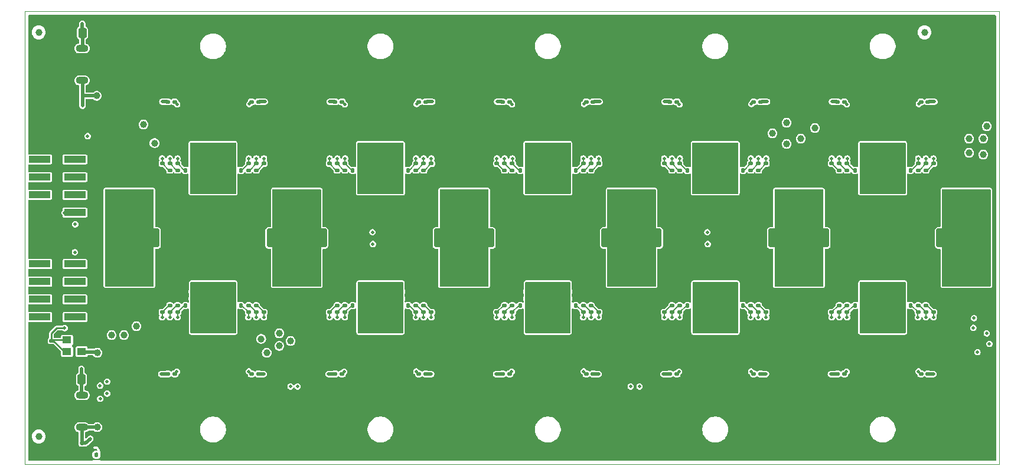
<source format=gbr>
%TF.GenerationSoftware,KiCad,Pcbnew,8.0.6*%
%TF.CreationDate,2024-12-11T18:08:37+01:00*%
%TF.ProjectId,AsicsBoard - 10xBM1370 - 01A,41736963-7342-46f6-9172-64202d203130,rev?*%
%TF.SameCoordinates,Original*%
%TF.FileFunction,Copper,L6,Bot*%
%TF.FilePolarity,Positive*%
%FSLAX46Y46*%
G04 Gerber Fmt 4.6, Leading zero omitted, Abs format (unit mm)*
G04 Created by KiCad (PCBNEW 8.0.6) date 2024-12-11 18:08:37*
%MOMM*%
%LPD*%
G01*
G04 APERTURE LIST*
G04 Aperture macros list*
%AMRoundRect*
0 Rectangle with rounded corners*
0 $1 Rounding radius*
0 $2 $3 $4 $5 $6 $7 $8 $9 X,Y pos of 4 corners*
0 Add a 4 corners polygon primitive as box body*
4,1,4,$2,$3,$4,$5,$6,$7,$8,$9,$2,$3,0*
0 Add four circle primitives for the rounded corners*
1,1,$1+$1,$2,$3*
1,1,$1+$1,$4,$5*
1,1,$1+$1,$6,$7*
1,1,$1+$1,$8,$9*
0 Add four rect primitives between the rounded corners*
20,1,$1+$1,$2,$3,$4,$5,0*
20,1,$1+$1,$4,$5,$6,$7,0*
20,1,$1+$1,$6,$7,$8,$9,0*
20,1,$1+$1,$8,$9,$2,$3,0*%
G04 Aperture macros list end*
%ADD10C,0.300000*%
%TA.AperFunction,SMDPad,CuDef*%
%ADD11R,1.300000X1.100000*%
%TD*%
%TA.AperFunction,SMDPad,CuDef*%
%ADD12RoundRect,0.140000X0.140000X0.170000X-0.140000X0.170000X-0.140000X-0.170000X0.140000X-0.170000X0*%
%TD*%
%TA.AperFunction,SMDPad,CuDef*%
%ADD13RoundRect,0.140000X-0.170000X0.140000X-0.170000X-0.140000X0.170000X-0.140000X0.170000X0.140000X0*%
%TD*%
%TA.AperFunction,SMDPad,CuDef*%
%ADD14RoundRect,0.140000X-0.140000X-0.170000X0.140000X-0.170000X0.140000X0.170000X-0.140000X0.170000X0*%
%TD*%
%TA.AperFunction,SMDPad,CuDef*%
%ADD15RoundRect,0.140000X0.170000X-0.140000X0.170000X0.140000X-0.170000X0.140000X-0.170000X-0.140000X0*%
%TD*%
%TA.AperFunction,SMDPad,CuDef*%
%ADD16RoundRect,0.250000X1.100000X-0.325000X1.100000X0.325000X-1.100000X0.325000X-1.100000X-0.325000X0*%
%TD*%
%TA.AperFunction,SMDPad,CuDef*%
%ADD17C,1.000000*%
%TD*%
%TA.AperFunction,SMDPad,CuDef*%
%ADD18RoundRect,0.250000X0.325000X1.100000X-0.325000X1.100000X-0.325000X-1.100000X0.325000X-1.100000X0*%
%TD*%
%TA.AperFunction,SMDPad,CuDef*%
%ADD19RoundRect,0.250000X-0.325000X-1.100000X0.325000X-1.100000X0.325000X1.100000X-0.325000X1.100000X0*%
%TD*%
%TA.AperFunction,SMDPad,CuDef*%
%ADD20R,3.150000X1.000000*%
%TD*%
%TA.AperFunction,ComponentPad*%
%ADD21C,0.800000*%
%TD*%
%TA.AperFunction,ComponentPad*%
%ADD22C,6.400000*%
%TD*%
%TA.AperFunction,SMDPad,CuDef*%
%ADD23RoundRect,0.250000X0.337500X0.475000X-0.337500X0.475000X-0.337500X-0.475000X0.337500X-0.475000X0*%
%TD*%
%TA.AperFunction,SMDPad,CuDef*%
%ADD24RoundRect,0.422400X-0.457600X0.057600X-0.457600X-0.057600X0.457600X-0.057600X0.457600X0.057600X0*%
%TD*%
%TA.AperFunction,SMDPad,CuDef*%
%ADD25RoundRect,0.457600X-0.422400X1.172400X-0.422400X-1.172400X0.422400X-1.172400X0.422400X1.172400X0*%
%TD*%
%TA.AperFunction,SMDPad,CuDef*%
%ADD26RoundRect,0.250000X-1.100000X0.325000X-1.100000X-0.325000X1.100000X-0.325000X1.100000X0.325000X0*%
%TD*%
%TA.AperFunction,ViaPad*%
%ADD27C,0.500000*%
%TD*%
%TA.AperFunction,ViaPad*%
%ADD28C,0.800000*%
%TD*%
%TA.AperFunction,Conductor*%
%ADD29C,0.500000*%
%TD*%
%TA.AperFunction,Conductor*%
%ADD30C,0.250000*%
%TD*%
%TA.AperFunction,Conductor*%
%ADD31C,0.200000*%
%TD*%
%TA.AperFunction,Profile*%
%ADD32C,0.100000*%
%TD*%
G04 APERTURE END LIST*
D10*
G36*
X75466410Y-118366962D02*
G01*
X75503415Y-118403967D01*
X75548122Y-118493380D01*
X75548122Y-118779704D01*
X75503415Y-118869117D01*
X75466410Y-118906122D01*
X75376998Y-118950828D01*
X75162104Y-118950828D01*
X75072690Y-118906121D01*
X75035686Y-118869117D01*
X74990979Y-118779703D01*
X74990979Y-118493381D01*
X75035686Y-118403967D01*
X75072690Y-118366963D01*
X75162104Y-118322257D01*
X75376998Y-118322257D01*
X75466410Y-118366962D01*
G37*
G36*
X76014789Y-119417495D02*
G01*
X74524312Y-119417495D01*
X74524312Y-118457971D01*
X74690979Y-118457971D01*
X74690979Y-118815114D01*
X74693861Y-118844378D01*
X74695924Y-118849358D01*
X74696306Y-118854733D01*
X74706815Y-118882196D01*
X74778244Y-119025053D01*
X74786171Y-119037646D01*
X74787687Y-119041306D01*
X74791068Y-119045425D01*
X74793909Y-119049939D01*
X74796902Y-119052535D01*
X74806342Y-119064037D01*
X74877771Y-119135466D01*
X74889275Y-119144907D01*
X74891870Y-119147899D01*
X74896379Y-119150737D01*
X74900502Y-119154121D01*
X74904163Y-119155637D01*
X74916755Y-119163564D01*
X75059613Y-119234992D01*
X75087076Y-119245502D01*
X75092451Y-119245883D01*
X75097430Y-119247946D01*
X75126694Y-119250828D01*
X75412408Y-119250828D01*
X75441672Y-119247946D01*
X75446650Y-119245883D01*
X75452026Y-119245502D01*
X75479490Y-119234992D01*
X75622347Y-119163564D01*
X75634940Y-119155636D01*
X75638600Y-119154121D01*
X75642719Y-119150739D01*
X75647233Y-119147899D01*
X75649829Y-119144905D01*
X75661331Y-119135466D01*
X75732760Y-119064037D01*
X75742201Y-119052532D01*
X75745193Y-119049938D01*
X75748031Y-119045428D01*
X75751415Y-119041306D01*
X75752931Y-119037644D01*
X75760858Y-119025053D01*
X75832286Y-118882195D01*
X75842796Y-118854732D01*
X75843177Y-118849356D01*
X75845240Y-118844378D01*
X75848122Y-118815114D01*
X75848122Y-118243685D01*
X75847619Y-118238581D01*
X75847945Y-118236394D01*
X75846325Y-118225443D01*
X75845240Y-118214421D01*
X75844392Y-118212376D01*
X75843643Y-118207305D01*
X75772215Y-117921591D01*
X75766057Y-117904355D01*
X75765337Y-117900714D01*
X75763577Y-117897413D01*
X75762322Y-117893900D01*
X75760117Y-117890925D01*
X75751502Y-117874766D01*
X75608645Y-117660480D01*
X75608576Y-117660396D01*
X75608557Y-117660349D01*
X75599464Y-117649269D01*
X75590014Y-117637730D01*
X75589969Y-117637700D01*
X75589902Y-117637618D01*
X75518473Y-117566190D01*
X75506973Y-117556752D01*
X75504376Y-117553758D01*
X75499859Y-117550915D01*
X75495742Y-117547536D01*
X75492085Y-117546021D01*
X75479490Y-117538093D01*
X75336633Y-117466664D01*
X75309170Y-117456155D01*
X75303795Y-117455773D01*
X75298815Y-117453710D01*
X75269551Y-117450828D01*
X74983837Y-117450828D01*
X74954573Y-117453710D01*
X74900501Y-117476108D01*
X74859117Y-117517492D01*
X74836719Y-117571564D01*
X74836719Y-117630092D01*
X74859117Y-117684164D01*
X74900501Y-117725548D01*
X74954573Y-117747946D01*
X74983837Y-117750828D01*
X75234141Y-117750828D01*
X75323555Y-117795535D01*
X75367267Y-117839247D01*
X75487474Y-118019557D01*
X75493911Y-118045303D01*
X75479490Y-118038093D01*
X75452026Y-118027583D01*
X75446650Y-118027201D01*
X75441672Y-118025139D01*
X75412408Y-118022257D01*
X75126694Y-118022257D01*
X75097430Y-118025139D01*
X75092451Y-118027201D01*
X75087076Y-118027583D01*
X75059613Y-118038093D01*
X74916755Y-118109521D01*
X74904163Y-118117447D01*
X74900502Y-118118964D01*
X74896379Y-118122347D01*
X74891870Y-118125186D01*
X74889275Y-118128177D01*
X74877771Y-118137619D01*
X74806342Y-118209048D01*
X74796902Y-118220549D01*
X74793909Y-118223146D01*
X74791068Y-118227659D01*
X74787687Y-118231779D01*
X74786171Y-118235438D01*
X74778244Y-118248032D01*
X74706815Y-118390889D01*
X74696306Y-118418352D01*
X74695924Y-118423726D01*
X74693861Y-118428707D01*
X74690979Y-118457971D01*
X74524312Y-118457971D01*
X74524312Y-117284161D01*
X76014789Y-117284161D01*
X76014789Y-119417495D01*
G37*
D11*
%TO.P,U3,1,EN*%
%TO.N,+1.2V*%
X71062000Y-102157000D03*
%TO.P,U3,2,GND*%
%TO.N,GND*%
X73162000Y-102157000D03*
%TO.P,U3,3,OUT*%
%TO.N,/CLKI*%
X73162000Y-103807000D03*
%TO.P,U3,4,VIN*%
%TO.N,+1.2V*%
X71062000Y-103807000D03*
%TD*%
D12*
%TO.P,C4,1*%
%TO.N,+1.2V*%
X73280000Y-67084500D03*
%TO.P,C4,2*%
%TO.N,GND*%
X72320000Y-67084500D03*
%TD*%
%TO.P,C3,1*%
%TO.N,+0.8V*%
X73180000Y-116952000D03*
%TO.P,C3,2*%
%TO.N,GND*%
X72220000Y-116952000D03*
%TD*%
D13*
%TO.P,C158,1*%
%TO.N,+0.8V*%
X181500000Y-107020000D03*
%TO.P,C158,2*%
%TO.N,GND*%
X181500000Y-107980000D03*
%TD*%
%TO.P,C98,1*%
%TO.N,/ASICs/ASICs_BM1370_1/BM1370-3/VDD2_0*%
X158900000Y-97220000D03*
%TO.P,C98,2*%
%TO.N,/ASICs/ASICs_BM1370_1/BM1370-3/VDD3_0*%
X158900000Y-98180000D03*
%TD*%
D14*
%TO.P,C142,1*%
%TO.N,VPWR_ASIC*%
X191020000Y-96200000D03*
%TO.P,C142,2*%
%TO.N,GND*%
X191980000Y-96200000D03*
%TD*%
D15*
%TO.P,C56,1*%
%TO.N,+0.8V*%
X170500000Y-67980001D03*
%TO.P,C56,2*%
%TO.N,GND*%
X170500000Y-67020001D03*
%TD*%
D14*
%TO.P,C109,1*%
%TO.N,VPWR_ASIC*%
X191019999Y-78800000D03*
%TO.P,C109,2*%
%TO.N,GND*%
X191979999Y-78800000D03*
%TD*%
D15*
%TO.P,C69,1*%
%TO.N,/ASICs/ASICs_BM1370_1/BM1370-2/VDD1_1*%
X147300000Y-98180000D03*
%TO.P,C69,2*%
%TO.N,GND*%
X147300000Y-97220000D03*
%TD*%
D13*
%TO.P,C22,1*%
%TO.N,+0.8V*%
X109500000Y-107020000D03*
%TO.P,C22,2*%
%TO.N,GND*%
X109500000Y-107980000D03*
%TD*%
D16*
%TO.P,C112,1*%
%TO.N,VPWR_ASIC*%
X188000000Y-75017000D03*
%TO.P,C112,2*%
%TO.N,GND*%
X188000000Y-72067000D03*
%TD*%
D12*
%TO.P,C125,1*%
%TO.N,VPWR_ASIC*%
X112980000Y-78800000D03*
%TO.P,C125,2*%
%TO.N,GND*%
X112020000Y-78800000D03*
%TD*%
D15*
%TO.P,C141,1*%
%TO.N,+0.8V*%
X122500000Y-67980001D03*
%TO.P,C141,2*%
%TO.N,GND*%
X122500000Y-67020001D03*
%TD*%
D17*
%TO.P,TP21,1,1*%
%TO.N,/ASICs/ASICs_BM1370_2/RI1*%
X172188000Y-72502000D03*
%TD*%
D18*
%TO.P,C185,1*%
%TO.N,VPWR_ASIC*%
X196275000Y-87500000D03*
%TO.P,C185,2*%
%TO.N,GND*%
X193325000Y-87500000D03*
%TD*%
D15*
%TO.P,C139,1*%
%TO.N,+1.2V*%
X110500001Y-67980000D03*
%TO.P,C139,2*%
%TO.N,GND*%
X110500001Y-67020000D03*
%TD*%
D13*
%TO.P,C64,1*%
%TO.N,/ASICs/ASICs_BM1370_1/BM1370-2/VDD2_0*%
X134900000Y-97220000D03*
%TO.P,C64,2*%
%TO.N,/ASICs/ASICs_BM1370_1/BM1370-2/VDD3_0*%
X134900000Y-98180000D03*
%TD*%
%TO.P,C118,1*%
%TO.N,/ASICs/ASICs_BM1370_2/BM1370-0/VDD3_1*%
X182900000Y-76819999D03*
%TO.P,C118,2*%
%TO.N,/ASICs/ASICs_BM1370_2/BM1370-0/VDD2_1*%
X182900000Y-77779999D03*
%TD*%
D14*
%TO.P,C93,1*%
%TO.N,VPWR_ASIC*%
X167020000Y-95200000D03*
%TO.P,C93,2*%
%TO.N,GND*%
X167980000Y-95200000D03*
%TD*%
D19*
%TO.P,C176,1*%
%TO.N,VPWR_ASIC*%
X83725000Y-87500000D03*
%TO.P,C176,2*%
%TO.N,GND*%
X86675000Y-87500000D03*
%TD*%
D15*
%TO.P,C152,1*%
%TO.N,/ASICs/ASICs_BM1370_1/BM1370-4/VDD3_1*%
X193100000Y-98180000D03*
%TO.P,C152,2*%
%TO.N,/ASICs/ASICs_BM1370_1/BM1370-4/VDD2_1*%
X193100000Y-97220000D03*
%TD*%
D12*
%TO.P,C58,1*%
%TO.N,VPWR_ASIC*%
X136980000Y-96200000D03*
%TO.P,C58,2*%
%TO.N,GND*%
X136020000Y-96200000D03*
%TD*%
D17*
%TO.P,TP23,1,1*%
%TO.N,/ASICs/ASICs_BM1370_2/BO1*%
X174220000Y-70978000D03*
%TD*%
D13*
%TO.P,C20,1*%
%TO.N,+1.2V*%
X121500000Y-107020000D03*
%TO.P,C20,2*%
%TO.N,GND*%
X121500000Y-107980000D03*
%TD*%
D15*
%TO.P,C88,1*%
%TO.N,+1.2V*%
X134500001Y-67980000D03*
%TO.P,C88,2*%
%TO.N,GND*%
X134500001Y-67020000D03*
%TD*%
%TO.P,C124,1*%
%TO.N,+0.8V*%
X194500000Y-67980001D03*
%TO.P,C124,2*%
%TO.N,GND*%
X194500000Y-67020001D03*
%TD*%
D12*
%TO.P,C159,1*%
%TO.N,VPWR_ASIC*%
X88980000Y-78800000D03*
%TO.P,C159,2*%
%TO.N,GND*%
X88020000Y-78800000D03*
%TD*%
D15*
%TO.P,C138,1*%
%TO.N,+0.8V*%
X109500001Y-67980000D03*
%TO.P,C138,2*%
%TO.N,GND*%
X109500001Y-67020000D03*
%TD*%
D20*
%TO.P,J1,1,Pin_1*%
%TO.N,/CTN2*%
X72195000Y-91232000D03*
%TO.P,J1,2,Pin_2*%
%TO.N,/VSP*%
X67145000Y-91232000D03*
%TO.P,J1,3,Pin_3*%
%TO.N,/CTN2_RTN*%
X72195000Y-93772000D03*
%TO.P,J1,4,Pin_4*%
%TO.N,/VSN*%
X67145000Y-93772000D03*
%TO.P,J1,5,Pin_5*%
%TO.N,/CTN1*%
X72195000Y-96312000D03*
%TO.P,J1,6,Pin_6*%
%TO.N,unconnected-(J1-Pin_6-Pad6)*%
X67145000Y-96312000D03*
%TO.P,J1,7,Pin_7*%
%TO.N,/CTN1_RTN*%
X72195000Y-98852000D03*
%TO.P,J1,8,Pin_8*%
%TO.N,unconnected-(J1-Pin_8-Pad8)*%
X67145000Y-98852000D03*
%TD*%
D13*
%TO.P,C148,1*%
%TO.N,/ASICs/ASICs_BM1370_1/BM1370-4/VDD1_0*%
X181800000Y-97220000D03*
%TO.P,C148,2*%
%TO.N,/ASICs/ASICs_BM1370_1/BM1370-4/VDD2_0*%
X181800000Y-98180000D03*
%TD*%
D21*
%TO.P,H33,1,1*%
%TO.N,VPWR_ASIC*%
X202600000Y-91000000D03*
X201900000Y-92900000D03*
X201900000Y-89100000D03*
X200000000Y-93600000D03*
D22*
X200000000Y-91000000D03*
D21*
X200000000Y-88400000D03*
X198100000Y-92900000D03*
X198100000Y-89100000D03*
X197400000Y-91000000D03*
%TD*%
D15*
%TO.P,C166,1*%
%TO.N,/ASICs/ASICs_BM1370_2/BM1370-4/VDD2_0*%
X97099999Y-77780000D03*
%TO.P,C166,2*%
%TO.N,/ASICs/ASICs_BM1370_2/BM1370-4/VDD3_0*%
X97099999Y-76820000D03*
%TD*%
D14*
%TO.P,C8,1*%
%TO.N,VPWR_ASIC*%
X119020000Y-95200000D03*
%TO.P,C8,2*%
%TO.N,GND*%
X119980000Y-95200000D03*
%TD*%
D19*
%TO.P,C184,1*%
%TO.N,VPWR_ASIC*%
X179725000Y-87500000D03*
%TO.P,C184,2*%
%TO.N,GND*%
X182675000Y-87500000D03*
%TD*%
D13*
%TO.P,C19,1*%
%TO.N,+0.8V*%
X122500000Y-107020000D03*
%TO.P,C19,2*%
%TO.N,GND*%
X122500000Y-107980000D03*
%TD*%
D14*
%TO.P,C66,1*%
%TO.N,VPWR_ASIC*%
X143020000Y-97200000D03*
%TO.P,C66,2*%
%TO.N,/ASICs/ASICs_BM1370_1/BM1370-2/VDD3_1*%
X143980000Y-97200000D03*
%TD*%
D17*
%TO.P,TP9,1,1*%
%TO.N,/ASICs/ASICs_BM1370_1/BM1370-4/CLKO*%
X202414000Y-73264000D03*
%TD*%
D12*
%TO.P,C167,1*%
%TO.N,/ASICs/ASICs_BM1370_2/BM1370-4/VDD3_0*%
X95979999Y-77800000D03*
%TO.P,C167,2*%
%TO.N,VPWR_ASIC*%
X95019999Y-77800000D03*
%TD*%
D17*
%TO.P,TP11,1,1*%
%TO.N,/ASICs/ASICs_BM1370_1/BM1370-4/RI*%
X200382000Y-73264000D03*
%TD*%
D14*
%TO.P,C6,1*%
%TO.N,VPWR_ASIC*%
X119020000Y-96200000D03*
%TO.P,C6,2*%
%TO.N,GND*%
X119980000Y-96200000D03*
%TD*%
D13*
%TO.P,C11,1*%
%TO.N,GND*%
X108700000Y-97220000D03*
%TO.P,C11,2*%
%TO.N,/ASICs/ASICs_BM1370_1/BM1370-1/VDD1_0*%
X108700000Y-98180000D03*
%TD*%
D15*
%TO.P,C140,1*%
%TO.N,+1.2V*%
X121500000Y-67980001D03*
%TO.P,C140,2*%
%TO.N,GND*%
X121500000Y-67020001D03*
%TD*%
D14*
%TO.P,C75,1*%
%TO.N,VPWR_ASIC*%
X143019999Y-78800000D03*
%TO.P,C75,2*%
%TO.N,GND*%
X143979999Y-78800000D03*
%TD*%
D21*
%TO.P,H11,1,1*%
%TO.N,VPWR_ASIC*%
X82600000Y-84000000D03*
X81900000Y-85900000D03*
X81900000Y-82100000D03*
X80000000Y-86600000D03*
D22*
X80000000Y-84000000D03*
D21*
X80000000Y-81400000D03*
X78100000Y-85900000D03*
X78100000Y-82100000D03*
X77400000Y-84000000D03*
%TD*%
D17*
%TO.P,TP15,1,1*%
%TO.N,/RSTIn*%
X81002000Y-100188000D03*
%TD*%
D13*
%TO.P,C36,1*%
%TO.N,+0.8V*%
X98500000Y-107020000D03*
%TO.P,C36,2*%
%TO.N,GND*%
X98500000Y-107980000D03*
%TD*%
D17*
%TO.P,TP1,1,1*%
%TO.N,+0.8V*%
X75400000Y-114666000D03*
%TD*%
D13*
%TO.P,C73,1*%
%TO.N,+0.8V*%
X133500000Y-107020000D03*
%TO.P,C73,2*%
%TO.N,GND*%
X133500000Y-107980000D03*
%TD*%
%TO.P,C12,1*%
%TO.N,/ASICs/ASICs_BM1370_1/BM1370-1/VDD1_0*%
X109800000Y-97220000D03*
%TO.P,C12,2*%
%TO.N,/ASICs/ASICs_BM1370_1/BM1370-1/VDD2_0*%
X109800000Y-98180000D03*
%TD*%
%TO.P,C28,1*%
%TO.N,GND*%
X84700000Y-97220000D03*
%TO.P,C28,2*%
%TO.N,/ASICs/ASICs_BM1370_1/BM1370-0/VDD1_0*%
X84700000Y-98180000D03*
%TD*%
D17*
%TO.P,TP5,1,1*%
%TO.N,/ASICs/ASICs_BM1370_1/RI1*%
X103100000Y-102300000D03*
%TD*%
D13*
%TO.P,C156,1*%
%TO.N,+1.2V*%
X193500000Y-107020000D03*
%TO.P,C156,2*%
%TO.N,GND*%
X193500000Y-107980000D03*
%TD*%
D17*
%TO.P,TP14,1,1*%
%TO.N,/ASICs/ASICs_BM1370_2/BM1370-4/CLKO*%
X82018000Y-71232000D03*
%TD*%
D14*
%TO.P,C99,1*%
%TO.N,/ASICs/ASICs_BM1370_1/BM1370-3/VDD3_0*%
X160020000Y-97200000D03*
%TO.P,C99,2*%
%TO.N,VPWR_ASIC*%
X160980000Y-97200000D03*
%TD*%
D23*
%TO.P,C2,1*%
%TO.N,+5V_STDBY*%
X73276500Y-58067500D03*
%TO.P,C2,2*%
%TO.N,GND*%
X71201500Y-58067500D03*
%TD*%
D21*
%TO.P,H27,1,1*%
%TO.N,VPWR_ASIC*%
X178600000Y-84000000D03*
X177900000Y-85900000D03*
X177900000Y-82100000D03*
X176000000Y-86600000D03*
D22*
X176000000Y-84000000D03*
D21*
X176000000Y-81400000D03*
X174100000Y-85900000D03*
X174100000Y-82100000D03*
X173400000Y-84000000D03*
%TD*%
D13*
%TO.P,C169,1*%
%TO.N,/ASICs/ASICs_BM1370_2/BM1370-4/VDD3_1*%
X86900000Y-76819999D03*
%TO.P,C169,2*%
%TO.N,/ASICs/ASICs_BM1370_2/BM1370-4/VDD2_1*%
X86900000Y-77779999D03*
%TD*%
D17*
%TO.P,TP4,1,1*%
%TO.N,/ASICs/ASICs_BM1370_1/CLKO1*%
X101500000Y-103000000D03*
%TD*%
D12*
%TO.P,C108,1*%
%TO.N,VPWR_ASIC*%
X184980000Y-78800000D03*
%TO.P,C108,2*%
%TO.N,GND*%
X184020000Y-78800000D03*
%TD*%
%TO.P,C133,1*%
%TO.N,/ASICs/ASICs_BM1370_2/BM1370-3/VDD3_0*%
X119979999Y-77800000D03*
%TO.P,C133,2*%
%TO.N,VPWR_ASIC*%
X119019999Y-77800000D03*
%TD*%
D14*
%TO.P,C57,1*%
%TO.N,VPWR_ASIC*%
X143020000Y-96200000D03*
%TO.P,C57,2*%
%TO.N,GND*%
X143980000Y-96200000D03*
%TD*%
D15*
%TO.P,C123,1*%
%TO.N,+1.2V*%
X193500000Y-67980001D03*
%TO.P,C123,2*%
%TO.N,GND*%
X193500000Y-67020001D03*
%TD*%
D12*
%TO.P,C9,1*%
%TO.N,VPWR_ASIC*%
X112980000Y-95200000D03*
%TO.P,C9,2*%
%TO.N,GND*%
X112020000Y-95200000D03*
%TD*%
D24*
%TO.P,U2,1,VIN*%
%TO.N,+5V_STDBY*%
X73205000Y-110080000D03*
%TO.P,U2,2,GND_(TAB)*%
%TO.N,GND*%
X73205000Y-112380000D03*
%TO.P,U2,3,VOUT*%
%TO.N,+0.8V*%
X73205000Y-114680000D03*
D25*
%TO.P,U2,4,GND_(TAB)_2*%
%TO.N,GND*%
X66955000Y-112380000D03*
%TD*%
D13*
%TO.P,C62,1*%
%TO.N,GND*%
X132700000Y-97220000D03*
%TO.P,C62,2*%
%TO.N,/ASICs/ASICs_BM1370_1/BM1370-2/VDD1_0*%
X132700000Y-98180000D03*
%TD*%
D15*
%TO.P,C101,1*%
%TO.N,/ASICs/ASICs_BM1370_1/BM1370-3/VDD3_1*%
X169100000Y-98180000D03*
%TO.P,C101,2*%
%TO.N,/ASICs/ASICs_BM1370_1/BM1370-3/VDD2_1*%
X169100000Y-97220000D03*
%TD*%
D17*
%TO.P,TP19,1,1*%
%TO.N,/ASICs/ASICs_BM1370_2/RSTO1*%
X174220000Y-74026000D03*
%TD*%
D26*
%TO.P,C10,1*%
%TO.N,VPWR_ASIC*%
X116000000Y-99983000D03*
%TO.P,C10,2*%
%TO.N,GND*%
X116000000Y-102933000D03*
%TD*%
D15*
%TO.P,C172,1*%
%TO.N,+0.8V*%
X85500001Y-67980000D03*
%TO.P,C172,2*%
%TO.N,GND*%
X85500001Y-67020000D03*
%TD*%
D14*
%TO.P,C111,1*%
%TO.N,VPWR_ASIC*%
X191019999Y-79800000D03*
%TO.P,C111,2*%
%TO.N,GND*%
X191979999Y-79800000D03*
%TD*%
D17*
%TO.P,TP8,1,1*%
%TO.N,/ASICs/ASICs_BM1370_1/BM1370-4/RSTO_n*%
X200382000Y-75296000D03*
%TD*%
D13*
%TO.P,C157,1*%
%TO.N,+1.2V*%
X182500000Y-107020000D03*
%TO.P,C157,2*%
%TO.N,GND*%
X182500000Y-107980000D03*
%TD*%
D21*
%TO.P,H14,1,1*%
%TO.N,GND*%
X82600000Y-115000000D03*
X81900000Y-116900000D03*
X81900000Y-113100000D03*
X80000000Y-117600000D03*
D22*
X80000000Y-115000000D03*
D21*
X80000000Y-112400000D03*
X78100000Y-116900000D03*
X78100000Y-113100000D03*
X77400000Y-115000000D03*
%TD*%
D15*
%TO.P,C46,1*%
%TO.N,/ASICs/ASICs_BM1370_2/BM1370-1/VDD1_0*%
X170199999Y-77780000D03*
%TO.P,C46,2*%
%TO.N,/ASICs/ASICs_BM1370_2/BM1370-1/VDD2_0*%
X170199999Y-76820000D03*
%TD*%
%TO.P,C35,1*%
%TO.N,/ASICs/ASICs_BM1370_1/BM1370-0/VDD1_1*%
X99300000Y-98180000D03*
%TO.P,C35,2*%
%TO.N,GND*%
X99300000Y-97220000D03*
%TD*%
D21*
%TO.P,H34,1,1*%
%TO.N,GND*%
X202600000Y-115000000D03*
X201900000Y-116900000D03*
X201900000Y-113100000D03*
X200000000Y-117600000D03*
D22*
X200000000Y-115000000D03*
D21*
X200000000Y-112400000D03*
X198100000Y-116900000D03*
X198100000Y-113100000D03*
X197400000Y-115000000D03*
%TD*%
D15*
%TO.P,C68,1*%
%TO.N,/ASICs/ASICs_BM1370_1/BM1370-2/VDD2_1*%
X146200000Y-98180000D03*
%TO.P,C68,2*%
%TO.N,/ASICs/ASICs_BM1370_1/BM1370-2/VDD1_1*%
X146200000Y-97220000D03*
%TD*%
D14*
%TO.P,C14,1*%
%TO.N,/ASICs/ASICs_BM1370_1/BM1370-1/VDD3_0*%
X112020000Y-97200000D03*
%TO.P,C14,2*%
%TO.N,VPWR_ASIC*%
X112980000Y-97200000D03*
%TD*%
D12*
%TO.P,C92,1*%
%TO.N,VPWR_ASIC*%
X160980000Y-96200000D03*
%TO.P,C92,2*%
%TO.N,GND*%
X160020000Y-96200000D03*
%TD*%
D13*
%TO.P,C37,1*%
%TO.N,+1.2V*%
X97500000Y-107020000D03*
%TO.P,C37,2*%
%TO.N,GND*%
X97500000Y-107980000D03*
%TD*%
D21*
%TO.P,H21,1,1*%
%TO.N,VPWR_ASIC*%
X130600000Y-91000000D03*
X129900000Y-92900000D03*
X129900000Y-89100000D03*
X128000000Y-93600000D03*
D22*
X128000000Y-91000000D03*
D21*
X128000000Y-88400000D03*
X126100000Y-92900000D03*
X126100000Y-89100000D03*
X125400000Y-91000000D03*
%TD*%
D15*
%TO.P,C132,1*%
%TO.N,/ASICs/ASICs_BM1370_2/BM1370-3/VDD2_0*%
X121099999Y-77780000D03*
%TO.P,C132,2*%
%TO.N,/ASICs/ASICs_BM1370_2/BM1370-3/VDD3_0*%
X121099999Y-76820000D03*
%TD*%
D13*
%TO.P,C147,1*%
%TO.N,GND*%
X180700000Y-97220000D03*
%TO.P,C147,2*%
%TO.N,/ASICs/ASICs_BM1370_1/BM1370-4/VDD1_0*%
X180700000Y-98180000D03*
%TD*%
D21*
%TO.P,H20,1,1*%
%TO.N,GND*%
X130600000Y-60000000D03*
X129900000Y-61900000D03*
X129900000Y-58100000D03*
X128000000Y-62600000D03*
D22*
X128000000Y-60000000D03*
D21*
X128000000Y-57400000D03*
X126100000Y-61900000D03*
X126100000Y-58100000D03*
X125400000Y-60000000D03*
%TD*%
D15*
%TO.P,C80,1*%
%TO.N,/ASICs/ASICs_BM1370_2/BM1370-2/VDD1_0*%
X146199999Y-77780000D03*
%TO.P,C80,2*%
%TO.N,/ASICs/ASICs_BM1370_2/BM1370-2/VDD2_0*%
X146199999Y-76820000D03*
%TD*%
D21*
%TO.P,H19,1,1*%
%TO.N,VPWR_ASIC*%
X130600000Y-84000000D03*
X129900000Y-85900000D03*
X129900000Y-82100000D03*
X128000000Y-86600000D03*
D22*
X128000000Y-84000000D03*
D21*
X128000000Y-81400000D03*
X126100000Y-85900000D03*
X126100000Y-82100000D03*
X125400000Y-84000000D03*
%TD*%
D12*
%TO.P,C40,1*%
%TO.N,VPWR_ASIC*%
X160980000Y-78800000D03*
%TO.P,C40,2*%
%TO.N,GND*%
X160020000Y-78800000D03*
%TD*%
D13*
%TO.P,C70,1*%
%TO.N,+0.8V*%
X146500000Y-107020000D03*
%TO.P,C70,2*%
%TO.N,GND*%
X146500000Y-107980000D03*
%TD*%
D21*
%TO.P,H32,1,1*%
%TO.N,GND*%
X202600000Y-60000000D03*
X201900000Y-61900000D03*
X201900000Y-58100000D03*
X200000000Y-62600000D03*
D22*
X200000000Y-60000000D03*
D21*
X200000000Y-57400000D03*
X198100000Y-61900000D03*
X198100000Y-58100000D03*
X197400000Y-60000000D03*
%TD*%
D17*
%TO.P,FID4,*%
%TO.N,*%
X67000000Y-58000000D03*
%TD*%
D26*
%TO.P,C61,1*%
%TO.N,VPWR_ASIC*%
X140000000Y-99983000D03*
%TO.P,C61,2*%
%TO.N,GND*%
X140000000Y-102933000D03*
%TD*%
D14*
%TO.P,C23,1*%
%TO.N,VPWR_ASIC*%
X95020000Y-96200000D03*
%TO.P,C23,2*%
%TO.N,GND*%
X95980000Y-96200000D03*
%TD*%
D12*
%TO.P,C7,1*%
%TO.N,VPWR_ASIC*%
X112980000Y-96200000D03*
%TO.P,C7,2*%
%TO.N,GND*%
X112020000Y-96200000D03*
%TD*%
D21*
%TO.P,H13,1,1*%
%TO.N,VPWR_ASIC*%
X82600000Y-91000000D03*
X81900000Y-92900000D03*
X81900000Y-89100000D03*
X80000000Y-93600000D03*
D22*
X80000000Y-91000000D03*
D21*
X80000000Y-88400000D03*
X78100000Y-92900000D03*
X78100000Y-89100000D03*
X77400000Y-91000000D03*
%TD*%
%TO.P,H31,1,1*%
%TO.N,VPWR_ASIC*%
X202600000Y-84000000D03*
X201900000Y-85900000D03*
X201900000Y-82100000D03*
X200000000Y-86600000D03*
D22*
X200000000Y-84000000D03*
D21*
X200000000Y-81400000D03*
X198100000Y-85900000D03*
X198100000Y-82100000D03*
X197400000Y-84000000D03*
%TD*%
D26*
%TO.P,C95,1*%
%TO.N,VPWR_ASIC*%
X164000000Y-99983000D03*
%TO.P,C95,2*%
%TO.N,GND*%
X164000000Y-102933000D03*
%TD*%
D21*
%TO.P,H30,1,1*%
%TO.N,GND*%
X178600000Y-115000000D03*
X177900000Y-116900000D03*
X177900000Y-113100000D03*
X176000000Y-117600000D03*
D22*
X176000000Y-115000000D03*
D21*
X176000000Y-112400000D03*
X174100000Y-116900000D03*
X174100000Y-113100000D03*
X173400000Y-115000000D03*
%TD*%
%TO.P,H23,1,1*%
%TO.N,VPWR_ASIC*%
X154600000Y-84000000D03*
X153900000Y-85900000D03*
X153900000Y-82100000D03*
X152000000Y-86600000D03*
D22*
X152000000Y-84000000D03*
D21*
X152000000Y-81400000D03*
X150100000Y-85900000D03*
X150100000Y-82100000D03*
X149400000Y-84000000D03*
%TD*%
D13*
%TO.P,C149,1*%
%TO.N,/ASICs/ASICs_BM1370_1/BM1370-4/VDD2_0*%
X182900000Y-97220000D03*
%TO.P,C149,2*%
%TO.N,/ASICs/ASICs_BM1370_1/BM1370-4/VDD3_0*%
X182900000Y-98180000D03*
%TD*%
D21*
%TO.P,H17,1,1*%
%TO.N,VPWR_ASIC*%
X106600000Y-91000000D03*
X105900000Y-92900000D03*
X105900000Y-89100000D03*
X104000000Y-93600000D03*
D22*
X104000000Y-91000000D03*
D21*
X104000000Y-88400000D03*
X102100000Y-92900000D03*
X102100000Y-89100000D03*
X101400000Y-91000000D03*
%TD*%
D15*
%TO.P,C114,1*%
%TO.N,/ASICs/ASICs_BM1370_2/BM1370-0/VDD1_0*%
X194199999Y-77780000D03*
%TO.P,C114,2*%
%TO.N,/ASICs/ASICs_BM1370_2/BM1370-0/VDD2_0*%
X194199999Y-76820000D03*
%TD*%
D17*
%TO.P,TP3,1,1*%
%TO.N,/ASICs/ASICs_BM1370_1/RSTO1*%
X101500000Y-101200000D03*
%TD*%
D15*
%TO.P,C90,1*%
%TO.N,+0.8V*%
X146500000Y-67980001D03*
%TO.P,C90,2*%
%TO.N,GND*%
X146500000Y-67020001D03*
%TD*%
D17*
%TO.P,TP16,1,1*%
%TO.N,/CLKI*%
X75414000Y-103998000D03*
%TD*%
D15*
%TO.P,C174,1*%
%TO.N,+1.2V*%
X97500000Y-67980001D03*
%TO.P,C174,2*%
%TO.N,GND*%
X97500000Y-67020001D03*
%TD*%
D14*
%TO.P,C160,1*%
%TO.N,VPWR_ASIC*%
X95019999Y-78800000D03*
%TO.P,C160,2*%
%TO.N,GND*%
X95979999Y-78800000D03*
%TD*%
D21*
%TO.P,H25,1,1*%
%TO.N,VPWR_ASIC*%
X154600000Y-91000000D03*
X153900000Y-92900000D03*
X153900000Y-89100000D03*
X152000000Y-93600000D03*
D22*
X152000000Y-91000000D03*
D21*
X152000000Y-88400000D03*
X150100000Y-92900000D03*
X150100000Y-89100000D03*
X149400000Y-91000000D03*
%TD*%
D17*
%TO.P,TP7,1,1*%
%TO.N,/ASICs/ASICs_BM1370_1/BO1*%
X99700000Y-104000000D03*
%TD*%
D15*
%TO.P,C53,1*%
%TO.N,+0.8V*%
X157500001Y-67980000D03*
%TO.P,C53,2*%
%TO.N,GND*%
X157500001Y-67020000D03*
%TD*%
D13*
%TO.P,C135,1*%
%TO.N,/ASICs/ASICs_BM1370_2/BM1370-3/VDD3_1*%
X110900000Y-76819999D03*
%TO.P,C135,2*%
%TO.N,/ASICs/ASICs_BM1370_2/BM1370-3/VDD2_1*%
X110900000Y-77779999D03*
%TD*%
D21*
%TO.P,H22,1,1*%
%TO.N,GND*%
X130600000Y-115000000D03*
X129900000Y-116900000D03*
X129900000Y-113100000D03*
X128000000Y-117600000D03*
D22*
X128000000Y-115000000D03*
D21*
X128000000Y-112400000D03*
X126100000Y-116900000D03*
X126100000Y-113100000D03*
X125400000Y-115000000D03*
%TD*%
D17*
%TO.P,TP6,1,1*%
%TO.N,/ASICs/ASICs_BM1370_1/CO1*%
X98900000Y-102000000D03*
%TD*%
D18*
%TO.P,C183,1*%
%TO.N,VPWR_ASIC*%
X172200000Y-87500000D03*
%TO.P,C183,2*%
%TO.N,GND*%
X169250000Y-87500000D03*
%TD*%
D14*
%TO.P,C32,1*%
%TO.N,VPWR_ASIC*%
X95020000Y-97200000D03*
%TO.P,C32,2*%
%TO.N,/ASICs/ASICs_BM1370_1/BM1370-0/VDD3_1*%
X95980000Y-97200000D03*
%TD*%
D13*
%TO.P,C119,1*%
%TO.N,/ASICs/ASICs_BM1370_2/BM1370-0/VDD2_1*%
X181800000Y-76819999D03*
%TO.P,C119,2*%
%TO.N,/ASICs/ASICs_BM1370_2/BM1370-0/VDD1_1*%
X181800000Y-77779999D03*
%TD*%
D15*
%TO.P,C87,1*%
%TO.N,+0.8V*%
X133500001Y-67980000D03*
%TO.P,C87,2*%
%TO.N,GND*%
X133500001Y-67020000D03*
%TD*%
D17*
%TO.P,TP12,1,1*%
%TO.N,/ASICs/ASICs_BM1370_1/BM1370-4/BO*%
X202922000Y-71486000D03*
%TD*%
D15*
%TO.P,C165,1*%
%TO.N,/ASICs/ASICs_BM1370_2/BM1370-4/VDD1_0*%
X98199999Y-77780000D03*
%TO.P,C165,2*%
%TO.N,/ASICs/ASICs_BM1370_2/BM1370-4/VDD2_0*%
X98199999Y-76820000D03*
%TD*%
D12*
%TO.P,C116,1*%
%TO.N,/ASICs/ASICs_BM1370_2/BM1370-0/VDD3_0*%
X191979999Y-77800000D03*
%TO.P,C116,2*%
%TO.N,VPWR_ASIC*%
X191019999Y-77800000D03*
%TD*%
D14*
%TO.P,C126,1*%
%TO.N,VPWR_ASIC*%
X119019999Y-78800000D03*
%TO.P,C126,2*%
%TO.N,GND*%
X119979999Y-78800000D03*
%TD*%
D12*
%TO.P,C42,1*%
%TO.N,VPWR_ASIC*%
X160980000Y-79800000D03*
%TO.P,C42,2*%
%TO.N,GND*%
X160020000Y-79800000D03*
%TD*%
%TO.P,C134,1*%
%TO.N,VPWR_ASIC*%
X112980000Y-77800000D03*
%TO.P,C134,2*%
%TO.N,/ASICs/ASICs_BM1370_2/BM1370-3/VDD3_1*%
X112020000Y-77800000D03*
%TD*%
D17*
%TO.P,FID5,*%
%TO.N,*%
X67000000Y-116000000D03*
%TD*%
D14*
%TO.P,C43,1*%
%TO.N,VPWR_ASIC*%
X167019999Y-79800000D03*
%TO.P,C43,2*%
%TO.N,GND*%
X167979999Y-79800000D03*
%TD*%
%TO.P,C59,1*%
%TO.N,VPWR_ASIC*%
X143020000Y-95200000D03*
%TO.P,C59,2*%
%TO.N,GND*%
X143980000Y-95200000D03*
%TD*%
D15*
%TO.P,C153,1*%
%TO.N,/ASICs/ASICs_BM1370_1/BM1370-4/VDD2_1*%
X194200000Y-98180000D03*
%TO.P,C153,2*%
%TO.N,/ASICs/ASICs_BM1370_1/BM1370-4/VDD1_1*%
X194200000Y-97220000D03*
%TD*%
D12*
%TO.P,C26,1*%
%TO.N,VPWR_ASIC*%
X88980000Y-95200000D03*
%TO.P,C26,2*%
%TO.N,GND*%
X88020000Y-95200000D03*
%TD*%
D13*
%TO.P,C96,1*%
%TO.N,GND*%
X156700000Y-97220000D03*
%TO.P,C96,2*%
%TO.N,/ASICs/ASICs_BM1370_1/BM1370-3/VDD1_0*%
X156700000Y-98180000D03*
%TD*%
D26*
%TO.P,C146,1*%
%TO.N,VPWR_ASIC*%
X188000000Y-99983000D03*
%TO.P,C146,2*%
%TO.N,GND*%
X188000000Y-102933000D03*
%TD*%
D21*
%TO.P,H15,1,1*%
%TO.N,VPWR_ASIC*%
X106600000Y-84000000D03*
X105900000Y-85900000D03*
X105900000Y-82100000D03*
X104000000Y-86600000D03*
D22*
X104000000Y-84000000D03*
D21*
X104000000Y-81400000D03*
X102100000Y-85900000D03*
X102100000Y-82100000D03*
X101400000Y-84000000D03*
%TD*%
D13*
%TO.P,C51,1*%
%TO.N,/ASICs/ASICs_BM1370_2/BM1370-1/VDD2_1*%
X157800000Y-76819999D03*
%TO.P,C51,2*%
%TO.N,/ASICs/ASICs_BM1370_2/BM1370-1/VDD1_1*%
X157800000Y-77779999D03*
%TD*%
D15*
%TO.P,C113,1*%
%TO.N,GND*%
X195299999Y-77780000D03*
%TO.P,C113,2*%
%TO.N,/ASICs/ASICs_BM1370_2/BM1370-0/VDD1_0*%
X195299999Y-76820000D03*
%TD*%
D18*
%TO.P,C179,1*%
%TO.N,VPWR_ASIC*%
X124275000Y-87500000D03*
%TO.P,C179,2*%
%TO.N,GND*%
X121325000Y-87500000D03*
%TD*%
D15*
%TO.P,C67,1*%
%TO.N,/ASICs/ASICs_BM1370_1/BM1370-2/VDD3_1*%
X145100000Y-98180000D03*
%TO.P,C67,2*%
%TO.N,/ASICs/ASICs_BM1370_1/BM1370-2/VDD2_1*%
X145100000Y-97220000D03*
%TD*%
D20*
%TO.P,J2,1,Pin_1*%
%TO.N,/RSTIn*%
X72195000Y-76232000D03*
%TO.P,J2,2,Pin_2*%
%TO.N,+5V_STDBY*%
X67145000Y-76232000D03*
%TO.P,J2,3,Pin_3*%
%TO.N,/CI*%
X72195000Y-78772000D03*
%TO.P,J2,4,Pin_4*%
%TO.N,/SCL*%
X67145000Y-78772000D03*
%TO.P,J2,5,Pin_5*%
%TO.N,/RO*%
X72195000Y-81312000D03*
%TO.P,J2,6,Pin_6*%
%TO.N,/SDA*%
X67145000Y-81312000D03*
%TO.P,J2,7,Pin_7*%
%TO.N,+1.2V*%
X72195000Y-83852000D03*
%TO.P,J2,8,Pin_8*%
%TO.N,GND*%
X67145000Y-83852000D03*
%TD*%
D21*
%TO.P,H12,1,1*%
%TO.N,GND*%
X82600000Y-60000000D03*
X81900000Y-61900000D03*
X81900000Y-58100000D03*
X80000000Y-62600000D03*
D22*
X80000000Y-60000000D03*
D21*
X80000000Y-57400000D03*
X78100000Y-61900000D03*
X78100000Y-58100000D03*
X77400000Y-60000000D03*
%TD*%
D15*
%TO.P,C122,1*%
%TO.N,+1.2V*%
X182500001Y-67980000D03*
%TO.P,C122,2*%
%TO.N,GND*%
X182500001Y-67020000D03*
%TD*%
D14*
%TO.P,C100,1*%
%TO.N,VPWR_ASIC*%
X167020000Y-97200000D03*
%TO.P,C100,2*%
%TO.N,/ASICs/ASICs_BM1370_1/BM1370-3/VDD3_1*%
X167980000Y-97200000D03*
%TD*%
D15*
%TO.P,C103,1*%
%TO.N,/ASICs/ASICs_BM1370_1/BM1370-3/VDD1_1*%
X171300000Y-98180000D03*
%TO.P,C103,2*%
%TO.N,GND*%
X171300000Y-97220000D03*
%TD*%
D14*
%TO.P,C150,1*%
%TO.N,/ASICs/ASICs_BM1370_1/BM1370-4/VDD3_0*%
X184020000Y-97200000D03*
%TO.P,C150,2*%
%TO.N,VPWR_ASIC*%
X184980000Y-97200000D03*
%TD*%
D12*
%TO.P,C161,1*%
%TO.N,VPWR_ASIC*%
X88980000Y-79800000D03*
%TO.P,C161,2*%
%TO.N,GND*%
X88020000Y-79800000D03*
%TD*%
D17*
%TO.P,TP2,1,1*%
%TO.N,+1.2V*%
X75300000Y-67100000D03*
%TD*%
D14*
%TO.P,C162,1*%
%TO.N,VPWR_ASIC*%
X95019999Y-79800000D03*
%TO.P,C162,2*%
%TO.N,GND*%
X95979999Y-79800000D03*
%TD*%
D18*
%TO.P,C181,1*%
%TO.N,VPWR_ASIC*%
X148275000Y-87500000D03*
%TO.P,C181,2*%
%TO.N,GND*%
X145325000Y-87500000D03*
%TD*%
D12*
%TO.P,C24,1*%
%TO.N,VPWR_ASIC*%
X88980000Y-96200000D03*
%TO.P,C24,2*%
%TO.N,GND*%
X88020000Y-96200000D03*
%TD*%
D13*
%TO.P,C120,1*%
%TO.N,/ASICs/ASICs_BM1370_2/BM1370-0/VDD1_1*%
X180700000Y-76819999D03*
%TO.P,C120,2*%
%TO.N,GND*%
X180700000Y-77779999D03*
%TD*%
D17*
%TO.P,TP18,1,1*%
%TO.N,/RO*%
X77446000Y-101458000D03*
%TD*%
%TO.P,TP13,1,1*%
%TO.N,/ASICs/ASICs_BM1370_2/BM1370-4/RSTO_n*%
X83600000Y-73900000D03*
%TD*%
%TO.P,TP10,1,1*%
%TO.N,/ASICs/ASICs_BM1370_1/BM1370-4/CO*%
X202414000Y-75550000D03*
%TD*%
D16*
%TO.P,C78,1*%
%TO.N,VPWR_ASIC*%
X140000000Y-75017000D03*
%TO.P,C78,2*%
%TO.N,GND*%
X140000000Y-72067000D03*
%TD*%
D21*
%TO.P,H29,1,1*%
%TO.N,VPWR_ASIC*%
X178600000Y-91000000D03*
X177900000Y-92900000D03*
X177900000Y-89100000D03*
X176000000Y-93600000D03*
D22*
X176000000Y-91000000D03*
D21*
X176000000Y-88400000D03*
X174100000Y-92900000D03*
X174100000Y-89100000D03*
X173400000Y-91000000D03*
%TD*%
D12*
%TO.P,C117,1*%
%TO.N,VPWR_ASIC*%
X184980000Y-77800000D03*
%TO.P,C117,2*%
%TO.N,/ASICs/ASICs_BM1370_2/BM1370-0/VDD3_1*%
X184020000Y-77800000D03*
%TD*%
%TO.P,C76,1*%
%TO.N,VPWR_ASIC*%
X136980000Y-79800000D03*
%TO.P,C76,2*%
%TO.N,GND*%
X136020000Y-79800000D03*
%TD*%
D16*
%TO.P,C163,1*%
%TO.N,VPWR_ASIC*%
X92000000Y-75017000D03*
%TO.P,C163,2*%
%TO.N,GND*%
X92000000Y-72067000D03*
%TD*%
D13*
%TO.P,C136,1*%
%TO.N,/ASICs/ASICs_BM1370_2/BM1370-3/VDD2_1*%
X109800000Y-76819999D03*
%TO.P,C136,2*%
%TO.N,/ASICs/ASICs_BM1370_2/BM1370-3/VDD1_1*%
X109800000Y-77779999D03*
%TD*%
D17*
%TO.P,TP17,1,1*%
%TO.N,/CI*%
X79224000Y-101458000D03*
%TD*%
D15*
%TO.P,C47,1*%
%TO.N,/ASICs/ASICs_BM1370_2/BM1370-1/VDD2_0*%
X169099999Y-77780000D03*
%TO.P,C47,2*%
%TO.N,/ASICs/ASICs_BM1370_2/BM1370-1/VDD3_0*%
X169099999Y-76820000D03*
%TD*%
D12*
%TO.P,C74,1*%
%TO.N,VPWR_ASIC*%
X136980000Y-78800000D03*
%TO.P,C74,2*%
%TO.N,GND*%
X136020000Y-78800000D03*
%TD*%
D13*
%TO.P,C171,1*%
%TO.N,/ASICs/ASICs_BM1370_2/BM1370-4/VDD1_1*%
X84700000Y-76819999D03*
%TO.P,C171,2*%
%TO.N,GND*%
X84700000Y-77779999D03*
%TD*%
%TO.P,C21,1*%
%TO.N,+1.2V*%
X110500000Y-107020000D03*
%TO.P,C21,2*%
%TO.N,GND*%
X110500000Y-107980000D03*
%TD*%
D15*
%TO.P,C81,1*%
%TO.N,/ASICs/ASICs_BM1370_2/BM1370-2/VDD2_0*%
X145099999Y-77780000D03*
%TO.P,C81,2*%
%TO.N,/ASICs/ASICs_BM1370_2/BM1370-2/VDD3_0*%
X145099999Y-76820000D03*
%TD*%
D13*
%TO.P,C72,1*%
%TO.N,+1.2V*%
X134500000Y-107020000D03*
%TO.P,C72,2*%
%TO.N,GND*%
X134500000Y-107980000D03*
%TD*%
D21*
%TO.P,H24,1,1*%
%TO.N,GND*%
X154600000Y-60000000D03*
X153900000Y-61900000D03*
X153900000Y-58100000D03*
X152000000Y-62600000D03*
D22*
X152000000Y-60000000D03*
D21*
X152000000Y-57400000D03*
X150100000Y-61900000D03*
X150100000Y-58100000D03*
X149400000Y-60000000D03*
%TD*%
D24*
%TO.P,U1,1,VIN*%
%TO.N,+5V_STDBY*%
X73205000Y-60296000D03*
%TO.P,U1,2,GND_(TAB)*%
%TO.N,GND*%
X73205000Y-62596000D03*
%TO.P,U1,3,VOUT*%
%TO.N,+1.2V*%
X73205000Y-64896000D03*
D25*
%TO.P,U1,4,GND_(TAB)_2*%
%TO.N,GND*%
X66955000Y-62596000D03*
%TD*%
D19*
%TO.P,C180,1*%
%TO.N,VPWR_ASIC*%
X131725000Y-87500000D03*
%TO.P,C180,2*%
%TO.N,GND*%
X134675000Y-87500000D03*
%TD*%
D15*
%TO.P,C54,1*%
%TO.N,+1.2V*%
X158500001Y-67980000D03*
%TO.P,C54,2*%
%TO.N,GND*%
X158500001Y-67020000D03*
%TD*%
D26*
%TO.P,C27,1*%
%TO.N,VPWR_ASIC*%
X92000000Y-99983000D03*
%TO.P,C27,2*%
%TO.N,GND*%
X92000000Y-102933000D03*
%TD*%
D17*
%TO.P,TP20,1,1*%
%TO.N,/ASICs/ASICs_BM1370_2/CLKO1*%
X178284000Y-71740000D03*
%TD*%
D13*
%TO.P,C107,1*%
%TO.N,+0.8V*%
X157500000Y-107020000D03*
%TO.P,C107,2*%
%TO.N,GND*%
X157500000Y-107980000D03*
%TD*%
D15*
%TO.P,C33,1*%
%TO.N,/ASICs/ASICs_BM1370_1/BM1370-0/VDD3_1*%
X97100000Y-98180000D03*
%TO.P,C33,2*%
%TO.N,/ASICs/ASICs_BM1370_1/BM1370-0/VDD2_1*%
X97100000Y-97220000D03*
%TD*%
D14*
%TO.P,C31,1*%
%TO.N,/ASICs/ASICs_BM1370_1/BM1370-0/VDD3_0*%
X88020000Y-97200000D03*
%TO.P,C31,2*%
%TO.N,VPWR_ASIC*%
X88980000Y-97200000D03*
%TD*%
D15*
%TO.P,C18,1*%
%TO.N,/ASICs/ASICs_BM1370_1/BM1370-1/VDD1_1*%
X123300000Y-98180000D03*
%TO.P,C18,2*%
%TO.N,GND*%
X123300000Y-97220000D03*
%TD*%
D14*
%TO.P,C144,1*%
%TO.N,VPWR_ASIC*%
X191020000Y-95200000D03*
%TO.P,C144,2*%
%TO.N,GND*%
X191980000Y-95200000D03*
%TD*%
D15*
%TO.P,C115,1*%
%TO.N,/ASICs/ASICs_BM1370_2/BM1370-0/VDD2_0*%
X193099999Y-77780000D03*
%TO.P,C115,2*%
%TO.N,/ASICs/ASICs_BM1370_2/BM1370-0/VDD3_0*%
X193099999Y-76820000D03*
%TD*%
D13*
%TO.P,C38,1*%
%TO.N,+1.2V*%
X86500000Y-107020000D03*
%TO.P,C38,2*%
%TO.N,GND*%
X86500000Y-107980000D03*
%TD*%
%TO.P,C50,1*%
%TO.N,/ASICs/ASICs_BM1370_2/BM1370-1/VDD3_1*%
X158900000Y-76819999D03*
%TO.P,C50,2*%
%TO.N,/ASICs/ASICs_BM1370_2/BM1370-1/VDD2_1*%
X158900000Y-77779999D03*
%TD*%
D14*
%TO.P,C77,1*%
%TO.N,VPWR_ASIC*%
X143019999Y-79800000D03*
%TO.P,C77,2*%
%TO.N,GND*%
X143979999Y-79800000D03*
%TD*%
D12*
%TO.P,C49,1*%
%TO.N,VPWR_ASIC*%
X160980000Y-77800000D03*
%TO.P,C49,2*%
%TO.N,/ASICs/ASICs_BM1370_2/BM1370-1/VDD3_1*%
X160020000Y-77800000D03*
%TD*%
D15*
%TO.P,C16,1*%
%TO.N,/ASICs/ASICs_BM1370_1/BM1370-1/VDD3_1*%
X121100000Y-98180000D03*
%TO.P,C16,2*%
%TO.N,/ASICs/ASICs_BM1370_1/BM1370-1/VDD2_1*%
X121100000Y-97220000D03*
%TD*%
D14*
%TO.P,C128,1*%
%TO.N,VPWR_ASIC*%
X119019999Y-79800000D03*
%TO.P,C128,2*%
%TO.N,GND*%
X119979999Y-79800000D03*
%TD*%
D17*
%TO.P,TP22,1,1*%
%TO.N,/ASICs/ASICs_BM1370_2/CO1*%
X176252000Y-73264000D03*
%TD*%
D13*
%TO.P,C84,1*%
%TO.N,/ASICs/ASICs_BM1370_2/BM1370-2/VDD3_1*%
X134900000Y-76819999D03*
%TO.P,C84,2*%
%TO.N,/ASICs/ASICs_BM1370_2/BM1370-2/VDD2_1*%
X134900000Y-77779999D03*
%TD*%
%TO.P,C63,1*%
%TO.N,/ASICs/ASICs_BM1370_1/BM1370-2/VDD1_0*%
X133800000Y-97220000D03*
%TO.P,C63,2*%
%TO.N,/ASICs/ASICs_BM1370_1/BM1370-2/VDD2_0*%
X133800000Y-98180000D03*
%TD*%
D15*
%TO.P,C45,1*%
%TO.N,GND*%
X171299999Y-77780000D03*
%TO.P,C45,2*%
%TO.N,/ASICs/ASICs_BM1370_2/BM1370-1/VDD1_0*%
X171299999Y-76820000D03*
%TD*%
D13*
%TO.P,C104,1*%
%TO.N,+0.8V*%
X170500000Y-107020000D03*
%TO.P,C104,2*%
%TO.N,GND*%
X170500000Y-107980000D03*
%TD*%
%TO.P,C170,1*%
%TO.N,/ASICs/ASICs_BM1370_2/BM1370-4/VDD2_1*%
X85800000Y-76819999D03*
%TO.P,C170,2*%
%TO.N,/ASICs/ASICs_BM1370_2/BM1370-4/VDD1_1*%
X85800000Y-77779999D03*
%TD*%
D21*
%TO.P,H18,1,1*%
%TO.N,GND*%
X106600000Y-115000000D03*
X105900000Y-116900000D03*
X105900000Y-113100000D03*
X104000000Y-117600000D03*
D22*
X104000000Y-115000000D03*
D21*
X104000000Y-112400000D03*
X102100000Y-116900000D03*
X102100000Y-113100000D03*
X101400000Y-115000000D03*
%TD*%
D15*
%TO.P,C34,1*%
%TO.N,/ASICs/ASICs_BM1370_1/BM1370-0/VDD2_1*%
X98200000Y-98180000D03*
%TO.P,C34,2*%
%TO.N,/ASICs/ASICs_BM1370_1/BM1370-0/VDD1_1*%
X98200000Y-97220000D03*
%TD*%
%TO.P,C17,1*%
%TO.N,/ASICs/ASICs_BM1370_1/BM1370-1/VDD2_1*%
X122200000Y-98180000D03*
%TO.P,C17,2*%
%TO.N,/ASICs/ASICs_BM1370_1/BM1370-1/VDD1_1*%
X122200000Y-97220000D03*
%TD*%
D12*
%TO.P,C143,1*%
%TO.N,VPWR_ASIC*%
X184980000Y-96200000D03*
%TO.P,C143,2*%
%TO.N,GND*%
X184020000Y-96200000D03*
%TD*%
%TO.P,C110,1*%
%TO.N,VPWR_ASIC*%
X184980000Y-79800000D03*
%TO.P,C110,2*%
%TO.N,GND*%
X184020000Y-79800000D03*
%TD*%
D14*
%TO.P,C15,1*%
%TO.N,VPWR_ASIC*%
X119020000Y-97200000D03*
%TO.P,C15,2*%
%TO.N,/ASICs/ASICs_BM1370_1/BM1370-1/VDD3_1*%
X119980000Y-97200000D03*
%TD*%
D15*
%TO.P,C175,1*%
%TO.N,+0.8V*%
X98500000Y-67980001D03*
%TO.P,C175,2*%
%TO.N,GND*%
X98500000Y-67020001D03*
%TD*%
D14*
%TO.P,C91,1*%
%TO.N,VPWR_ASIC*%
X167020000Y-96200000D03*
%TO.P,C91,2*%
%TO.N,GND*%
X167980000Y-96200000D03*
%TD*%
D21*
%TO.P,H26,1,1*%
%TO.N,GND*%
X154600000Y-115000000D03*
X153900000Y-116900000D03*
X153900000Y-113100000D03*
X152000000Y-117600000D03*
D22*
X152000000Y-115000000D03*
D21*
X152000000Y-112400000D03*
X150100000Y-116900000D03*
X150100000Y-113100000D03*
X149400000Y-115000000D03*
%TD*%
D13*
%TO.P,C39,1*%
%TO.N,+0.8V*%
X85500000Y-107020000D03*
%TO.P,C39,2*%
%TO.N,GND*%
X85500000Y-107980000D03*
%TD*%
%TO.P,C85,1*%
%TO.N,/ASICs/ASICs_BM1370_2/BM1370-2/VDD2_1*%
X133800000Y-76819999D03*
%TO.P,C85,2*%
%TO.N,/ASICs/ASICs_BM1370_2/BM1370-2/VDD1_1*%
X133800000Y-77779999D03*
%TD*%
D12*
%TO.P,C145,1*%
%TO.N,VPWR_ASIC*%
X184980000Y-95200000D03*
%TO.P,C145,2*%
%TO.N,GND*%
X184020000Y-95200000D03*
%TD*%
D14*
%TO.P,C25,1*%
%TO.N,VPWR_ASIC*%
X95020000Y-95200000D03*
%TO.P,C25,2*%
%TO.N,GND*%
X95980000Y-95200000D03*
%TD*%
D12*
%TO.P,C48,1*%
%TO.N,/ASICs/ASICs_BM1370_2/BM1370-1/VDD3_0*%
X167979999Y-77800000D03*
%TO.P,C48,2*%
%TO.N,VPWR_ASIC*%
X167019999Y-77800000D03*
%TD*%
D18*
%TO.P,C177,1*%
%TO.N,VPWR_ASIC*%
X100275000Y-87500000D03*
%TO.P,C177,2*%
%TO.N,GND*%
X97325000Y-87500000D03*
%TD*%
D12*
%TO.P,C83,1*%
%TO.N,VPWR_ASIC*%
X136980000Y-77800000D03*
%TO.P,C83,2*%
%TO.N,/ASICs/ASICs_BM1370_2/BM1370-2/VDD3_1*%
X136020000Y-77800000D03*
%TD*%
D16*
%TO.P,C44,1*%
%TO.N,VPWR_ASIC*%
X164000000Y-75017000D03*
%TO.P,C44,2*%
%TO.N,GND*%
X164000000Y-72067000D03*
%TD*%
D17*
%TO.P,FID6,*%
%TO.N,*%
X194000000Y-58000000D03*
%TD*%
D15*
%TO.P,C164,1*%
%TO.N,GND*%
X99299999Y-77780000D03*
%TO.P,C164,2*%
%TO.N,/ASICs/ASICs_BM1370_2/BM1370-4/VDD1_0*%
X99299999Y-76820000D03*
%TD*%
D12*
%TO.P,C127,1*%
%TO.N,VPWR_ASIC*%
X112980000Y-79800000D03*
%TO.P,C127,2*%
%TO.N,GND*%
X112020000Y-79800000D03*
%TD*%
D13*
%TO.P,C52,1*%
%TO.N,/ASICs/ASICs_BM1370_2/BM1370-1/VDD1_1*%
X156700000Y-76819999D03*
%TO.P,C52,2*%
%TO.N,GND*%
X156700000Y-77779999D03*
%TD*%
D15*
%TO.P,C131,1*%
%TO.N,/ASICs/ASICs_BM1370_2/BM1370-3/VDD1_0*%
X122199999Y-77780000D03*
%TO.P,C131,2*%
%TO.N,/ASICs/ASICs_BM1370_2/BM1370-3/VDD2_0*%
X122199999Y-76820000D03*
%TD*%
D21*
%TO.P,H28,1,1*%
%TO.N,GND*%
X178600000Y-60000000D03*
X177900000Y-61900000D03*
X177900000Y-58100000D03*
X176000000Y-62600000D03*
D22*
X176000000Y-60000000D03*
D21*
X176000000Y-57400000D03*
X174100000Y-61900000D03*
X174100000Y-58100000D03*
X173400000Y-60000000D03*
%TD*%
D13*
%TO.P,C30,1*%
%TO.N,/ASICs/ASICs_BM1370_1/BM1370-0/VDD2_0*%
X86900000Y-97220000D03*
%TO.P,C30,2*%
%TO.N,/ASICs/ASICs_BM1370_1/BM1370-0/VDD3_0*%
X86900000Y-98180000D03*
%TD*%
D21*
%TO.P,H16,1,1*%
%TO.N,GND*%
X106600000Y-60000000D03*
X105900000Y-61900000D03*
X105900000Y-58100000D03*
X104000000Y-62600000D03*
D22*
X104000000Y-60000000D03*
D21*
X104000000Y-57400000D03*
X102100000Y-61900000D03*
X102100000Y-58100000D03*
X101400000Y-60000000D03*
%TD*%
D15*
%TO.P,C173,1*%
%TO.N,+1.2V*%
X86500001Y-67980000D03*
%TO.P,C173,2*%
%TO.N,GND*%
X86500001Y-67020000D03*
%TD*%
D19*
%TO.P,C178,1*%
%TO.N,VPWR_ASIC*%
X107725000Y-87500000D03*
%TO.P,C178,2*%
%TO.N,GND*%
X110675000Y-87500000D03*
%TD*%
D12*
%TO.P,C94,1*%
%TO.N,VPWR_ASIC*%
X160980000Y-95200000D03*
%TO.P,C94,2*%
%TO.N,GND*%
X160020000Y-95200000D03*
%TD*%
D15*
%TO.P,C121,1*%
%TO.N,+0.8V*%
X181500001Y-67980000D03*
%TO.P,C121,2*%
%TO.N,GND*%
X181500001Y-67020000D03*
%TD*%
D13*
%TO.P,C29,1*%
%TO.N,/ASICs/ASICs_BM1370_1/BM1370-0/VDD1_0*%
X85800000Y-97220000D03*
%TO.P,C29,2*%
%TO.N,/ASICs/ASICs_BM1370_1/BM1370-0/VDD2_0*%
X85800000Y-98180000D03*
%TD*%
%TO.P,C86,1*%
%TO.N,/ASICs/ASICs_BM1370_2/BM1370-2/VDD1_1*%
X132700000Y-76819999D03*
%TO.P,C86,2*%
%TO.N,GND*%
X132700000Y-77779999D03*
%TD*%
%TO.P,C105,1*%
%TO.N,+1.2V*%
X169500000Y-107020000D03*
%TO.P,C105,2*%
%TO.N,GND*%
X169500000Y-107980000D03*
%TD*%
%TO.P,C97,1*%
%TO.N,/ASICs/ASICs_BM1370_1/BM1370-3/VDD1_0*%
X157800000Y-97220000D03*
%TO.P,C97,2*%
%TO.N,/ASICs/ASICs_BM1370_1/BM1370-3/VDD2_0*%
X157800000Y-98180000D03*
%TD*%
%TO.P,C13,1*%
%TO.N,/ASICs/ASICs_BM1370_1/BM1370-1/VDD2_0*%
X110900000Y-97220000D03*
%TO.P,C13,2*%
%TO.N,/ASICs/ASICs_BM1370_1/BM1370-1/VDD3_0*%
X110900000Y-98180000D03*
%TD*%
D15*
%TO.P,C89,1*%
%TO.N,+1.2V*%
X145500000Y-67980001D03*
%TO.P,C89,2*%
%TO.N,GND*%
X145500000Y-67020001D03*
%TD*%
%TO.P,C154,1*%
%TO.N,/ASICs/ASICs_BM1370_1/BM1370-4/VDD1_1*%
X195300000Y-98180000D03*
%TO.P,C154,2*%
%TO.N,GND*%
X195300000Y-97220000D03*
%TD*%
D13*
%TO.P,C137,1*%
%TO.N,/ASICs/ASICs_BM1370_2/BM1370-3/VDD1_1*%
X108700000Y-76819999D03*
%TO.P,C137,2*%
%TO.N,GND*%
X108700000Y-77779999D03*
%TD*%
D14*
%TO.P,C41,1*%
%TO.N,VPWR_ASIC*%
X167019999Y-78800000D03*
%TO.P,C41,2*%
%TO.N,GND*%
X167979999Y-78800000D03*
%TD*%
D13*
%TO.P,C71,1*%
%TO.N,+1.2V*%
X145500000Y-107020000D03*
%TO.P,C71,2*%
%TO.N,GND*%
X145500000Y-107980000D03*
%TD*%
D16*
%TO.P,C129,1*%
%TO.N,VPWR_ASIC*%
X116000000Y-75017000D03*
%TO.P,C129,2*%
%TO.N,GND*%
X116000000Y-72067000D03*
%TD*%
D13*
%TO.P,C5,1*%
%TO.N,+1.2V*%
X68810000Y-102248000D03*
%TO.P,C5,2*%
%TO.N,GND*%
X68810000Y-103208000D03*
%TD*%
D19*
%TO.P,C182,1*%
%TO.N,VPWR_ASIC*%
X155725000Y-87500000D03*
%TO.P,C182,2*%
%TO.N,GND*%
X158675000Y-87500000D03*
%TD*%
D13*
%TO.P,C106,1*%
%TO.N,+1.2V*%
X158500000Y-107020000D03*
%TO.P,C106,2*%
%TO.N,GND*%
X158500000Y-107980000D03*
%TD*%
D12*
%TO.P,C82,1*%
%TO.N,/ASICs/ASICs_BM1370_2/BM1370-2/VDD3_0*%
X143979999Y-77800000D03*
%TO.P,C82,2*%
%TO.N,VPWR_ASIC*%
X143019999Y-77800000D03*
%TD*%
%TO.P,C60,1*%
%TO.N,VPWR_ASIC*%
X136980000Y-95200000D03*
%TO.P,C60,2*%
%TO.N,GND*%
X136020000Y-95200000D03*
%TD*%
D15*
%TO.P,C55,1*%
%TO.N,+1.2V*%
X169500000Y-67980001D03*
%TO.P,C55,2*%
%TO.N,GND*%
X169500000Y-67020001D03*
%TD*%
D14*
%TO.P,C151,1*%
%TO.N,VPWR_ASIC*%
X191020000Y-97200000D03*
%TO.P,C151,2*%
%TO.N,/ASICs/ASICs_BM1370_1/BM1370-4/VDD3_1*%
X191980000Y-97200000D03*
%TD*%
D13*
%TO.P,C155,1*%
%TO.N,+0.8V*%
X194500000Y-107020000D03*
%TO.P,C155,2*%
%TO.N,GND*%
X194500000Y-107980000D03*
%TD*%
D15*
%TO.P,C130,1*%
%TO.N,GND*%
X123299999Y-77780000D03*
%TO.P,C130,2*%
%TO.N,/ASICs/ASICs_BM1370_2/BM1370-3/VDD1_0*%
X123299999Y-76820000D03*
%TD*%
D14*
%TO.P,C65,1*%
%TO.N,/ASICs/ASICs_BM1370_1/BM1370-2/VDD3_0*%
X136020000Y-97200000D03*
%TO.P,C65,2*%
%TO.N,VPWR_ASIC*%
X136980000Y-97200000D03*
%TD*%
D15*
%TO.P,C102,1*%
%TO.N,/ASICs/ASICs_BM1370_1/BM1370-3/VDD2_1*%
X170200000Y-98180000D03*
%TO.P,C102,2*%
%TO.N,/ASICs/ASICs_BM1370_1/BM1370-3/VDD1_1*%
X170200000Y-97220000D03*
%TD*%
D23*
%TO.P,C1,1*%
%TO.N,+5V_STDBY*%
X73149500Y-107808000D03*
%TO.P,C1,2*%
%TO.N,GND*%
X71074500Y-107808000D03*
%TD*%
D12*
%TO.P,C168,1*%
%TO.N,VPWR_ASIC*%
X88980000Y-77800000D03*
%TO.P,C168,2*%
%TO.N,/ASICs/ASICs_BM1370_2/BM1370-4/VDD3_1*%
X88020000Y-77800000D03*
%TD*%
D15*
%TO.P,C79,1*%
%TO.N,GND*%
X147299999Y-77780000D03*
%TO.P,C79,2*%
%TO.N,/ASICs/ASICs_BM1370_2/BM1370-2/VDD1_0*%
X147299999Y-76820000D03*
%TD*%
D27*
%TO.N,+5V_STDBY*%
X73128000Y-106284000D03*
X67145000Y-76185000D03*
X73255000Y-56754000D03*
D28*
%TO.N,GND*%
X186000000Y-106500000D03*
D27*
X192800000Y-79800000D03*
D28*
X114000000Y-71500000D03*
X94000000Y-103500000D03*
D27*
X99320000Y-108000000D03*
X67032000Y-64882000D03*
X108680000Y-104500000D03*
D28*
X138000000Y-108508000D03*
D27*
X194553006Y-69732000D03*
D28*
X142000000Y-70000000D03*
D27*
X134596000Y-66160000D03*
X135200000Y-95200000D03*
X96820000Y-96200000D03*
X147320000Y-108000000D03*
D28*
X166000000Y-66500000D03*
X138000000Y-73000000D03*
D27*
X120820000Y-96200000D03*
X193524000Y-108816000D03*
D28*
X162000000Y-106500000D03*
D27*
X67032000Y-60310000D03*
D28*
X186000000Y-70000000D03*
D27*
X132700000Y-96380000D03*
D28*
X118000000Y-66500000D03*
D27*
X159180000Y-79800000D03*
D28*
X162000000Y-108508000D03*
X94000000Y-73000000D03*
D27*
X110900000Y-69700000D03*
D28*
X116000000Y-66500000D03*
D27*
X180680000Y-67000000D03*
X111180000Y-78800000D03*
X111180000Y-79800000D03*
D28*
X94000000Y-70000000D03*
X114000000Y-103500000D03*
D27*
X180680000Y-104500000D03*
D28*
X162000000Y-66500000D03*
D27*
X144820000Y-96200000D03*
D28*
X92000000Y-66500000D03*
X90000000Y-102000000D03*
D27*
X171320000Y-108000000D03*
D28*
X162000000Y-105000000D03*
X186000000Y-102000000D03*
D27*
X98200000Y-100830000D03*
X168800000Y-79800000D03*
X109800000Y-74170000D03*
X192820000Y-96200000D03*
X192820000Y-95200000D03*
X86500000Y-108734000D03*
X182900000Y-69700000D03*
D28*
X92000000Y-108500000D03*
D27*
X123300000Y-96380000D03*
X66943500Y-114704500D03*
X169100000Y-105300000D03*
X123320000Y-67000000D03*
X97512000Y-108816000D03*
D28*
X90000000Y-71500000D03*
D27*
X147300000Y-96380000D03*
D28*
X142000000Y-73000000D03*
X114000000Y-102000000D03*
X138000000Y-66500000D03*
D27*
X120820000Y-78800000D03*
D28*
X188000000Y-66500000D03*
D27*
X84680000Y-108000000D03*
X110466000Y-108816000D03*
X171320000Y-67000000D03*
D28*
X114000000Y-108500000D03*
X166000000Y-102000000D03*
D27*
X97512000Y-66160000D03*
D28*
X186000000Y-108508000D03*
X190000000Y-73000000D03*
D27*
X133800000Y-100830000D03*
X156700000Y-78620000D03*
X84700000Y-96380000D03*
X159200000Y-95200000D03*
D28*
X94000000Y-102000000D03*
D27*
X192820000Y-78800000D03*
D28*
X166000000Y-108508000D03*
D27*
X181800000Y-74170000D03*
X158900000Y-69700000D03*
X157800000Y-100830000D03*
D28*
X138000000Y-106500000D03*
D27*
X121100000Y-105300000D03*
D28*
X118000000Y-102000000D03*
D27*
X133800000Y-74170000D03*
D28*
X142000000Y-66500000D03*
X186000000Y-71500000D03*
X186000000Y-105000000D03*
D27*
X182602000Y-66160000D03*
X159180000Y-96200000D03*
X111200000Y-95200000D03*
X145518000Y-108816000D03*
D28*
X118000000Y-73000000D03*
X94000000Y-66500000D03*
D27*
X183200000Y-95200000D03*
X195320000Y-67000000D03*
D28*
X189996441Y-66468000D03*
D27*
X85446994Y-105268000D03*
X109446994Y-105268000D03*
X123300000Y-78620000D03*
D28*
X90000000Y-103500000D03*
D27*
X135180000Y-78800000D03*
X98200000Y-74170000D03*
X99300000Y-78620000D03*
X171300000Y-96380000D03*
D28*
X114000000Y-66500000D03*
D27*
X87180000Y-79800000D03*
D28*
X138000000Y-103500000D03*
X186000000Y-66500000D03*
X94000000Y-108500000D03*
D27*
X67145000Y-83852000D03*
D28*
X190000000Y-105000000D03*
D27*
X182602000Y-108816000D03*
X168820000Y-95200000D03*
D28*
X138000000Y-71500000D03*
D27*
X71096000Y-106284000D03*
D28*
X162000000Y-102000000D03*
D27*
X147300000Y-78620000D03*
X87180000Y-78800000D03*
X146553006Y-69732000D03*
X122553006Y-69732000D03*
X99300000Y-96380000D03*
D28*
X90000000Y-73000000D03*
X94000000Y-105000000D03*
X190000000Y-106500000D03*
D27*
X108680000Y-108000000D03*
X157800000Y-74170000D03*
D28*
X114000000Y-73000000D03*
D27*
X146200000Y-100830000D03*
X84700000Y-78620000D03*
D28*
X166000000Y-106500000D03*
X90000000Y-105000000D03*
X138000000Y-105000000D03*
D27*
X147320000Y-70500000D03*
X195320000Y-108000000D03*
X132680000Y-104500000D03*
X194200000Y-74170000D03*
X108700000Y-96380000D03*
D28*
X140000000Y-66500000D03*
D27*
X96820000Y-95200000D03*
D28*
X118000000Y-108500000D03*
D27*
X133446994Y-105268000D03*
X70080000Y-58024000D03*
X170200000Y-74170000D03*
D28*
X186000000Y-68500000D03*
X90000000Y-68500000D03*
D27*
X132680000Y-108000000D03*
X71700000Y-116500000D03*
D28*
X164000000Y-66500000D03*
X162000000Y-73000000D03*
D27*
X156680000Y-108000000D03*
X87180000Y-96200000D03*
X145100000Y-105300000D03*
D28*
X138000000Y-70000000D03*
D27*
X120820000Y-95200000D03*
D28*
X162000000Y-103500000D03*
D27*
X193524000Y-66160000D03*
D28*
X164000000Y-108508000D03*
X166000000Y-103500000D03*
X142000000Y-71500000D03*
D27*
X111180000Y-96200000D03*
X86590000Y-66160000D03*
X144820000Y-78800000D03*
X135180000Y-96200000D03*
D28*
X142000000Y-108508000D03*
X118000000Y-106500000D03*
X162000000Y-68500000D03*
X138000000Y-68500000D03*
X114000000Y-70000000D03*
X162000000Y-70000000D03*
D27*
X158472000Y-108816000D03*
D28*
X190000000Y-108508000D03*
D27*
X84680000Y-67000000D03*
X169394000Y-108816000D03*
X123320000Y-108000000D03*
X180680000Y-108000000D03*
X121388000Y-66160000D03*
X168820000Y-96200000D03*
D28*
X162000000Y-71500000D03*
D27*
X122200000Y-74170000D03*
X171320000Y-70500000D03*
X183180000Y-96200000D03*
X97100000Y-105300000D03*
X68810000Y-104379000D03*
X156680000Y-67000000D03*
X71527000Y-112380000D03*
X108680000Y-67000000D03*
X181446994Y-105268000D03*
X193100000Y-105300000D03*
D28*
X166000000Y-105000000D03*
D27*
X159180000Y-78800000D03*
X134596000Y-108816000D03*
D28*
X190000000Y-68500000D03*
D27*
X123320000Y-70500000D03*
D28*
X114000000Y-106500000D03*
D27*
X110466000Y-66160000D03*
X146200000Y-74170000D03*
D28*
X118000000Y-105000000D03*
D27*
X132680000Y-67000000D03*
D28*
X166000000Y-68500000D03*
D27*
X99320000Y-67000000D03*
X180700000Y-78620000D03*
X121388000Y-108816000D03*
X108700000Y-78620000D03*
X135180000Y-79800000D03*
X109800000Y-100830000D03*
X96820000Y-78800000D03*
D28*
X190000000Y-71500000D03*
X190000000Y-103500000D03*
X118000000Y-70000000D03*
D27*
X145518000Y-66160000D03*
X168820000Y-78800000D03*
X195300000Y-78620000D03*
X87200000Y-95200000D03*
X99320000Y-70500000D03*
X171300000Y-78620000D03*
X96800000Y-79800000D03*
D28*
X166000000Y-71500000D03*
X188000000Y-108508000D03*
D27*
X157446994Y-105268000D03*
X71477000Y-62596000D03*
D28*
X114000000Y-105000000D03*
D27*
X85800000Y-74170000D03*
D28*
X90000000Y-66500000D03*
X142000000Y-105000000D03*
D27*
X144800000Y-79800000D03*
D28*
X90000000Y-106500000D03*
X94000000Y-68500000D03*
D27*
X120800000Y-79800000D03*
X98553006Y-69732000D03*
D28*
X94000000Y-71500000D03*
D27*
X144820000Y-95200000D03*
X183180000Y-79800000D03*
X66943500Y-110132500D03*
X85800000Y-100830000D03*
X132700000Y-78620000D03*
X195320000Y-70500000D03*
D28*
X142000000Y-102000000D03*
D27*
X84680000Y-104500000D03*
D28*
X118000000Y-68500000D03*
D27*
X170553006Y-69732000D03*
X183180000Y-78800000D03*
X195300000Y-96380000D03*
D28*
X190000000Y-70000000D03*
D27*
X169394000Y-66160000D03*
D28*
X166000000Y-70000000D03*
X90000000Y-70000000D03*
X138000000Y-102000000D03*
D27*
X156700000Y-96380000D03*
D28*
X140000000Y-108508000D03*
D27*
X147320000Y-67000000D03*
D28*
X142000000Y-68500000D03*
X118000000Y-71500000D03*
D27*
X194200000Y-100830000D03*
X75600000Y-88500000D03*
X158472000Y-66160000D03*
D28*
X94000000Y-106500000D03*
D27*
X170200000Y-100830000D03*
D28*
X186000000Y-103500000D03*
D27*
X156680000Y-104500000D03*
X134900000Y-69700000D03*
D28*
X114000000Y-68500000D03*
D27*
X86900000Y-69700000D03*
D28*
X118000000Y-103500000D03*
X142000000Y-103500000D03*
D27*
X181800000Y-100830000D03*
X180700000Y-96380000D03*
X122200000Y-100830000D03*
X71118000Y-67100000D03*
D28*
X186000000Y-73000000D03*
X142000000Y-106500000D03*
D27*
X73166500Y-101204000D03*
D28*
X90000000Y-108500000D03*
X190000000Y-102000000D03*
X116000000Y-108500000D03*
X166000000Y-73000000D03*
D27*
%TO.N,+0.8V*%
X108718000Y-67954000D03*
X123434000Y-67954000D03*
X108566000Y-107046000D03*
X99434000Y-67954000D03*
X132718000Y-67954000D03*
X180718000Y-67954000D03*
X195282000Y-107046000D03*
X84718000Y-67954000D03*
X171282000Y-107046000D03*
X84566000Y-107046000D03*
X123282000Y-107046000D03*
X99282000Y-107046000D03*
X180566000Y-107046000D03*
X147282000Y-107046000D03*
X156566000Y-107046000D03*
X195434000Y-67954000D03*
X156718000Y-67954000D03*
X74398000Y-116317000D03*
X171434000Y-67954000D03*
X147434000Y-67954000D03*
X132566000Y-107046000D03*
%TO.N,+1.2V*%
X193140000Y-106660000D03*
X86810000Y-106710000D03*
X70715000Y-83900000D03*
X182810000Y-106710000D03*
X72195000Y-83852000D03*
X86860000Y-68340000D03*
X97140000Y-106660000D03*
X145190000Y-68290000D03*
X97190000Y-68290000D03*
X169140000Y-106660000D03*
X74017000Y-72883000D03*
X158860000Y-68340000D03*
X70715000Y-100442000D03*
X110860000Y-68340000D03*
X121190000Y-68290000D03*
X182860000Y-68340000D03*
X145140000Y-106660000D03*
X193190000Y-68290000D03*
X73276500Y-68543500D03*
X134810000Y-106710000D03*
X121140000Y-106660000D03*
X169190000Y-68290000D03*
X158810000Y-106710000D03*
X110810000Y-106710000D03*
X134860000Y-68340000D03*
D28*
%TO.N,VPWR_ASIC*%
X116000000Y-78600000D03*
X90000000Y-74600000D03*
X162000000Y-100400000D03*
X118000000Y-94400000D03*
X140000000Y-76600000D03*
X142000000Y-78600000D03*
X118000000Y-76600000D03*
X166000000Y-100400000D03*
X190000000Y-100400000D03*
X186000000Y-76600000D03*
X162000000Y-76600000D03*
X118000000Y-96400000D03*
X92000000Y-78600000D03*
X164000000Y-76600000D03*
X116000000Y-76600000D03*
X186000000Y-80600000D03*
X92000000Y-80600000D03*
X116000000Y-98400000D03*
X140000000Y-96400000D03*
X162000000Y-80600000D03*
X114000000Y-100400000D03*
X142000000Y-96400000D03*
X186000000Y-96400000D03*
X186000000Y-94400000D03*
X138000000Y-94400000D03*
X188000000Y-96400000D03*
X190000000Y-96400000D03*
X140000000Y-78600000D03*
X142000000Y-100400000D03*
X190000000Y-74600000D03*
X116000000Y-94400000D03*
X142000000Y-94400000D03*
X164000000Y-80600000D03*
X162000000Y-98400000D03*
X90000000Y-98400000D03*
X116000000Y-96400000D03*
X186000000Y-78600000D03*
X90000000Y-78600000D03*
X162000000Y-96400000D03*
X94000000Y-100400000D03*
X138000000Y-76600000D03*
X188000000Y-98400000D03*
X190000000Y-94400000D03*
X94000000Y-78600000D03*
X90000000Y-76600000D03*
X140000000Y-98400000D03*
X94000000Y-98400000D03*
X142000000Y-80600000D03*
X94000000Y-74600000D03*
X166000000Y-74600000D03*
X166000000Y-76600000D03*
X90000000Y-94400000D03*
X118000000Y-80600000D03*
X186000000Y-74600000D03*
X138000000Y-78600000D03*
X140000000Y-80600000D03*
X114000000Y-94400000D03*
X142000000Y-76600000D03*
X190000000Y-80600000D03*
X118000000Y-100400000D03*
X164000000Y-96400000D03*
X190000000Y-98400000D03*
X92000000Y-94400000D03*
X116000000Y-80600000D03*
X164000000Y-94400000D03*
X114000000Y-96400000D03*
X94000000Y-94400000D03*
X138000000Y-74600000D03*
X94000000Y-96400000D03*
X162000000Y-74600000D03*
X162000000Y-78600000D03*
X138000000Y-96400000D03*
X138000000Y-80600000D03*
X166000000Y-94400000D03*
X190000000Y-78600000D03*
X186000000Y-98400000D03*
X190000000Y-76600000D03*
X188000000Y-78600000D03*
X118000000Y-74600000D03*
X166000000Y-98400000D03*
X166000000Y-80600000D03*
X92000000Y-76600000D03*
X94000000Y-76600000D03*
X90000000Y-96400000D03*
X140000000Y-94400000D03*
X188000000Y-76600000D03*
X138000000Y-100400000D03*
X92000000Y-98400000D03*
X90000000Y-80600000D03*
X114000000Y-76600000D03*
X166000000Y-78600000D03*
X186000000Y-100400000D03*
X114000000Y-80600000D03*
X166000000Y-96400000D03*
X164000000Y-78600000D03*
X188000000Y-80600000D03*
X118000000Y-78600000D03*
X92000000Y-96400000D03*
X114000000Y-98400000D03*
X114000000Y-74600000D03*
X162000000Y-94400000D03*
X138000000Y-98400000D03*
X94000000Y-80600000D03*
X114000000Y-78600000D03*
X142000000Y-98400000D03*
X142000000Y-74600000D03*
X90000000Y-100400000D03*
X188000000Y-94400000D03*
X118000000Y-98400000D03*
X164000000Y-98400000D03*
D27*
%TO.N,/VSP*%
X67145000Y-91232000D03*
X72239000Y-85555000D03*
%TO.N,/VSN*%
X67145000Y-93772000D03*
X72200000Y-89548000D03*
%TO.N,/CTN1_RTN*%
X103100000Y-108824000D03*
X114860000Y-86675000D03*
X72195000Y-98852000D03*
X76811000Y-108117591D03*
%TO.N,/CTN1*%
X72195000Y-96312000D03*
X114914000Y-88377000D03*
X104116000Y-108824000D03*
X75795000Y-108697000D03*
%TO.N,/CTN2*%
X162920000Y-88377000D03*
X75804668Y-110592332D03*
X153138000Y-108824000D03*
X72195000Y-91232000D03*
%TO.N,/CTN2_RTN*%
X162866000Y-86675000D03*
X72195000Y-93772000D03*
X151868000Y-108824000D03*
X76811000Y-109840000D03*
%TO.N,/RSTIn*%
X81002000Y-100188000D03*
X72195000Y-76232000D03*
%TO.N,/CLKI*%
X75160000Y-103871000D03*
%TO.N,/CI*%
X72195000Y-78772000D03*
X79224000Y-101458000D03*
%TO.N,/RO*%
X72195000Y-81312000D03*
X77446000Y-101458000D03*
%TO.N,/ASICs/ASICs_BM1370_1/BM1370-1/VDD1_0*%
X108700000Y-98910000D03*
%TO.N,/ASICs/ASICs_BM1370_1/BM1370-1/VDD2_0*%
X109800000Y-98910000D03*
%TO.N,/ASICs/ASICs_BM1370_1/BM1370-1/VDD3_0*%
X110900000Y-98910000D03*
%TO.N,/ASICs/ASICs_BM1370_1/BM1370-1/VDD3_1*%
X121067216Y-98910000D03*
%TO.N,/ASICs/ASICs_BM1370_1/BM1370-1/VDD2_1*%
X122200000Y-98910000D03*
%TO.N,/ASICs/ASICs_BM1370_1/BM1370-1/VDD1_1*%
X123300000Y-98910000D03*
%TO.N,/ASICs/ASICs_BM1370_1/BM1370-0/VDD1_0*%
X84700000Y-98910000D03*
%TO.N,/ASICs/ASICs_BM1370_1/BM1370-0/VDD2_0*%
X85800000Y-98910000D03*
%TO.N,/ASICs/ASICs_BM1370_1/BM1370-0/VDD3_0*%
X86900000Y-98910000D03*
%TO.N,/ASICs/ASICs_BM1370_1/BM1370-0/VDD3_1*%
X97067216Y-98910000D03*
%TO.N,/ASICs/ASICs_BM1370_1/BM1370-0/VDD2_1*%
X98200000Y-98910000D03*
%TO.N,/ASICs/ASICs_BM1370_1/BM1370-0/VDD1_1*%
X99300000Y-98910000D03*
%TO.N,/ASICs/ASICs_BM1370_2/BM1370-1/VDD1_0*%
X171300000Y-76090000D03*
%TO.N,/ASICs/ASICs_BM1370_2/BM1370-1/VDD2_0*%
X170200000Y-76090000D03*
%TO.N,/ASICs/ASICs_BM1370_2/BM1370-1/VDD3_0*%
X169100000Y-76090000D03*
%TO.N,/ASICs/ASICs_BM1370_2/BM1370-1/VDD3_1*%
X158932784Y-76090000D03*
%TO.N,/ASICs/ASICs_BM1370_2/BM1370-1/VDD2_1*%
X157800000Y-76090000D03*
%TO.N,/ASICs/ASICs_BM1370_2/BM1370-1/VDD1_1*%
X156700000Y-76090000D03*
%TO.N,/ASICs/ASICs_BM1370_1/BM1370-2/VDD1_0*%
X132700000Y-98910000D03*
%TO.N,/ASICs/ASICs_BM1370_1/BM1370-2/VDD2_0*%
X133800000Y-98910000D03*
%TO.N,/ASICs/ASICs_BM1370_1/BM1370-2/VDD3_0*%
X134900000Y-98910000D03*
%TO.N,/ASICs/ASICs_BM1370_1/BM1370-2/VDD3_1*%
X145067216Y-98910000D03*
%TO.N,/ASICs/ASICs_BM1370_1/BM1370-2/VDD2_1*%
X146200000Y-98910000D03*
%TO.N,/ASICs/ASICs_BM1370_1/BM1370-2/VDD1_1*%
X147300000Y-98910000D03*
%TO.N,/ASICs/ASICs_BM1370_2/BM1370-2/VDD1_0*%
X147300000Y-76090000D03*
%TO.N,/ASICs/ASICs_BM1370_2/BM1370-2/VDD2_0*%
X146200000Y-76090000D03*
%TO.N,/ASICs/ASICs_BM1370_2/BM1370-2/VDD3_0*%
X145100000Y-76090000D03*
%TO.N,/ASICs/ASICs_BM1370_2/BM1370-2/VDD3_1*%
X134932784Y-76090000D03*
%TO.N,/ASICs/ASICs_BM1370_2/BM1370-2/VDD2_1*%
X133800000Y-76090000D03*
%TO.N,/ASICs/ASICs_BM1370_2/BM1370-2/VDD1_1*%
X132700000Y-76090000D03*
%TO.N,/ASICs/ASICs_BM1370_1/BM1370-3/VDD1_0*%
X156700000Y-98910000D03*
%TO.N,/ASICs/ASICs_BM1370_1/BM1370-3/VDD2_0*%
X157800000Y-98910000D03*
%TO.N,/ASICs/ASICs_BM1370_1/BM1370-3/VDD3_0*%
X158900000Y-98910000D03*
%TO.N,/ASICs/ASICs_BM1370_1/BM1370-3/VDD3_1*%
X169067216Y-98910000D03*
%TO.N,/ASICs/ASICs_BM1370_1/BM1370-3/VDD2_1*%
X170200000Y-98910000D03*
%TO.N,/ASICs/ASICs_BM1370_1/BM1370-3/VDD1_1*%
X171300000Y-98910000D03*
%TO.N,/ASICs/ASICs_BM1370_2/BM1370-0/VDD1_0*%
X195300000Y-76090000D03*
%TO.N,/ASICs/ASICs_BM1370_2/BM1370-0/VDD2_0*%
X194200000Y-76090000D03*
%TO.N,/ASICs/ASICs_BM1370_2/BM1370-0/VDD3_0*%
X193100000Y-76090000D03*
%TO.N,/ASICs/ASICs_BM1370_2/BM1370-0/VDD3_1*%
X182932784Y-76090000D03*
%TO.N,/ASICs/ASICs_BM1370_2/BM1370-0/VDD2_1*%
X181800000Y-76090000D03*
%TO.N,/ASICs/ASICs_BM1370_2/BM1370-0/VDD1_1*%
X180700000Y-76090000D03*
%TO.N,/ASICs/ASICs_BM1370_2/BM1370-3/VDD1_0*%
X123300000Y-76090000D03*
%TO.N,/ASICs/ASICs_BM1370_2/BM1370-3/VDD2_0*%
X122200000Y-76090000D03*
%TO.N,/ASICs/ASICs_BM1370_2/BM1370-3/VDD3_0*%
X121100000Y-76090000D03*
%TO.N,/ASICs/ASICs_BM1370_2/BM1370-3/VDD3_1*%
X110932784Y-76090000D03*
%TO.N,/ASICs/ASICs_BM1370_2/BM1370-3/VDD2_1*%
X109800000Y-76090000D03*
%TO.N,/ASICs/ASICs_BM1370_2/BM1370-3/VDD1_1*%
X108700000Y-76090000D03*
%TO.N,/ASICs/ASICs_BM1370_1/BM1370-4/VDD1_0*%
X180700000Y-98910000D03*
%TO.N,/ASICs/ASICs_BM1370_1/BM1370-4/VDD2_0*%
X181800000Y-98910000D03*
%TO.N,/ASICs/ASICs_BM1370_1/BM1370-4/VDD3_0*%
X182900000Y-98910000D03*
%TO.N,/ASICs/ASICs_BM1370_1/BM1370-4/VDD3_1*%
X193067216Y-98910000D03*
%TO.N,/ASICs/ASICs_BM1370_1/BM1370-4/VDD2_1*%
X194200000Y-98910000D03*
%TO.N,/ASICs/ASICs_BM1370_1/BM1370-4/VDD1_1*%
X195300000Y-98910000D03*
%TO.N,/ASICs/ASICs_BM1370_2/BM1370-4/VDD1_0*%
X99300000Y-76090000D03*
%TO.N,/ASICs/ASICs_BM1370_2/BM1370-4/VDD2_0*%
X98200000Y-76090000D03*
%TO.N,/ASICs/ASICs_BM1370_2/BM1370-4/VDD3_0*%
X97100000Y-76090000D03*
%TO.N,/ASICs/ASICs_BM1370_2/BM1370-4/VDD3_1*%
X86932784Y-76090000D03*
%TO.N,/ASICs/ASICs_BM1370_2/BM1370-4/VDD2_1*%
X85800000Y-76090000D03*
%TO.N,/ASICs/ASICs_BM1370_2/BM1370-4/VDD1_1*%
X84700000Y-76090000D03*
%TO.N,/ASICs/ASICs_BM1370_1/RI1*%
X103100000Y-102380000D03*
%TO.N,/ASICs/ASICs_BM1370_1/CO1*%
X98900000Y-102000000D03*
%TO.N,/ASICs/ASICs_BM1370_1/CLKO1*%
X101500000Y-103100000D03*
%TO.N,/ASICs/ASICs_BM1370_1/BO1*%
X99700000Y-104000000D03*
%TO.N,/ASICs/ASICs_BM1370_2/RI1*%
X172188000Y-72620000D03*
%TO.N,/ASICs/ASICs_BM1370_2/CO1*%
X176252000Y-73220000D03*
%TO.N,/ASICs/ASICs_BM1370_1/BM1370-4/RI*%
X200382000Y-73264000D03*
X202922000Y-101204000D03*
%TO.N,/ASICs/ASICs_BM1370_2/CLKO1*%
X178284000Y-71900000D03*
%TO.N,/ASICs/ASICs_BM1370_2/BO1*%
X174220000Y-71100000D03*
%TO.N,/ASICs/ASICs_BM1370_1/BM1370-4/CO*%
X202414000Y-75550000D03*
X201000000Y-100400000D03*
%TO.N,/ASICs/ASICs_BM1370_1/BM1370-4/CLKO*%
X202414000Y-73264000D03*
X203300000Y-102700000D03*
%TO.N,/ASICs/ASICs_BM1370_1/BM1370-4/BO*%
X201600000Y-103900000D03*
X202922000Y-71486000D03*
%TO.N,/ASICs/ASICs_BM1370_2/BM1370-4/CLKO*%
X82018000Y-71232000D03*
%TO.N,/ASICs/ASICs_BM1370_1/RSTO1*%
X101500000Y-101200000D03*
%TO.N,/ASICs/ASICs_BM1370_1/BM1370-4/RSTO_n*%
X200382000Y-75296000D03*
X201094027Y-99029027D03*
%TO.N,/ASICs/ASICs_BM1370_2/BM1370-4/RSTO_n*%
X83600000Y-73900000D03*
%TO.N,/ASICs/ASICs_BM1370_2/RSTO1*%
X174220000Y-74026000D03*
%TD*%
D29*
%TO.N,GND*%
X72152000Y-116952000D02*
X71700000Y-116500000D01*
X72188000Y-116952000D02*
X72152000Y-116952000D01*
D30*
%TO.N,+1.2V*%
X69558000Y-100442000D02*
X70312500Y-100442000D01*
X68810000Y-101190000D02*
X69558000Y-100442000D01*
X68810000Y-102248000D02*
X68810000Y-101190000D01*
D29*
%TO.N,+5V_STDBY*%
X73128000Y-106284000D02*
X73128000Y-107786500D01*
X73149500Y-107808000D02*
X73149500Y-110024500D01*
X73255000Y-56754000D02*
X73255000Y-58046000D01*
X73276500Y-58067500D02*
X73276500Y-60224500D01*
%TO.N,GND*%
X66943500Y-112495500D02*
X66943500Y-114704500D01*
X98520000Y-108000000D02*
X99320000Y-108000000D01*
X160020000Y-78800000D02*
X159180000Y-78800000D01*
X157480000Y-67000000D02*
X156680000Y-67000000D01*
X112020000Y-79800000D02*
X111180000Y-79800000D01*
X87886000Y-96200000D02*
X87180000Y-96200000D01*
X158472000Y-108062000D02*
X158472000Y-108816000D01*
X123300000Y-77780000D02*
X123300000Y-78506000D01*
X86590000Y-66914000D02*
X86590000Y-66160000D01*
X145518000Y-66914000D02*
X145518000Y-66160000D01*
X159886000Y-96200000D02*
X159180000Y-96200000D01*
X146614000Y-67000000D02*
X147320000Y-67000000D01*
X132700000Y-77780000D02*
X132700000Y-78506000D01*
X167980000Y-96200000D02*
X168820000Y-96200000D01*
X119980000Y-95200000D02*
X120820000Y-95200000D01*
X147300000Y-77780000D02*
X147300000Y-78506000D01*
X156700000Y-77780000D02*
X156700000Y-78506000D01*
X168114000Y-79800000D02*
X168800000Y-79800000D01*
X84700000Y-97220000D02*
X84700000Y-96494000D01*
X183886000Y-95200000D02*
X183200000Y-95200000D01*
X181386000Y-108000000D02*
X180680000Y-108000000D01*
X195300000Y-77780000D02*
X195300000Y-78506000D01*
X158726000Y-66914000D02*
X158726000Y-66160000D01*
X184020000Y-79800000D02*
X183180000Y-79800000D01*
X133386000Y-108000000D02*
X132680000Y-108000000D01*
X98614000Y-67000000D02*
X99320000Y-67000000D01*
X84700000Y-77780000D02*
X84700000Y-78506000D01*
X99300000Y-77780000D02*
X99300000Y-78506000D01*
X121388000Y-108062000D02*
X121388000Y-108816000D01*
X68810000Y-103236000D02*
X68810000Y-104379000D01*
X132700000Y-97220000D02*
X132700000Y-96494000D01*
X180700000Y-77780000D02*
X180700000Y-78506000D01*
X67032000Y-62673000D02*
X67032000Y-64882000D01*
X73255000Y-112380000D02*
X71527000Y-112380000D01*
X86500000Y-107980000D02*
X86500000Y-108734000D01*
X191980000Y-95200000D02*
X192820000Y-95200000D01*
X145518000Y-108062000D02*
X145518000Y-108816000D01*
X156700000Y-97220000D02*
X156700000Y-96494000D01*
X169394000Y-108062000D02*
X169394000Y-108816000D01*
X112020000Y-78800000D02*
X111180000Y-78800000D01*
X133480000Y-67000000D02*
X132680000Y-67000000D01*
X143980000Y-96200000D02*
X144820000Y-96200000D01*
X121642000Y-66914000D02*
X121642000Y-66160000D01*
X157386000Y-108000000D02*
X156680000Y-108000000D01*
X109386000Y-108000000D02*
X108680000Y-108000000D01*
X85386000Y-108000000D02*
X84680000Y-108000000D01*
X88020000Y-78800000D02*
X87180000Y-78800000D01*
X123300000Y-97220000D02*
X123300000Y-96494000D01*
X136020000Y-79800000D02*
X135180000Y-79800000D01*
X108700000Y-77780000D02*
X108700000Y-78506000D01*
X160020000Y-79800000D02*
X159180000Y-79800000D01*
X135886000Y-96200000D02*
X135180000Y-96200000D01*
X85480000Y-67000000D02*
X84680000Y-67000000D01*
X111886000Y-96200000D02*
X111180000Y-96200000D01*
X167980000Y-95200000D02*
X168820000Y-95200000D01*
X169500000Y-67020001D02*
X169500000Y-66266000D01*
X193524000Y-66914000D02*
X193524000Y-66160000D01*
X109480000Y-67000000D02*
X108680000Y-67000000D01*
X136020000Y-78800000D02*
X135180000Y-78800000D01*
X88020000Y-79800000D02*
X87180000Y-79800000D01*
X110466000Y-108062000D02*
X110466000Y-108816000D01*
X97500000Y-108094000D02*
X97500000Y-108804000D01*
X171300000Y-77780000D02*
X171300000Y-78506000D01*
X67032000Y-62519000D02*
X67032000Y-60310000D01*
X95980000Y-95200000D02*
X96820000Y-95200000D01*
X159886000Y-95200000D02*
X159200000Y-95200000D01*
X122614000Y-67000000D02*
X123320000Y-67000000D01*
X170520000Y-108000000D02*
X171320000Y-108000000D01*
X169500000Y-66266000D02*
X169394000Y-66160000D01*
X144114000Y-79800000D02*
X144800000Y-79800000D01*
X168114000Y-78800000D02*
X168820000Y-78800000D01*
X182602000Y-108062000D02*
X182602000Y-108816000D01*
X97500000Y-108804000D02*
X97512000Y-108816000D01*
X111886000Y-95200000D02*
X111200000Y-95200000D01*
X147300000Y-97220000D02*
X147300000Y-96494000D01*
X120114000Y-79800000D02*
X120800000Y-79800000D01*
X71096000Y-107427000D02*
X71096000Y-106284000D01*
X108700000Y-97220000D02*
X108700000Y-96494000D01*
X192114000Y-79800000D02*
X192800000Y-79800000D01*
X146520000Y-108000000D02*
X147320000Y-108000000D01*
X110720000Y-66914000D02*
X110720000Y-66160000D01*
X95980000Y-96200000D02*
X96820000Y-96200000D01*
X191980000Y-96200000D02*
X192820000Y-96200000D01*
X192114000Y-78800000D02*
X192820000Y-78800000D01*
X194614000Y-67000000D02*
X195320000Y-67000000D01*
X194520000Y-108000000D02*
X195320000Y-108000000D01*
X143980000Y-95200000D02*
X144820000Y-95200000D01*
X183886000Y-96200000D02*
X183180000Y-96200000D01*
X135886000Y-95200000D02*
X135200000Y-95200000D01*
X134596000Y-66914000D02*
X134596000Y-66160000D01*
X122520000Y-108000000D02*
X123320000Y-108000000D01*
X71223000Y-58024000D02*
X70080000Y-58024000D01*
X97512000Y-66914000D02*
X97512000Y-66160000D01*
X171300000Y-97220000D02*
X171300000Y-96494000D01*
X144114000Y-78800000D02*
X144820000Y-78800000D01*
X182602000Y-66914000D02*
X182602000Y-66160000D01*
X73205000Y-62596000D02*
X71477000Y-62596000D01*
X66943500Y-112341500D02*
X66943500Y-110132500D01*
X134596000Y-108062000D02*
X134596000Y-108816000D01*
X120114000Y-78800000D02*
X120820000Y-78800000D01*
X87886000Y-95200000D02*
X87200000Y-95200000D01*
X96114000Y-78800000D02*
X96820000Y-78800000D01*
X73166500Y-101204000D02*
X73166500Y-102181500D01*
X184020000Y-78800000D02*
X183180000Y-78800000D01*
X99300000Y-97220000D02*
X99300000Y-96494000D01*
X170614000Y-67000000D02*
X171320000Y-67000000D01*
X96114000Y-79800000D02*
X96800000Y-79800000D01*
X181480000Y-67000000D02*
X180680000Y-67000000D01*
X119980000Y-96200000D02*
X120820000Y-96200000D01*
X180700000Y-97220000D02*
X180700000Y-96494000D01*
X72261000Y-67100000D02*
X71118000Y-67100000D01*
X195300000Y-97220000D02*
X195300000Y-96494000D01*
X193524000Y-108062000D02*
X193524000Y-108816000D01*
%TO.N,+0.8V*%
X194642000Y-67954000D02*
X195396000Y-67954000D01*
X170566000Y-107046000D02*
X171282000Y-107046000D01*
X157434000Y-67954000D02*
X156718000Y-67954000D01*
X181358000Y-107046000D02*
X180604000Y-107046000D01*
X109434000Y-67954000D02*
X108718000Y-67954000D01*
X109358000Y-107046000D02*
X108604000Y-107046000D01*
X146566000Y-107046000D02*
X147282000Y-107046000D01*
X122642000Y-67954000D02*
X123396000Y-67954000D01*
X73205000Y-114680000D02*
X73205000Y-116896500D01*
X98566000Y-107046000D02*
X99282000Y-107046000D01*
X85434000Y-67954000D02*
X84718000Y-67954000D01*
X98642000Y-67954000D02*
X99396000Y-67954000D01*
X133358000Y-107046000D02*
X132604000Y-107046000D01*
X73205000Y-114680000D02*
X75400000Y-114680000D01*
X181434000Y-67954000D02*
X180718000Y-67954000D01*
X133434000Y-67954000D02*
X132718000Y-67954000D01*
X73763000Y-116952000D02*
X74398000Y-116317000D01*
X157358000Y-107046000D02*
X156604000Y-107046000D01*
X85358000Y-107046000D02*
X84604000Y-107046000D01*
X146642000Y-67954000D02*
X147396000Y-67954000D01*
X122566000Y-107046000D02*
X123282000Y-107046000D01*
X73149500Y-116952000D02*
X73763000Y-116952000D01*
X170642000Y-67954000D02*
X171396000Y-67954000D01*
X194566000Y-107046000D02*
X195282000Y-107046000D01*
D31*
%TO.N,+1.2V*%
X182924000Y-68290000D02*
X182614000Y-67980000D01*
X193076000Y-106710000D02*
X193386000Y-107020000D01*
X121076000Y-106710000D02*
X121386000Y-107020000D01*
D30*
X69113500Y-102248000D02*
X68810000Y-102248000D01*
D31*
X193254000Y-68340000D02*
X193614000Y-67980000D01*
D29*
X73276500Y-67084500D02*
X73276500Y-68543500D01*
D31*
X86746000Y-106660000D02*
X86386000Y-107020000D01*
X134924000Y-68290000D02*
X134614000Y-67980000D01*
X110924000Y-68290000D02*
X110614000Y-67980000D01*
X110746000Y-106660000D02*
X110386000Y-107020000D01*
X134746000Y-106660000D02*
X134386000Y-107020000D01*
D29*
X73276500Y-67084500D02*
X75243500Y-67084500D01*
D31*
X86924000Y-68290000D02*
X86614000Y-67980000D01*
X145076000Y-106710000D02*
X145386000Y-107020000D01*
X145254000Y-68340000D02*
X145614000Y-67980000D01*
X97254000Y-68340000D02*
X97614000Y-67980000D01*
D30*
X71062000Y-102157000D02*
X69022500Y-102157000D01*
D31*
X169076000Y-106710000D02*
X169386000Y-107020000D01*
D30*
X70672500Y-103807000D02*
X69113500Y-102248000D01*
D31*
X158924000Y-68290000D02*
X158614000Y-67980000D01*
X97076000Y-106710000D02*
X97386000Y-107020000D01*
X169254000Y-68340000D02*
X169614000Y-67980000D01*
X158746000Y-106660000D02*
X158386000Y-107020000D01*
D30*
X70312500Y-100442000D02*
X70715000Y-100442000D01*
D29*
X73276500Y-67084500D02*
X73276500Y-64967500D01*
D31*
X182746000Y-106660000D02*
X182386000Y-107020000D01*
X121254000Y-68340000D02*
X121614000Y-67980000D01*
D29*
%TO.N,/CLKI*%
X75160000Y-103871000D02*
X73226000Y-103871000D01*
D31*
%TO.N,/ASICs/ASICs_BM1370_1/BM1370-1/VDD1_0*%
X108700000Y-98910000D02*
X108700000Y-98180000D01*
X109660000Y-97220000D02*
X108700000Y-98180000D01*
%TO.N,/ASICs/ASICs_BM1370_1/BM1370-1/VDD2_0*%
X109800000Y-98910000D02*
X109800000Y-98180000D01*
X110760000Y-97220000D02*
X109800000Y-98180000D01*
%TO.N,/ASICs/ASICs_BM1370_1/BM1370-1/VDD3_0*%
X110900000Y-98910000D02*
X110900000Y-98180000D01*
X111880000Y-97200000D02*
X110900000Y-98180000D01*
%TO.N,/ASICs/ASICs_BM1370_1/BM1370-1/VDD3_1*%
X121067216Y-98910000D02*
X121067216Y-98212784D01*
X120120000Y-97200000D02*
X121100000Y-98180000D01*
%TO.N,/ASICs/ASICs_BM1370_1/BM1370-1/VDD2_1*%
X122200000Y-98910000D02*
X122200000Y-98180000D01*
X121240000Y-97220000D02*
X122200000Y-98180000D01*
%TO.N,/ASICs/ASICs_BM1370_1/BM1370-1/VDD1_1*%
X122340000Y-97220000D02*
X123300000Y-98180000D01*
X123300000Y-98910000D02*
X123300000Y-98180000D01*
%TO.N,/ASICs/ASICs_BM1370_1/BM1370-0/VDD1_0*%
X84700000Y-98910000D02*
X84700000Y-98180000D01*
X85660000Y-97220000D02*
X84700000Y-98180000D01*
%TO.N,/ASICs/ASICs_BM1370_1/BM1370-0/VDD2_0*%
X86760000Y-97220000D02*
X85800000Y-98180000D01*
X85800000Y-98910000D02*
X85800000Y-98180000D01*
%TO.N,/ASICs/ASICs_BM1370_1/BM1370-0/VDD3_0*%
X86900000Y-98910000D02*
X86900000Y-98180000D01*
X87880000Y-97200000D02*
X86900000Y-98180000D01*
%TO.N,/ASICs/ASICs_BM1370_1/BM1370-0/VDD3_1*%
X97067216Y-98910000D02*
X97067216Y-98212784D01*
X96120000Y-97200000D02*
X97100000Y-98180000D01*
%TO.N,/ASICs/ASICs_BM1370_1/BM1370-0/VDD2_1*%
X97240000Y-97220000D02*
X98200000Y-98180000D01*
X98200000Y-98910000D02*
X98200000Y-98180000D01*
%TO.N,/ASICs/ASICs_BM1370_1/BM1370-0/VDD1_1*%
X99300000Y-98910000D02*
X99300000Y-98180000D01*
X98340000Y-97220000D02*
X99300000Y-98180000D01*
%TO.N,/ASICs/ASICs_BM1370_2/BM1370-1/VDD1_0*%
X170340000Y-77780000D02*
X171300000Y-76820000D01*
X171300000Y-76090000D02*
X171300000Y-76820000D01*
%TO.N,/ASICs/ASICs_BM1370_2/BM1370-1/VDD2_0*%
X170200000Y-76090000D02*
X170200000Y-76820000D01*
X169240000Y-77780000D02*
X170200000Y-76820000D01*
%TO.N,/ASICs/ASICs_BM1370_2/BM1370-1/VDD3_0*%
X168120000Y-77800000D02*
X169100000Y-76820000D01*
X169100000Y-76090000D02*
X169100000Y-76820000D01*
%TO.N,/ASICs/ASICs_BM1370_2/BM1370-1/VDD3_1*%
X159880000Y-77800000D02*
X158900000Y-76820000D01*
X158932784Y-76090000D02*
X158932784Y-76787216D01*
%TO.N,/ASICs/ASICs_BM1370_2/BM1370-1/VDD2_1*%
X158760000Y-77780000D02*
X157800000Y-76820000D01*
X157800000Y-76090000D02*
X157800000Y-76820000D01*
%TO.N,/ASICs/ASICs_BM1370_2/BM1370-1/VDD1_1*%
X156700000Y-76090000D02*
X156700000Y-76820000D01*
X157660000Y-77780000D02*
X156700000Y-76820000D01*
%TO.N,/ASICs/ASICs_BM1370_1/BM1370-2/VDD1_0*%
X133660000Y-97220000D02*
X132700000Y-98180000D01*
X132700000Y-98910000D02*
X132700000Y-98180000D01*
%TO.N,/ASICs/ASICs_BM1370_1/BM1370-2/VDD2_0*%
X134760000Y-97220000D02*
X133800000Y-98180000D01*
X133800000Y-98910000D02*
X133800000Y-98180000D01*
%TO.N,/ASICs/ASICs_BM1370_1/BM1370-2/VDD3_0*%
X134900000Y-98910000D02*
X134900000Y-98180000D01*
X135880000Y-97200000D02*
X134900000Y-98180000D01*
%TO.N,/ASICs/ASICs_BM1370_1/BM1370-2/VDD3_1*%
X144120000Y-97200000D02*
X145100000Y-98180000D01*
X145067216Y-98910000D02*
X145067216Y-98212784D01*
%TO.N,/ASICs/ASICs_BM1370_1/BM1370-2/VDD2_1*%
X146200000Y-98910000D02*
X146200000Y-98180000D01*
X145240000Y-97220000D02*
X146200000Y-98180000D01*
%TO.N,/ASICs/ASICs_BM1370_1/BM1370-2/VDD1_1*%
X147300000Y-98910000D02*
X147300000Y-98180000D01*
X146340000Y-97220000D02*
X147300000Y-98180000D01*
%TO.N,/ASICs/ASICs_BM1370_2/BM1370-2/VDD1_0*%
X146340000Y-77780000D02*
X147300000Y-76820000D01*
X147300000Y-76090000D02*
X147300000Y-76820000D01*
%TO.N,/ASICs/ASICs_BM1370_2/BM1370-2/VDD2_0*%
X146200000Y-76090000D02*
X146200000Y-76820000D01*
X145240000Y-77780000D02*
X146200000Y-76820000D01*
%TO.N,/ASICs/ASICs_BM1370_2/BM1370-2/VDD3_0*%
X145100000Y-76090000D02*
X145100000Y-76820000D01*
X144120000Y-77800000D02*
X145100000Y-76820000D01*
%TO.N,/ASICs/ASICs_BM1370_2/BM1370-2/VDD3_1*%
X135880000Y-77800000D02*
X134900000Y-76820000D01*
X134932784Y-76090000D02*
X134932784Y-76787216D01*
%TO.N,/ASICs/ASICs_BM1370_2/BM1370-2/VDD2_1*%
X133800000Y-76090000D02*
X133800000Y-76820000D01*
X134760000Y-77780000D02*
X133800000Y-76820000D01*
%TO.N,/ASICs/ASICs_BM1370_2/BM1370-2/VDD1_1*%
X133660000Y-77780000D02*
X132700000Y-76820000D01*
X132700000Y-76090000D02*
X132700000Y-76820000D01*
%TO.N,/ASICs/ASICs_BM1370_1/BM1370-3/VDD1_0*%
X156700000Y-98910000D02*
X156700000Y-98180000D01*
X157660000Y-97220000D02*
X156700000Y-98180000D01*
%TO.N,/ASICs/ASICs_BM1370_1/BM1370-3/VDD2_0*%
X157800000Y-98910000D02*
X157800000Y-98180000D01*
X158760000Y-97220000D02*
X157800000Y-98180000D01*
%TO.N,/ASICs/ASICs_BM1370_1/BM1370-3/VDD3_0*%
X158900000Y-98910000D02*
X158900000Y-98180000D01*
X159880000Y-97200000D02*
X158900000Y-98180000D01*
%TO.N,/ASICs/ASICs_BM1370_1/BM1370-3/VDD3_1*%
X169067216Y-98910000D02*
X169067216Y-98212784D01*
X168120000Y-97200000D02*
X169100000Y-98180000D01*
%TO.N,/ASICs/ASICs_BM1370_1/BM1370-3/VDD2_1*%
X169240000Y-97220000D02*
X170200000Y-98180000D01*
X170200000Y-98910000D02*
X170200000Y-98180000D01*
%TO.N,/ASICs/ASICs_BM1370_1/BM1370-3/VDD1_1*%
X171300000Y-98910000D02*
X171300000Y-98180000D01*
X170340000Y-97220000D02*
X171300000Y-98180000D01*
%TO.N,/ASICs/ASICs_BM1370_2/BM1370-0/VDD1_0*%
X194340000Y-77780000D02*
X195300000Y-76820000D01*
X195300000Y-76090000D02*
X195300000Y-76820000D01*
%TO.N,/ASICs/ASICs_BM1370_2/BM1370-0/VDD2_0*%
X194200000Y-76090000D02*
X194200000Y-76820000D01*
X193240000Y-77780000D02*
X194200000Y-76820000D01*
%TO.N,/ASICs/ASICs_BM1370_2/BM1370-0/VDD3_0*%
X192120000Y-77800000D02*
X193100000Y-76820000D01*
X193100000Y-76090000D02*
X193100000Y-76820000D01*
%TO.N,/ASICs/ASICs_BM1370_2/BM1370-0/VDD3_1*%
X183880000Y-77800000D02*
X182900000Y-76820000D01*
X182932784Y-76090000D02*
X182932784Y-76787216D01*
%TO.N,/ASICs/ASICs_BM1370_2/BM1370-0/VDD2_1*%
X181800000Y-76090000D02*
X181800000Y-76820000D01*
X182760000Y-77780000D02*
X181800000Y-76820000D01*
%TO.N,/ASICs/ASICs_BM1370_2/BM1370-0/VDD1_1*%
X181660000Y-77780000D02*
X180700000Y-76820000D01*
X180700000Y-76090000D02*
X180700000Y-76820000D01*
%TO.N,/ASICs/ASICs_BM1370_2/BM1370-3/VDD1_0*%
X123300000Y-76090000D02*
X123300000Y-76820000D01*
X122340000Y-77780000D02*
X123300000Y-76820000D01*
%TO.N,/ASICs/ASICs_BM1370_2/BM1370-3/VDD2_0*%
X122200000Y-76090000D02*
X122200000Y-76820000D01*
X121240000Y-77780000D02*
X122200000Y-76820000D01*
%TO.N,/ASICs/ASICs_BM1370_2/BM1370-3/VDD3_0*%
X121100000Y-76090000D02*
X121100000Y-76820000D01*
X120120000Y-77800000D02*
X121100000Y-76820000D01*
%TO.N,/ASICs/ASICs_BM1370_2/BM1370-3/VDD3_1*%
X111880000Y-77800000D02*
X110900000Y-76820000D01*
X110932784Y-76090000D02*
X110932784Y-76787216D01*
%TO.N,/ASICs/ASICs_BM1370_2/BM1370-3/VDD2_1*%
X109800000Y-76090000D02*
X109800000Y-76820000D01*
X110760000Y-77780000D02*
X109800000Y-76820000D01*
%TO.N,/ASICs/ASICs_BM1370_2/BM1370-3/VDD1_1*%
X109660000Y-77780000D02*
X108700000Y-76820000D01*
X108700000Y-76090000D02*
X108700000Y-76820000D01*
%TO.N,/ASICs/ASICs_BM1370_1/BM1370-4/VDD1_0*%
X181660000Y-97220000D02*
X180700000Y-98180000D01*
X180700000Y-98910000D02*
X180700000Y-98180000D01*
%TO.N,/ASICs/ASICs_BM1370_1/BM1370-4/VDD2_0*%
X181800000Y-98910000D02*
X181800000Y-98180000D01*
X182760000Y-97220000D02*
X181800000Y-98180000D01*
%TO.N,/ASICs/ASICs_BM1370_1/BM1370-4/VDD3_0*%
X182900000Y-98910000D02*
X182900000Y-98180000D01*
X183880000Y-97200000D02*
X182900000Y-98180000D01*
%TO.N,/ASICs/ASICs_BM1370_1/BM1370-4/VDD3_1*%
X193067216Y-98910000D02*
X193067216Y-98212784D01*
X192120000Y-97200000D02*
X193100000Y-98180000D01*
%TO.N,/ASICs/ASICs_BM1370_1/BM1370-4/VDD2_1*%
X193240000Y-97220000D02*
X194200000Y-98180000D01*
X194200000Y-98910000D02*
X194200000Y-98180000D01*
%TO.N,/ASICs/ASICs_BM1370_1/BM1370-4/VDD1_1*%
X195300000Y-98910000D02*
X195300000Y-98180000D01*
X194340000Y-97220000D02*
X195300000Y-98180000D01*
%TO.N,/ASICs/ASICs_BM1370_2/BM1370-4/VDD1_0*%
X99300000Y-76090000D02*
X99300000Y-76820000D01*
X98340000Y-77780000D02*
X99300000Y-76820000D01*
%TO.N,/ASICs/ASICs_BM1370_2/BM1370-4/VDD2_0*%
X97240000Y-77780000D02*
X98200000Y-76820000D01*
X98200000Y-76090000D02*
X98200000Y-76820000D01*
%TO.N,/ASICs/ASICs_BM1370_2/BM1370-4/VDD3_0*%
X97100000Y-76090000D02*
X97100000Y-76820000D01*
X96120000Y-77800000D02*
X97100000Y-76820000D01*
%TO.N,/ASICs/ASICs_BM1370_2/BM1370-4/VDD3_1*%
X87880000Y-77800000D02*
X86900000Y-76820000D01*
X86932784Y-76090000D02*
X86932784Y-76787216D01*
%TO.N,/ASICs/ASICs_BM1370_2/BM1370-4/VDD2_1*%
X86760000Y-77780000D02*
X85800000Y-76820000D01*
X85800000Y-76090000D02*
X85800000Y-76820000D01*
%TO.N,/ASICs/ASICs_BM1370_2/BM1370-4/VDD1_1*%
X85660000Y-77780000D02*
X84700000Y-76820000D01*
X84700000Y-76090000D02*
X84700000Y-76820000D01*
%TD*%
%TA.AperFunction,Conductor*%
%TO.N,GND*%
G36*
X204192539Y-55520185D02*
G01*
X204238294Y-55572989D01*
X204249500Y-55624500D01*
X204249500Y-119368000D01*
X204229815Y-119435039D01*
X204177011Y-119480794D01*
X204125500Y-119492000D01*
X75920741Y-119492000D01*
X75853702Y-119472315D01*
X75807947Y-119419511D01*
X75798003Y-119350353D01*
X75827028Y-119286797D01*
X75833060Y-119280319D01*
X75855826Y-119257553D01*
X75855826Y-117444103D01*
X74684254Y-117444103D01*
X74684254Y-119257553D01*
X74707020Y-119280319D01*
X74740505Y-119341642D01*
X74735521Y-119411334D01*
X74693649Y-119467267D01*
X74628185Y-119491684D01*
X74619339Y-119492000D01*
X65632000Y-119492000D01*
X65564961Y-119472315D01*
X65519206Y-119419511D01*
X65508000Y-119368000D01*
X65508000Y-116000000D01*
X65994659Y-116000000D01*
X66013975Y-116196129D01*
X66013976Y-116196132D01*
X66068632Y-116376309D01*
X66071188Y-116384733D01*
X66164086Y-116558532D01*
X66164090Y-116558539D01*
X66289116Y-116710883D01*
X66441460Y-116835909D01*
X66441467Y-116835913D01*
X66615266Y-116928811D01*
X66615269Y-116928811D01*
X66615273Y-116928814D01*
X66803868Y-116986024D01*
X67000000Y-117005341D01*
X67196132Y-116986024D01*
X67384727Y-116928814D01*
X67558538Y-116835910D01*
X67710883Y-116710883D01*
X67835910Y-116558538D01*
X67896477Y-116445226D01*
X67928811Y-116384733D01*
X67928811Y-116384732D01*
X67928814Y-116384727D01*
X67986024Y-116196132D01*
X68005341Y-116000000D01*
X67986024Y-115803868D01*
X67928814Y-115615273D01*
X67928811Y-115615269D01*
X67928811Y-115615266D01*
X67835913Y-115441467D01*
X67835909Y-115441460D01*
X67710883Y-115289116D01*
X67558539Y-115164090D01*
X67558532Y-115164086D01*
X67384733Y-115071188D01*
X67384727Y-115071186D01*
X67196132Y-115013976D01*
X67196129Y-115013975D01*
X67000000Y-114994659D01*
X66803870Y-115013975D01*
X66615266Y-115071188D01*
X66441467Y-115164086D01*
X66441460Y-115164090D01*
X66289116Y-115289116D01*
X66164090Y-115441460D01*
X66164086Y-115441467D01*
X66071188Y-115615266D01*
X66013975Y-115803870D01*
X65994659Y-116000000D01*
X65508000Y-116000000D01*
X65508000Y-114559486D01*
X72124500Y-114559486D01*
X72124500Y-114800513D01*
X72127278Y-114835816D01*
X72127279Y-114835822D01*
X72171185Y-114986945D01*
X72171186Y-114986948D01*
X72251298Y-115122411D01*
X72251304Y-115122419D01*
X72362580Y-115233695D01*
X72362584Y-115233698D01*
X72362586Y-115233700D01*
X72498050Y-115313813D01*
X72649182Y-115357721D01*
X72649195Y-115357722D01*
X72652777Y-115358377D01*
X72654605Y-115359297D01*
X72655266Y-115359489D01*
X72655230Y-115359611D01*
X72715189Y-115389785D01*
X72750713Y-115449950D01*
X72754500Y-115480360D01*
X72754500Y-116561074D01*
X72742882Y-116613479D01*
X72706029Y-116692509D01*
X72706027Y-116692516D01*
X72699500Y-116742098D01*
X72699500Y-116880769D01*
X72699000Y-116888407D01*
X72699000Y-117015591D01*
X72699500Y-117023230D01*
X72699500Y-117161894D01*
X72699501Y-117161900D01*
X72706028Y-117211487D01*
X72756776Y-117320316D01*
X72841684Y-117405224D01*
X72950513Y-117455972D01*
X73000099Y-117462500D01*
X73359900Y-117462499D01*
X73409487Y-117455972D01*
X73499243Y-117414118D01*
X73551648Y-117402500D01*
X73822308Y-117402500D01*
X73822309Y-117402500D01*
X73912673Y-117378286D01*
X73936887Y-117371799D01*
X74039614Y-117312489D01*
X74672876Y-116679226D01*
X74693520Y-116662592D01*
X74696049Y-116660967D01*
X74725043Y-116627503D01*
X74731049Y-116621052D01*
X74758490Y-116593614D01*
X74760715Y-116589758D01*
X74774390Y-116570554D01*
X74780882Y-116563063D01*
X74796426Y-116529022D01*
X74801820Y-116518559D01*
X74817799Y-116490886D01*
X74820731Y-116479939D01*
X74827716Y-116460510D01*
X74834697Y-116445226D01*
X74839048Y-116414956D01*
X74842006Y-116400537D01*
X74848499Y-116376309D01*
X74848499Y-116358099D01*
X74849761Y-116340452D01*
X74853133Y-116316999D01*
X74849761Y-116293545D01*
X74848499Y-116275899D01*
X74848499Y-116257693D01*
X74848499Y-116257690D01*
X74842008Y-116233464D01*
X74839046Y-116219022D01*
X74834698Y-116188778D01*
X74834697Y-116188776D01*
X74834697Y-116188774D01*
X74827713Y-116173481D01*
X74820734Y-116154067D01*
X74817799Y-116143113D01*
X74801825Y-116115445D01*
X74796418Y-116104956D01*
X74780884Y-116070941D01*
X74780883Y-116070940D01*
X74780882Y-116070937D01*
X74774387Y-116063441D01*
X74760715Y-116044240D01*
X74758490Y-116040386D01*
X74731065Y-116012961D01*
X74725033Y-116006483D01*
X74696049Y-115973033D01*
X74693517Y-115971406D01*
X74681102Y-115961401D01*
X74681060Y-115961457D01*
X74674619Y-115956515D01*
X74674614Y-115956510D01*
X74635108Y-115933701D01*
X74630069Y-115930630D01*
X74587067Y-115902994D01*
X74585771Y-115902403D01*
X74576837Y-115899251D01*
X74571885Y-115897200D01*
X74521251Y-115883632D01*
X74518415Y-115882836D01*
X74462774Y-115866500D01*
X74462772Y-115866500D01*
X74333228Y-115866500D01*
X74320762Y-115870159D01*
X74277592Y-115882834D01*
X74274760Y-115883629D01*
X74224108Y-115897202D01*
X74219148Y-115899257D01*
X74210223Y-115902405D01*
X74208932Y-115902995D01*
X74165943Y-115930622D01*
X74160908Y-115933690D01*
X74121388Y-115956508D01*
X74114937Y-115961458D01*
X74114895Y-115961403D01*
X74102490Y-115971401D01*
X74099950Y-115973033D01*
X74099949Y-115973034D01*
X74070964Y-116006484D01*
X74064933Y-116012961D01*
X73867181Y-116210714D01*
X73805858Y-116244199D01*
X73736167Y-116239215D01*
X73680233Y-116197344D01*
X73655816Y-116131879D01*
X73655500Y-116123033D01*
X73655500Y-115480360D01*
X73675185Y-115413321D01*
X73727989Y-115367566D01*
X73757223Y-115358377D01*
X73760803Y-115357722D01*
X73760818Y-115357721D01*
X73911950Y-115313813D01*
X74047414Y-115233700D01*
X74114296Y-115166817D01*
X74175617Y-115133334D01*
X74201976Y-115130500D01*
X74820920Y-115130500D01*
X74887959Y-115150185D01*
X74903147Y-115161685D01*
X74999147Y-115246733D01*
X74999149Y-115246735D01*
X75079899Y-115289116D01*
X75149775Y-115325790D01*
X75314944Y-115366500D01*
X75485056Y-115366500D01*
X75650225Y-115325790D01*
X75729692Y-115284081D01*
X75800849Y-115246736D01*
X75800850Y-115246734D01*
X75800852Y-115246734D01*
X75928183Y-115133929D01*
X76024818Y-114993930D01*
X76068514Y-114878711D01*
X90149500Y-114878711D01*
X90149500Y-115121288D01*
X90181161Y-115361785D01*
X90243947Y-115596104D01*
X90330006Y-115803868D01*
X90336776Y-115820212D01*
X90458064Y-116030289D01*
X90458066Y-116030292D01*
X90458067Y-116030293D01*
X90605733Y-116222736D01*
X90605739Y-116222743D01*
X90777256Y-116394260D01*
X90777262Y-116394265D01*
X90969711Y-116541936D01*
X91179788Y-116663224D01*
X91403900Y-116756054D01*
X91638211Y-116818838D01*
X91818586Y-116842584D01*
X91878711Y-116850500D01*
X91878712Y-116850500D01*
X92121289Y-116850500D01*
X92169388Y-116844167D01*
X92361789Y-116818838D01*
X92596100Y-116756054D01*
X92820212Y-116663224D01*
X93030289Y-116541936D01*
X93222738Y-116394265D01*
X93394265Y-116222738D01*
X93541936Y-116030289D01*
X93663224Y-115820212D01*
X93756054Y-115596100D01*
X93818838Y-115361789D01*
X93850500Y-115121288D01*
X93850500Y-114878712D01*
X93850500Y-114878711D01*
X114149500Y-114878711D01*
X114149500Y-115121288D01*
X114181161Y-115361785D01*
X114243947Y-115596104D01*
X114330006Y-115803868D01*
X114336776Y-115820212D01*
X114458064Y-116030289D01*
X114458066Y-116030292D01*
X114458067Y-116030293D01*
X114605733Y-116222736D01*
X114605739Y-116222743D01*
X114777256Y-116394260D01*
X114777262Y-116394265D01*
X114969711Y-116541936D01*
X115179788Y-116663224D01*
X115403900Y-116756054D01*
X115638211Y-116818838D01*
X115818586Y-116842584D01*
X115878711Y-116850500D01*
X115878712Y-116850500D01*
X116121289Y-116850500D01*
X116169388Y-116844167D01*
X116361789Y-116818838D01*
X116596100Y-116756054D01*
X116820212Y-116663224D01*
X117030289Y-116541936D01*
X117222738Y-116394265D01*
X117394265Y-116222738D01*
X117541936Y-116030289D01*
X117663224Y-115820212D01*
X117756054Y-115596100D01*
X117818838Y-115361789D01*
X117850500Y-115121288D01*
X117850500Y-114878712D01*
X117850500Y-114878711D01*
X138149500Y-114878711D01*
X138149500Y-115121288D01*
X138181161Y-115361785D01*
X138243947Y-115596104D01*
X138330006Y-115803868D01*
X138336776Y-115820212D01*
X138458064Y-116030289D01*
X138458066Y-116030292D01*
X138458067Y-116030293D01*
X138605733Y-116222736D01*
X138605739Y-116222743D01*
X138777256Y-116394260D01*
X138777262Y-116394265D01*
X138969711Y-116541936D01*
X139179788Y-116663224D01*
X139403900Y-116756054D01*
X139638211Y-116818838D01*
X139818586Y-116842584D01*
X139878711Y-116850500D01*
X139878712Y-116850500D01*
X140121289Y-116850500D01*
X140169388Y-116844167D01*
X140361789Y-116818838D01*
X140596100Y-116756054D01*
X140820212Y-116663224D01*
X141030289Y-116541936D01*
X141222738Y-116394265D01*
X141394265Y-116222738D01*
X141541936Y-116030289D01*
X141663224Y-115820212D01*
X141756054Y-115596100D01*
X141818838Y-115361789D01*
X141850500Y-115121288D01*
X141850500Y-114878712D01*
X141850500Y-114878711D01*
X162149500Y-114878711D01*
X162149500Y-115121288D01*
X162181161Y-115361785D01*
X162243947Y-115596104D01*
X162330006Y-115803868D01*
X162336776Y-115820212D01*
X162458064Y-116030289D01*
X162458066Y-116030292D01*
X162458067Y-116030293D01*
X162605733Y-116222736D01*
X162605739Y-116222743D01*
X162777256Y-116394260D01*
X162777262Y-116394265D01*
X162969711Y-116541936D01*
X163179788Y-116663224D01*
X163403900Y-116756054D01*
X163638211Y-116818838D01*
X163818586Y-116842584D01*
X163878711Y-116850500D01*
X163878712Y-116850500D01*
X164121289Y-116850500D01*
X164169388Y-116844167D01*
X164361789Y-116818838D01*
X164596100Y-116756054D01*
X164820212Y-116663224D01*
X165030289Y-116541936D01*
X165222738Y-116394265D01*
X165394265Y-116222738D01*
X165541936Y-116030289D01*
X165663224Y-115820212D01*
X165756054Y-115596100D01*
X165818838Y-115361789D01*
X165850500Y-115121288D01*
X165850500Y-114878712D01*
X165850500Y-114878711D01*
X186149500Y-114878711D01*
X186149500Y-115121288D01*
X186181161Y-115361785D01*
X186243947Y-115596104D01*
X186330006Y-115803868D01*
X186336776Y-115820212D01*
X186458064Y-116030289D01*
X186458066Y-116030292D01*
X186458067Y-116030293D01*
X186605733Y-116222736D01*
X186605739Y-116222743D01*
X186777256Y-116394260D01*
X186777262Y-116394265D01*
X186969711Y-116541936D01*
X187179788Y-116663224D01*
X187403900Y-116756054D01*
X187638211Y-116818838D01*
X187818586Y-116842584D01*
X187878711Y-116850500D01*
X187878712Y-116850500D01*
X188121289Y-116850500D01*
X188169388Y-116844167D01*
X188361789Y-116818838D01*
X188596100Y-116756054D01*
X188820212Y-116663224D01*
X189030289Y-116541936D01*
X189222738Y-116394265D01*
X189394265Y-116222738D01*
X189541936Y-116030289D01*
X189663224Y-115820212D01*
X189756054Y-115596100D01*
X189818838Y-115361789D01*
X189850500Y-115121288D01*
X189850500Y-114878712D01*
X189818838Y-114638211D01*
X189756054Y-114403900D01*
X189663224Y-114179788D01*
X189541936Y-113969711D01*
X189394265Y-113777262D01*
X189394260Y-113777256D01*
X189222743Y-113605739D01*
X189222736Y-113605733D01*
X189030293Y-113458067D01*
X189030292Y-113458066D01*
X189030289Y-113458064D01*
X188820212Y-113336776D01*
X188820205Y-113336773D01*
X188596104Y-113243947D01*
X188361785Y-113181161D01*
X188121289Y-113149500D01*
X188121288Y-113149500D01*
X187878712Y-113149500D01*
X187878711Y-113149500D01*
X187638214Y-113181161D01*
X187403895Y-113243947D01*
X187179794Y-113336773D01*
X187179785Y-113336777D01*
X186969706Y-113458067D01*
X186777263Y-113605733D01*
X186777256Y-113605739D01*
X186605739Y-113777256D01*
X186605733Y-113777263D01*
X186458067Y-113969706D01*
X186336777Y-114179785D01*
X186336773Y-114179794D01*
X186243947Y-114403895D01*
X186181161Y-114638214D01*
X186149500Y-114878711D01*
X165850500Y-114878711D01*
X165818838Y-114638211D01*
X165756054Y-114403900D01*
X165663224Y-114179788D01*
X165541936Y-113969711D01*
X165394265Y-113777262D01*
X165394260Y-113777256D01*
X165222743Y-113605739D01*
X165222736Y-113605733D01*
X165030293Y-113458067D01*
X165030292Y-113458066D01*
X165030289Y-113458064D01*
X164820212Y-113336776D01*
X164820205Y-113336773D01*
X164596104Y-113243947D01*
X164361785Y-113181161D01*
X164121289Y-113149500D01*
X164121288Y-113149500D01*
X163878712Y-113149500D01*
X163878711Y-113149500D01*
X163638214Y-113181161D01*
X163403895Y-113243947D01*
X163179794Y-113336773D01*
X163179785Y-113336777D01*
X162969706Y-113458067D01*
X162777263Y-113605733D01*
X162777256Y-113605739D01*
X162605739Y-113777256D01*
X162605733Y-113777263D01*
X162458067Y-113969706D01*
X162336777Y-114179785D01*
X162336773Y-114179794D01*
X162243947Y-114403895D01*
X162181161Y-114638214D01*
X162149500Y-114878711D01*
X141850500Y-114878711D01*
X141818838Y-114638211D01*
X141756054Y-114403900D01*
X141663224Y-114179788D01*
X141541936Y-113969711D01*
X141394265Y-113777262D01*
X141394260Y-113777256D01*
X141222743Y-113605739D01*
X141222736Y-113605733D01*
X141030293Y-113458067D01*
X141030292Y-113458066D01*
X141030289Y-113458064D01*
X140820212Y-113336776D01*
X140820205Y-113336773D01*
X140596104Y-113243947D01*
X140361785Y-113181161D01*
X140121289Y-113149500D01*
X140121288Y-113149500D01*
X139878712Y-113149500D01*
X139878711Y-113149500D01*
X139638214Y-113181161D01*
X139403895Y-113243947D01*
X139179794Y-113336773D01*
X139179785Y-113336777D01*
X138969706Y-113458067D01*
X138777263Y-113605733D01*
X138777256Y-113605739D01*
X138605739Y-113777256D01*
X138605733Y-113777263D01*
X138458067Y-113969706D01*
X138336777Y-114179785D01*
X138336773Y-114179794D01*
X138243947Y-114403895D01*
X138181161Y-114638214D01*
X138149500Y-114878711D01*
X117850500Y-114878711D01*
X117818838Y-114638211D01*
X117756054Y-114403900D01*
X117663224Y-114179788D01*
X117541936Y-113969711D01*
X117394265Y-113777262D01*
X117394260Y-113777256D01*
X117222743Y-113605739D01*
X117222736Y-113605733D01*
X117030293Y-113458067D01*
X117030292Y-113458066D01*
X117030289Y-113458064D01*
X116820212Y-113336776D01*
X116820205Y-113336773D01*
X116596104Y-113243947D01*
X116361785Y-113181161D01*
X116121289Y-113149500D01*
X116121288Y-113149500D01*
X115878712Y-113149500D01*
X115878711Y-113149500D01*
X115638214Y-113181161D01*
X115403895Y-113243947D01*
X115179794Y-113336773D01*
X115179785Y-113336777D01*
X114969706Y-113458067D01*
X114777263Y-113605733D01*
X114777256Y-113605739D01*
X114605739Y-113777256D01*
X114605733Y-113777263D01*
X114458067Y-113969706D01*
X114336777Y-114179785D01*
X114336773Y-114179794D01*
X114243947Y-114403895D01*
X114181161Y-114638214D01*
X114149500Y-114878711D01*
X93850500Y-114878711D01*
X93818838Y-114638211D01*
X93756054Y-114403900D01*
X93663224Y-114179788D01*
X93541936Y-113969711D01*
X93394265Y-113777262D01*
X93394260Y-113777256D01*
X93222743Y-113605739D01*
X93222736Y-113605733D01*
X93030293Y-113458067D01*
X93030292Y-113458066D01*
X93030289Y-113458064D01*
X92820212Y-113336776D01*
X92820205Y-113336773D01*
X92596104Y-113243947D01*
X92361785Y-113181161D01*
X92121289Y-113149500D01*
X92121288Y-113149500D01*
X91878712Y-113149500D01*
X91878711Y-113149500D01*
X91638214Y-113181161D01*
X91403895Y-113243947D01*
X91179794Y-113336773D01*
X91179785Y-113336777D01*
X90969706Y-113458067D01*
X90777263Y-113605733D01*
X90777256Y-113605739D01*
X90605739Y-113777256D01*
X90605733Y-113777263D01*
X90458067Y-113969706D01*
X90336777Y-114179785D01*
X90336773Y-114179794D01*
X90243947Y-114403895D01*
X90181161Y-114638214D01*
X90149500Y-114878711D01*
X76068514Y-114878711D01*
X76085140Y-114834872D01*
X76105645Y-114666000D01*
X76085140Y-114497128D01*
X76024818Y-114338070D01*
X75928183Y-114198071D01*
X75800852Y-114085266D01*
X75800849Y-114085263D01*
X75650226Y-114006210D01*
X75485056Y-113965500D01*
X75314944Y-113965500D01*
X75149773Y-114006210D01*
X74999150Y-114085263D01*
X74907734Y-114166251D01*
X74871817Y-114198071D01*
X74871816Y-114198072D01*
X74871541Y-114198316D01*
X74808308Y-114228037D01*
X74789314Y-114229500D01*
X74201976Y-114229500D01*
X74134937Y-114209815D01*
X74114299Y-114193185D01*
X74047414Y-114126300D01*
X73911950Y-114046187D01*
X73911949Y-114046186D01*
X73911948Y-114046186D01*
X73911945Y-114046185D01*
X73760822Y-114002279D01*
X73760816Y-114002278D01*
X73725513Y-113999500D01*
X73725508Y-113999500D01*
X72684492Y-113999500D01*
X72684486Y-113999500D01*
X72649183Y-114002278D01*
X72649177Y-114002279D01*
X72498054Y-114046185D01*
X72498051Y-114046186D01*
X72362588Y-114126298D01*
X72362580Y-114126304D01*
X72251304Y-114237580D01*
X72251298Y-114237588D01*
X72171186Y-114373051D01*
X72171185Y-114373054D01*
X72127279Y-114524177D01*
X72127278Y-114524183D01*
X72124500Y-114559486D01*
X65508000Y-114559486D01*
X65508000Y-109959486D01*
X72124500Y-109959486D01*
X72124500Y-110200513D01*
X72127278Y-110235816D01*
X72127279Y-110235822D01*
X72171185Y-110386945D01*
X72171186Y-110386948D01*
X72251298Y-110522411D01*
X72251304Y-110522419D01*
X72362580Y-110633695D01*
X72362584Y-110633698D01*
X72362586Y-110633700D01*
X72498050Y-110713813D01*
X72537905Y-110725392D01*
X72649177Y-110757720D01*
X72649180Y-110757720D01*
X72649182Y-110757721D01*
X72684492Y-110760500D01*
X72684500Y-110760500D01*
X73725500Y-110760500D01*
X73725508Y-110760500D01*
X73760818Y-110757721D01*
X73760820Y-110757720D01*
X73760822Y-110757720D01*
X73800673Y-110746141D01*
X73911950Y-110713813D01*
X74047414Y-110633700D01*
X74088782Y-110592332D01*
X75349535Y-110592332D01*
X75367970Y-110720557D01*
X75386212Y-110760500D01*
X75421786Y-110838395D01*
X75506619Y-110936299D01*
X75615599Y-111006336D01*
X75739893Y-111042831D01*
X75739895Y-111042832D01*
X75739896Y-111042832D01*
X75869441Y-111042832D01*
X75869441Y-111042831D01*
X75993737Y-111006336D01*
X76102717Y-110936299D01*
X76187550Y-110838395D01*
X76241365Y-110720558D01*
X76259801Y-110592332D01*
X76241365Y-110464106D01*
X76187550Y-110346269D01*
X76102717Y-110248365D01*
X75993737Y-110178328D01*
X75993733Y-110178326D01*
X75993732Y-110178326D01*
X75869442Y-110141832D01*
X75869440Y-110141832D01*
X75739896Y-110141832D01*
X75739894Y-110141832D01*
X75615603Y-110178326D01*
X75615600Y-110178327D01*
X75615599Y-110178328D01*
X75564345Y-110211266D01*
X75506618Y-110248365D01*
X75421786Y-110346269D01*
X75421785Y-110346270D01*
X75367970Y-110464106D01*
X75349535Y-110592332D01*
X74088782Y-110592332D01*
X74158700Y-110522414D01*
X74238813Y-110386950D01*
X74277437Y-110254005D01*
X74282720Y-110235822D01*
X74282721Y-110235816D01*
X74285500Y-110200508D01*
X74285500Y-109959492D01*
X74282721Y-109924182D01*
X74258264Y-109840000D01*
X76355867Y-109840000D01*
X76374302Y-109968225D01*
X76428117Y-110086061D01*
X76428118Y-110086063D01*
X76512951Y-110183967D01*
X76621931Y-110254004D01*
X76746225Y-110290499D01*
X76746227Y-110290500D01*
X76746228Y-110290500D01*
X76875773Y-110290500D01*
X76875773Y-110290499D01*
X77000069Y-110254004D01*
X77109049Y-110183967D01*
X77193882Y-110086063D01*
X77247697Y-109968226D01*
X77266133Y-109840000D01*
X77247697Y-109711774D01*
X77193882Y-109593937D01*
X77109049Y-109496033D01*
X77000069Y-109425996D01*
X77000065Y-109425994D01*
X77000064Y-109425994D01*
X76875774Y-109389500D01*
X76875772Y-109389500D01*
X76746228Y-109389500D01*
X76746226Y-109389500D01*
X76621935Y-109425994D01*
X76621932Y-109425995D01*
X76621931Y-109425996D01*
X76590515Y-109446186D01*
X76512950Y-109496033D01*
X76428118Y-109593937D01*
X76428117Y-109593938D01*
X76374302Y-109711774D01*
X76355867Y-109840000D01*
X74258264Y-109840000D01*
X74238813Y-109773050D01*
X74158700Y-109637586D01*
X74158698Y-109637584D01*
X74158695Y-109637580D01*
X74047419Y-109526304D01*
X74047411Y-109526298D01*
X73911948Y-109446186D01*
X73911945Y-109446185D01*
X73760822Y-109402279D01*
X73760816Y-109402278D01*
X73725513Y-109399500D01*
X73725508Y-109399500D01*
X73724000Y-109399500D01*
X73723768Y-109399432D01*
X73723080Y-109399405D01*
X73723083Y-109399309D01*
X73723080Y-109399309D01*
X73723086Y-109399231D01*
X73656961Y-109379815D01*
X73611206Y-109327011D01*
X73600000Y-109275500D01*
X73600000Y-108808726D01*
X73619685Y-108741687D01*
X73671256Y-108697000D01*
X75339867Y-108697000D01*
X75358302Y-108825225D01*
X75412117Y-108943061D01*
X75412118Y-108943063D01*
X75496951Y-109040967D01*
X75605931Y-109111004D01*
X75730225Y-109147499D01*
X75730227Y-109147500D01*
X75730228Y-109147500D01*
X75859773Y-109147500D01*
X75859773Y-109147499D01*
X75984069Y-109111004D01*
X76093049Y-109040967D01*
X76177882Y-108943063D01*
X76231697Y-108825226D01*
X76231873Y-108824000D01*
X102644867Y-108824000D01*
X102663302Y-108952225D01*
X102703830Y-109040967D01*
X102717118Y-109070063D01*
X102801951Y-109167967D01*
X102910931Y-109238004D01*
X103035225Y-109274499D01*
X103035227Y-109274500D01*
X103035228Y-109274500D01*
X103164773Y-109274500D01*
X103164773Y-109274499D01*
X103289069Y-109238004D01*
X103398049Y-109167967D01*
X103482882Y-109070063D01*
X103495206Y-109043076D01*
X103540960Y-108990274D01*
X103608000Y-108970589D01*
X103675039Y-108990273D01*
X103720793Y-109043076D01*
X103733117Y-109070061D01*
X103733118Y-109070063D01*
X103800216Y-109147500D01*
X103817951Y-109167967D01*
X103926931Y-109238004D01*
X104051225Y-109274499D01*
X104051227Y-109274500D01*
X104051228Y-109274500D01*
X104180773Y-109274500D01*
X104180773Y-109274499D01*
X104305069Y-109238004D01*
X104414049Y-109167967D01*
X104498882Y-109070063D01*
X104552697Y-108952226D01*
X104571133Y-108824000D01*
X151412867Y-108824000D01*
X151431302Y-108952225D01*
X151471830Y-109040967D01*
X151485118Y-109070063D01*
X151569951Y-109167967D01*
X151678931Y-109238004D01*
X151803225Y-109274499D01*
X151803227Y-109274500D01*
X151803228Y-109274500D01*
X151932773Y-109274500D01*
X151932773Y-109274499D01*
X152057069Y-109238004D01*
X152166049Y-109167967D01*
X152250882Y-109070063D01*
X152304697Y-108952226D01*
X152323133Y-108824000D01*
X152682867Y-108824000D01*
X152701302Y-108952225D01*
X152741830Y-109040967D01*
X152755118Y-109070063D01*
X152839951Y-109167967D01*
X152948931Y-109238004D01*
X153073225Y-109274499D01*
X153073227Y-109274500D01*
X153073228Y-109274500D01*
X153202773Y-109274500D01*
X153202773Y-109274499D01*
X153327069Y-109238004D01*
X153436049Y-109167967D01*
X153520882Y-109070063D01*
X153574697Y-108952226D01*
X153593133Y-108824000D01*
X153574697Y-108695774D01*
X153520882Y-108577937D01*
X153436049Y-108480033D01*
X153327069Y-108409996D01*
X153327065Y-108409994D01*
X153327064Y-108409994D01*
X153202774Y-108373500D01*
X153202772Y-108373500D01*
X153073228Y-108373500D01*
X153073226Y-108373500D01*
X152948935Y-108409994D01*
X152948932Y-108409995D01*
X152948931Y-108409996D01*
X152897677Y-108442934D01*
X152839950Y-108480033D01*
X152755118Y-108577937D01*
X152755117Y-108577938D01*
X152701302Y-108695774D01*
X152682867Y-108824000D01*
X152323133Y-108824000D01*
X152304697Y-108695774D01*
X152250882Y-108577937D01*
X152166049Y-108480033D01*
X152057069Y-108409996D01*
X152057065Y-108409994D01*
X152057064Y-108409994D01*
X151932774Y-108373500D01*
X151932772Y-108373500D01*
X151803228Y-108373500D01*
X151803226Y-108373500D01*
X151678935Y-108409994D01*
X151678932Y-108409995D01*
X151678931Y-108409996D01*
X151627677Y-108442934D01*
X151569950Y-108480033D01*
X151485118Y-108577937D01*
X151485117Y-108577938D01*
X151431302Y-108695774D01*
X151412867Y-108824000D01*
X104571133Y-108824000D01*
X104552697Y-108695774D01*
X104498882Y-108577937D01*
X104414049Y-108480033D01*
X104305069Y-108409996D01*
X104305065Y-108409994D01*
X104305064Y-108409994D01*
X104180774Y-108373500D01*
X104180772Y-108373500D01*
X104051228Y-108373500D01*
X104051226Y-108373500D01*
X103926935Y-108409994D01*
X103926932Y-108409995D01*
X103926931Y-108409996D01*
X103875677Y-108442934D01*
X103817950Y-108480033D01*
X103733118Y-108577937D01*
X103733117Y-108577938D01*
X103720794Y-108604922D01*
X103675039Y-108657726D01*
X103607999Y-108677410D01*
X103540960Y-108657725D01*
X103495206Y-108604922D01*
X103482882Y-108577938D01*
X103482882Y-108577937D01*
X103398049Y-108480033D01*
X103289069Y-108409996D01*
X103289065Y-108409994D01*
X103289064Y-108409994D01*
X103164774Y-108373500D01*
X103164772Y-108373500D01*
X103035228Y-108373500D01*
X103035226Y-108373500D01*
X102910935Y-108409994D01*
X102910932Y-108409995D01*
X102910931Y-108409996D01*
X102859677Y-108442934D01*
X102801950Y-108480033D01*
X102717118Y-108577937D01*
X102717117Y-108577938D01*
X102663302Y-108695774D01*
X102644867Y-108824000D01*
X76231873Y-108824000D01*
X76250133Y-108697000D01*
X76231697Y-108568774D01*
X76177882Y-108450937D01*
X76093049Y-108353033D01*
X75984069Y-108282996D01*
X75984065Y-108282994D01*
X75984064Y-108282994D01*
X75859774Y-108246500D01*
X75859772Y-108246500D01*
X75730228Y-108246500D01*
X75730226Y-108246500D01*
X75605935Y-108282994D01*
X75605932Y-108282995D01*
X75605931Y-108282996D01*
X75554677Y-108315934D01*
X75496950Y-108353033D01*
X75412118Y-108450937D01*
X75412117Y-108450938D01*
X75358302Y-108568774D01*
X75339867Y-108697000D01*
X73671256Y-108697000D01*
X73672489Y-108695932D01*
X73683047Y-108691684D01*
X73699879Y-108685794D01*
X73699878Y-108685794D01*
X73699882Y-108685793D01*
X73809150Y-108605150D01*
X73889793Y-108495882D01*
X73919846Y-108409996D01*
X73934646Y-108367701D01*
X73934646Y-108367699D01*
X73937500Y-108337269D01*
X73937500Y-108117591D01*
X76355867Y-108117591D01*
X76374302Y-108245816D01*
X76391281Y-108282994D01*
X76428118Y-108363654D01*
X76512951Y-108461558D01*
X76621931Y-108531595D01*
X76746225Y-108568090D01*
X76746227Y-108568091D01*
X76746228Y-108568091D01*
X76875773Y-108568091D01*
X76875773Y-108568090D01*
X77000069Y-108531595D01*
X77109049Y-108461558D01*
X77193882Y-108363654D01*
X77247697Y-108245817D01*
X77266133Y-108117591D01*
X77247697Y-107989365D01*
X77193882Y-107871528D01*
X77109049Y-107773624D01*
X77000069Y-107703587D01*
X77000065Y-107703585D01*
X77000064Y-107703585D01*
X76875774Y-107667091D01*
X76875772Y-107667091D01*
X76746228Y-107667091D01*
X76746226Y-107667091D01*
X76621935Y-107703585D01*
X76621932Y-107703586D01*
X76621931Y-107703587D01*
X76570677Y-107736525D01*
X76512950Y-107773624D01*
X76428118Y-107871528D01*
X76428117Y-107871529D01*
X76374302Y-107989365D01*
X76355867Y-108117591D01*
X73937500Y-108117591D01*
X73937500Y-107278730D01*
X73934646Y-107248300D01*
X73934646Y-107248298D01*
X73889793Y-107120119D01*
X73889792Y-107120117D01*
X73887737Y-107117332D01*
X73835092Y-107046000D01*
X84110867Y-107046000D01*
X84129302Y-107174225D01*
X84167579Y-107258038D01*
X84183118Y-107292063D01*
X84267951Y-107389967D01*
X84376931Y-107460004D01*
X84501225Y-107496499D01*
X84501227Y-107496500D01*
X84501228Y-107496500D01*
X84544691Y-107496500D01*
X85251589Y-107496500D01*
X85267774Y-107497561D01*
X85290099Y-107500500D01*
X85709900Y-107500499D01*
X85759487Y-107493972D01*
X85868316Y-107443224D01*
X85912319Y-107399221D01*
X85973642Y-107365736D01*
X86043334Y-107370720D01*
X86087681Y-107399221D01*
X86131684Y-107443224D01*
X86240513Y-107493972D01*
X86290099Y-107500500D01*
X86709900Y-107500499D01*
X86759487Y-107493972D01*
X86868316Y-107443224D01*
X86953224Y-107358316D01*
X87003972Y-107249487D01*
X87010500Y-107199901D01*
X87010499Y-107184369D01*
X87030180Y-107117332D01*
X87067459Y-107080051D01*
X87108049Y-107053967D01*
X87166343Y-106986691D01*
X87192879Y-106956067D01*
X87192879Y-106956065D01*
X87192882Y-106956063D01*
X87246697Y-106838226D01*
X87265133Y-106710000D01*
X87257944Y-106660000D01*
X96684867Y-106660000D01*
X96703302Y-106788225D01*
X96728986Y-106844464D01*
X96757118Y-106906063D01*
X96841951Y-107003967D01*
X96907356Y-107046000D01*
X96932539Y-107062184D01*
X96978294Y-107114988D01*
X96989500Y-107166497D01*
X96989500Y-107199893D01*
X96989501Y-107199900D01*
X96996028Y-107249487D01*
X96996029Y-107249489D01*
X96996029Y-107249490D01*
X97028337Y-107318773D01*
X97046776Y-107358316D01*
X97131684Y-107443224D01*
X97240513Y-107493972D01*
X97290099Y-107500500D01*
X97709900Y-107500499D01*
X97759487Y-107493972D01*
X97868316Y-107443224D01*
X97912319Y-107399221D01*
X97973642Y-107365736D01*
X98043334Y-107370720D01*
X98087681Y-107399221D01*
X98131684Y-107443224D01*
X98240513Y-107493972D01*
X98290099Y-107500500D01*
X98709900Y-107500499D01*
X98724894Y-107498525D01*
X98732229Y-107497560D01*
X98748409Y-107496500D01*
X99346772Y-107496500D01*
X99402426Y-107480157D01*
X99405243Y-107479368D01*
X99455886Y-107465799D01*
X99455892Y-107465795D01*
X99460821Y-107463754D01*
X99469768Y-107460597D01*
X99471062Y-107460005D01*
X99471069Y-107460004D01*
X99514114Y-107432339D01*
X99519086Y-107429309D01*
X99558613Y-107406489D01*
X99558618Y-107406483D01*
X99565068Y-107401536D01*
X99565111Y-107401593D01*
X99577525Y-107391588D01*
X99580049Y-107389967D01*
X99609054Y-107356491D01*
X99615060Y-107350040D01*
X99642489Y-107322613D01*
X99644708Y-107318767D01*
X99658387Y-107299557D01*
X99664882Y-107292063D01*
X99680428Y-107258018D01*
X99685822Y-107247555D01*
X99701799Y-107219886D01*
X99704734Y-107208931D01*
X99711715Y-107189513D01*
X99718697Y-107174226D01*
X99723044Y-107143985D01*
X99726005Y-107129544D01*
X99732500Y-107105309D01*
X99732500Y-107087092D01*
X99733762Y-107069445D01*
X99734806Y-107062184D01*
X99737133Y-107046000D01*
X108110867Y-107046000D01*
X108129302Y-107174225D01*
X108167579Y-107258038D01*
X108183118Y-107292063D01*
X108267951Y-107389967D01*
X108376931Y-107460004D01*
X108501225Y-107496499D01*
X108501227Y-107496500D01*
X108501228Y-107496500D01*
X108544691Y-107496500D01*
X109251589Y-107496500D01*
X109267774Y-107497561D01*
X109290099Y-107500500D01*
X109709900Y-107500499D01*
X109759487Y-107493972D01*
X109868316Y-107443224D01*
X109912319Y-107399221D01*
X109973642Y-107365736D01*
X110043334Y-107370720D01*
X110087681Y-107399221D01*
X110131684Y-107443224D01*
X110240513Y-107493972D01*
X110290099Y-107500500D01*
X110709900Y-107500499D01*
X110759487Y-107493972D01*
X110868316Y-107443224D01*
X110953224Y-107358316D01*
X111003972Y-107249487D01*
X111010500Y-107199901D01*
X111010499Y-107184369D01*
X111030180Y-107117332D01*
X111067459Y-107080051D01*
X111108049Y-107053967D01*
X111166343Y-106986691D01*
X111192879Y-106956067D01*
X111192879Y-106956065D01*
X111192882Y-106956063D01*
X111246697Y-106838226D01*
X111265133Y-106710000D01*
X111257944Y-106660000D01*
X120684867Y-106660000D01*
X120703302Y-106788225D01*
X120728986Y-106844464D01*
X120757118Y-106906063D01*
X120841951Y-107003967D01*
X120907356Y-107046000D01*
X120932539Y-107062184D01*
X120978294Y-107114988D01*
X120989500Y-107166497D01*
X120989500Y-107199893D01*
X120989501Y-107199900D01*
X120996028Y-107249487D01*
X120996029Y-107249489D01*
X120996029Y-107249490D01*
X121028337Y-107318773D01*
X121046776Y-107358316D01*
X121131684Y-107443224D01*
X121240513Y-107493972D01*
X121290099Y-107500500D01*
X121709900Y-107500499D01*
X121759487Y-107493972D01*
X121868316Y-107443224D01*
X121912319Y-107399221D01*
X121973642Y-107365736D01*
X122043334Y-107370720D01*
X122087681Y-107399221D01*
X122131684Y-107443224D01*
X122240513Y-107493972D01*
X122290099Y-107500500D01*
X122709900Y-107500499D01*
X122724894Y-107498525D01*
X122732229Y-107497560D01*
X122748409Y-107496500D01*
X123346772Y-107496500D01*
X123402426Y-107480157D01*
X123405243Y-107479368D01*
X123455886Y-107465799D01*
X123455892Y-107465795D01*
X123460821Y-107463754D01*
X123469768Y-107460597D01*
X123471062Y-107460005D01*
X123471069Y-107460004D01*
X123514114Y-107432339D01*
X123519086Y-107429309D01*
X123558613Y-107406489D01*
X123558618Y-107406483D01*
X123565068Y-107401536D01*
X123565111Y-107401593D01*
X123577525Y-107391588D01*
X123580049Y-107389967D01*
X123609054Y-107356491D01*
X123615060Y-107350040D01*
X123642489Y-107322613D01*
X123644708Y-107318767D01*
X123658387Y-107299557D01*
X123664882Y-107292063D01*
X123680428Y-107258018D01*
X123685822Y-107247555D01*
X123701799Y-107219886D01*
X123704734Y-107208931D01*
X123711715Y-107189513D01*
X123718697Y-107174226D01*
X123723044Y-107143985D01*
X123726005Y-107129544D01*
X123732500Y-107105309D01*
X123732500Y-107087092D01*
X123733762Y-107069445D01*
X123734806Y-107062184D01*
X123737133Y-107046000D01*
X132110867Y-107046000D01*
X132129302Y-107174225D01*
X132167579Y-107258038D01*
X132183118Y-107292063D01*
X132267951Y-107389967D01*
X132376931Y-107460004D01*
X132501225Y-107496499D01*
X132501227Y-107496500D01*
X132501228Y-107496500D01*
X132544691Y-107496500D01*
X133251589Y-107496500D01*
X133267774Y-107497561D01*
X133290099Y-107500500D01*
X133709900Y-107500499D01*
X133759487Y-107493972D01*
X133868316Y-107443224D01*
X133912319Y-107399221D01*
X133973642Y-107365736D01*
X134043334Y-107370720D01*
X134087681Y-107399221D01*
X134131684Y-107443224D01*
X134240513Y-107493972D01*
X134290099Y-107500500D01*
X134709900Y-107500499D01*
X134759487Y-107493972D01*
X134868316Y-107443224D01*
X134953224Y-107358316D01*
X135003972Y-107249487D01*
X135010500Y-107199901D01*
X135010499Y-107184369D01*
X135030180Y-107117332D01*
X135067459Y-107080051D01*
X135108049Y-107053967D01*
X135166343Y-106986691D01*
X135192879Y-106956067D01*
X135192879Y-106956065D01*
X135192882Y-106956063D01*
X135246697Y-106838226D01*
X135265133Y-106710000D01*
X135257944Y-106660000D01*
X144684867Y-106660000D01*
X144703302Y-106788225D01*
X144728986Y-106844464D01*
X144757118Y-106906063D01*
X144841951Y-107003967D01*
X144907356Y-107046000D01*
X144932539Y-107062184D01*
X144978294Y-107114988D01*
X144989500Y-107166497D01*
X144989500Y-107199893D01*
X144989501Y-107199900D01*
X144996028Y-107249487D01*
X144996029Y-107249489D01*
X144996029Y-107249490D01*
X145028337Y-107318773D01*
X145046776Y-107358316D01*
X145131684Y-107443224D01*
X145240513Y-107493972D01*
X145290099Y-107500500D01*
X145709900Y-107500499D01*
X145759487Y-107493972D01*
X145868316Y-107443224D01*
X145912319Y-107399221D01*
X145973642Y-107365736D01*
X146043334Y-107370720D01*
X146087681Y-107399221D01*
X146131684Y-107443224D01*
X146240513Y-107493972D01*
X146290099Y-107500500D01*
X146709900Y-107500499D01*
X146724894Y-107498525D01*
X146732229Y-107497560D01*
X146748409Y-107496500D01*
X147346772Y-107496500D01*
X147402426Y-107480157D01*
X147405243Y-107479368D01*
X147455886Y-107465799D01*
X147455892Y-107465795D01*
X147460821Y-107463754D01*
X147469768Y-107460597D01*
X147471062Y-107460005D01*
X147471069Y-107460004D01*
X147514114Y-107432339D01*
X147519086Y-107429309D01*
X147558613Y-107406489D01*
X147558618Y-107406483D01*
X147565068Y-107401536D01*
X147565111Y-107401593D01*
X147577525Y-107391588D01*
X147580049Y-107389967D01*
X147609054Y-107356491D01*
X147615060Y-107350040D01*
X147642489Y-107322613D01*
X147644708Y-107318767D01*
X147658387Y-107299557D01*
X147664882Y-107292063D01*
X147680428Y-107258018D01*
X147685822Y-107247555D01*
X147701799Y-107219886D01*
X147704734Y-107208931D01*
X147711715Y-107189513D01*
X147718697Y-107174226D01*
X147723044Y-107143985D01*
X147726005Y-107129544D01*
X147732500Y-107105309D01*
X147732500Y-107087092D01*
X147733762Y-107069445D01*
X147734806Y-107062184D01*
X147737133Y-107046000D01*
X156110867Y-107046000D01*
X156129302Y-107174225D01*
X156167579Y-107258038D01*
X156183118Y-107292063D01*
X156267951Y-107389967D01*
X156376931Y-107460004D01*
X156501225Y-107496499D01*
X156501227Y-107496500D01*
X156501228Y-107496500D01*
X156544691Y-107496500D01*
X157251589Y-107496500D01*
X157267774Y-107497561D01*
X157290099Y-107500500D01*
X157709900Y-107500499D01*
X157759487Y-107493972D01*
X157868316Y-107443224D01*
X157912319Y-107399221D01*
X157973642Y-107365736D01*
X158043334Y-107370720D01*
X158087681Y-107399221D01*
X158131684Y-107443224D01*
X158240513Y-107493972D01*
X158290099Y-107500500D01*
X158709900Y-107500499D01*
X158759487Y-107493972D01*
X158868316Y-107443224D01*
X158953224Y-107358316D01*
X159003972Y-107249487D01*
X159010500Y-107199901D01*
X159010499Y-107184369D01*
X159030180Y-107117332D01*
X159067459Y-107080051D01*
X159108049Y-107053967D01*
X159166343Y-106986691D01*
X159192879Y-106956067D01*
X159192879Y-106956065D01*
X159192882Y-106956063D01*
X159246697Y-106838226D01*
X159265133Y-106710000D01*
X159257944Y-106660000D01*
X168684867Y-106660000D01*
X168703302Y-106788225D01*
X168728986Y-106844464D01*
X168757118Y-106906063D01*
X168841951Y-107003967D01*
X168907356Y-107046000D01*
X168932539Y-107062184D01*
X168978294Y-107114988D01*
X168989500Y-107166497D01*
X168989500Y-107199893D01*
X168989501Y-107199900D01*
X168996028Y-107249487D01*
X168996029Y-107249489D01*
X168996029Y-107249490D01*
X169028337Y-107318773D01*
X169046776Y-107358316D01*
X169131684Y-107443224D01*
X169240513Y-107493972D01*
X169290099Y-107500500D01*
X169709900Y-107500499D01*
X169759487Y-107493972D01*
X169868316Y-107443224D01*
X169912319Y-107399221D01*
X169973642Y-107365736D01*
X170043334Y-107370720D01*
X170087681Y-107399221D01*
X170131684Y-107443224D01*
X170240513Y-107493972D01*
X170290099Y-107500500D01*
X170709900Y-107500499D01*
X170724894Y-107498525D01*
X170732229Y-107497560D01*
X170748409Y-107496500D01*
X171346772Y-107496500D01*
X171402426Y-107480157D01*
X171405243Y-107479368D01*
X171455886Y-107465799D01*
X171455892Y-107465795D01*
X171460821Y-107463754D01*
X171469768Y-107460597D01*
X171471062Y-107460005D01*
X171471069Y-107460004D01*
X171514114Y-107432339D01*
X171519086Y-107429309D01*
X171558613Y-107406489D01*
X171558618Y-107406483D01*
X171565068Y-107401536D01*
X171565111Y-107401593D01*
X171577525Y-107391588D01*
X171580049Y-107389967D01*
X171609054Y-107356491D01*
X171615060Y-107350040D01*
X171642489Y-107322613D01*
X171644708Y-107318767D01*
X171658387Y-107299557D01*
X171664882Y-107292063D01*
X171680428Y-107258018D01*
X171685822Y-107247555D01*
X171701799Y-107219886D01*
X171704734Y-107208931D01*
X171711715Y-107189513D01*
X171718697Y-107174226D01*
X171723044Y-107143985D01*
X171726005Y-107129544D01*
X171732500Y-107105309D01*
X171732500Y-107087092D01*
X171733762Y-107069445D01*
X171734806Y-107062184D01*
X171737133Y-107046000D01*
X180110867Y-107046000D01*
X180129302Y-107174225D01*
X180167579Y-107258038D01*
X180183118Y-107292063D01*
X180267951Y-107389967D01*
X180376931Y-107460004D01*
X180501225Y-107496499D01*
X180501227Y-107496500D01*
X180501228Y-107496500D01*
X180544691Y-107496500D01*
X181251589Y-107496500D01*
X181267774Y-107497561D01*
X181290099Y-107500500D01*
X181709900Y-107500499D01*
X181759487Y-107493972D01*
X181868316Y-107443224D01*
X181912319Y-107399221D01*
X181973642Y-107365736D01*
X182043334Y-107370720D01*
X182087681Y-107399221D01*
X182131684Y-107443224D01*
X182240513Y-107493972D01*
X182290099Y-107500500D01*
X182709900Y-107500499D01*
X182759487Y-107493972D01*
X182868316Y-107443224D01*
X182953224Y-107358316D01*
X183003972Y-107249487D01*
X183010500Y-107199901D01*
X183010499Y-107184369D01*
X183030180Y-107117332D01*
X183067459Y-107080051D01*
X183108049Y-107053967D01*
X183166343Y-106986691D01*
X183192879Y-106956067D01*
X183192879Y-106956065D01*
X183192882Y-106956063D01*
X183246697Y-106838226D01*
X183265133Y-106710000D01*
X183257944Y-106660000D01*
X192684867Y-106660000D01*
X192703302Y-106788225D01*
X192728986Y-106844464D01*
X192757118Y-106906063D01*
X192841951Y-107003967D01*
X192907356Y-107046000D01*
X192932539Y-107062184D01*
X192978294Y-107114988D01*
X192989500Y-107166497D01*
X192989500Y-107199893D01*
X192989501Y-107199900D01*
X192996028Y-107249487D01*
X192996029Y-107249489D01*
X192996029Y-107249490D01*
X193028337Y-107318773D01*
X193046776Y-107358316D01*
X193131684Y-107443224D01*
X193240513Y-107493972D01*
X193290099Y-107500500D01*
X193709900Y-107500499D01*
X193759487Y-107493972D01*
X193868316Y-107443224D01*
X193912319Y-107399221D01*
X193973642Y-107365736D01*
X194043334Y-107370720D01*
X194087681Y-107399221D01*
X194131684Y-107443224D01*
X194240513Y-107493972D01*
X194290099Y-107500500D01*
X194709900Y-107500499D01*
X194724894Y-107498525D01*
X194732229Y-107497560D01*
X194748409Y-107496500D01*
X195346772Y-107496500D01*
X195402426Y-107480157D01*
X195405243Y-107479368D01*
X195455886Y-107465799D01*
X195455892Y-107465795D01*
X195460821Y-107463754D01*
X195469768Y-107460597D01*
X195471062Y-107460005D01*
X195471069Y-107460004D01*
X195514114Y-107432339D01*
X195519086Y-107429309D01*
X195558613Y-107406489D01*
X195558618Y-107406483D01*
X195565068Y-107401536D01*
X195565111Y-107401593D01*
X195577525Y-107391588D01*
X195580049Y-107389967D01*
X195609054Y-107356491D01*
X195615060Y-107350040D01*
X195642489Y-107322613D01*
X195644708Y-107318767D01*
X195658387Y-107299557D01*
X195664882Y-107292063D01*
X195680428Y-107258018D01*
X195685822Y-107247555D01*
X195701799Y-107219886D01*
X195704734Y-107208931D01*
X195711715Y-107189513D01*
X195718697Y-107174226D01*
X195723044Y-107143985D01*
X195726005Y-107129544D01*
X195732500Y-107105309D01*
X195732500Y-107087092D01*
X195733762Y-107069445D01*
X195734806Y-107062184D01*
X195737133Y-107046000D01*
X195733762Y-107022552D01*
X195732500Y-107004906D01*
X195732500Y-106986692D01*
X195732500Y-106986691D01*
X195726004Y-106962451D01*
X195723044Y-106948013D01*
X195718697Y-106917776D01*
X195718696Y-106917771D01*
X195715780Y-106911387D01*
X195711713Y-106902481D01*
X195704735Y-106883074D01*
X195701799Y-106872114D01*
X195685826Y-106844450D01*
X195680427Y-106833975D01*
X195664884Y-106799941D01*
X195664882Y-106799938D01*
X195664882Y-106799937D01*
X195658385Y-106792439D01*
X195644709Y-106773233D01*
X195642488Y-106769386D01*
X195615065Y-106741963D01*
X195609046Y-106735498D01*
X195580049Y-106702033D01*
X195580047Y-106702032D01*
X195580048Y-106702032D01*
X195577508Y-106700400D01*
X195565101Y-106690401D01*
X195565059Y-106690458D01*
X195558617Y-106685515D01*
X195558613Y-106685511D01*
X195530501Y-106669280D01*
X195519115Y-106662706D01*
X195514078Y-106659636D01*
X195471068Y-106631995D01*
X195469773Y-106631404D01*
X195460845Y-106628254D01*
X195455887Y-106626200D01*
X195405195Y-106612617D01*
X195402358Y-106611821D01*
X195346772Y-106595500D01*
X195346771Y-106595500D01*
X194893070Y-106595500D01*
X194840665Y-106583882D01*
X194836144Y-106581774D01*
X194831358Y-106579542D01*
X194759488Y-106546028D01*
X194759487Y-106546027D01*
X194709901Y-106539500D01*
X194290105Y-106539500D01*
X194274386Y-106541569D01*
X194240513Y-106546028D01*
X194240511Y-106546029D01*
X194240509Y-106546029D01*
X194131683Y-106596776D01*
X194087681Y-106640779D01*
X194026358Y-106674264D01*
X193956666Y-106669280D01*
X193912319Y-106640779D01*
X193868316Y-106596776D01*
X193836144Y-106581774D01*
X193759487Y-106546028D01*
X193759485Y-106546027D01*
X193759486Y-106546027D01*
X193709902Y-106539500D01*
X193709901Y-106539500D01*
X193659915Y-106539500D01*
X193592876Y-106519815D01*
X193547121Y-106467012D01*
X193522882Y-106413938D01*
X193522882Y-106413937D01*
X193438049Y-106316033D01*
X193329069Y-106245996D01*
X193329065Y-106245994D01*
X193329064Y-106245994D01*
X193204774Y-106209500D01*
X193204772Y-106209500D01*
X193075228Y-106209500D01*
X193075226Y-106209500D01*
X192950935Y-106245994D01*
X192950932Y-106245995D01*
X192950931Y-106245996D01*
X192899677Y-106278934D01*
X192841950Y-106316033D01*
X192757118Y-106413937D01*
X192757117Y-106413938D01*
X192703302Y-106531774D01*
X192684867Y-106660000D01*
X183257944Y-106660000D01*
X183246697Y-106581774D01*
X183192882Y-106463937D01*
X183108049Y-106366033D01*
X182999069Y-106295996D01*
X182999065Y-106295994D01*
X182999064Y-106295994D01*
X182874774Y-106259500D01*
X182874772Y-106259500D01*
X182745228Y-106259500D01*
X182745226Y-106259500D01*
X182620935Y-106295994D01*
X182620932Y-106295995D01*
X182620931Y-106295996D01*
X182589753Y-106316033D01*
X182511950Y-106366033D01*
X182427116Y-106463938D01*
X182427114Y-106463942D01*
X182425708Y-106467021D01*
X182423493Y-106469576D01*
X182422322Y-106471399D01*
X182422059Y-106471230D01*
X182379948Y-106519821D01*
X182312923Y-106539500D01*
X182290106Y-106539500D01*
X182277317Y-106541183D01*
X182240513Y-106546028D01*
X182240511Y-106546028D01*
X182240510Y-106546029D01*
X182240509Y-106546029D01*
X182131683Y-106596776D01*
X182087681Y-106640779D01*
X182026358Y-106674264D01*
X181956666Y-106669280D01*
X181912319Y-106640779D01*
X181868316Y-106596776D01*
X181836144Y-106581774D01*
X181759487Y-106546028D01*
X181759485Y-106546027D01*
X181759486Y-106546027D01*
X181709901Y-106539500D01*
X181290105Y-106539500D01*
X181274386Y-106541569D01*
X181240513Y-106546028D01*
X181240511Y-106546029D01*
X181240509Y-106546029D01*
X181164630Y-106581412D01*
X181163856Y-106581774D01*
X181159335Y-106583882D01*
X181106930Y-106595500D01*
X180501226Y-106595500D01*
X180376935Y-106631994D01*
X180376932Y-106631995D01*
X180376931Y-106631996D01*
X180333922Y-106659636D01*
X180267950Y-106702033D01*
X180183118Y-106799937D01*
X180183117Y-106799938D01*
X180129302Y-106917774D01*
X180110867Y-107046000D01*
X171737133Y-107046000D01*
X171733762Y-107022552D01*
X171732500Y-107004906D01*
X171732500Y-106986692D01*
X171732500Y-106986691D01*
X171726004Y-106962451D01*
X171723044Y-106948013D01*
X171718697Y-106917776D01*
X171718696Y-106917771D01*
X171715780Y-106911387D01*
X171711713Y-106902481D01*
X171704735Y-106883074D01*
X171701799Y-106872114D01*
X171685826Y-106844450D01*
X171680427Y-106833975D01*
X171664884Y-106799941D01*
X171664882Y-106799938D01*
X171664882Y-106799937D01*
X171658385Y-106792439D01*
X171644709Y-106773233D01*
X171642488Y-106769386D01*
X171615065Y-106741963D01*
X171609046Y-106735498D01*
X171580049Y-106702033D01*
X171580047Y-106702032D01*
X171580048Y-106702032D01*
X171577508Y-106700400D01*
X171565101Y-106690401D01*
X171565059Y-106690458D01*
X171558617Y-106685515D01*
X171558613Y-106685511D01*
X171530501Y-106669280D01*
X171519115Y-106662706D01*
X171514078Y-106659636D01*
X171471068Y-106631995D01*
X171469773Y-106631404D01*
X171460845Y-106628254D01*
X171455887Y-106626200D01*
X171405195Y-106612617D01*
X171402358Y-106611821D01*
X171346772Y-106595500D01*
X171346771Y-106595500D01*
X170893070Y-106595500D01*
X170840665Y-106583882D01*
X170836144Y-106581774D01*
X170831358Y-106579542D01*
X170759488Y-106546028D01*
X170759487Y-106546027D01*
X170709901Y-106539500D01*
X170290105Y-106539500D01*
X170274386Y-106541569D01*
X170240513Y-106546028D01*
X170240511Y-106546029D01*
X170240509Y-106546029D01*
X170131683Y-106596776D01*
X170087681Y-106640779D01*
X170026358Y-106674264D01*
X169956666Y-106669280D01*
X169912319Y-106640779D01*
X169868316Y-106596776D01*
X169836144Y-106581774D01*
X169759487Y-106546028D01*
X169759485Y-106546027D01*
X169759486Y-106546027D01*
X169709902Y-106539500D01*
X169709901Y-106539500D01*
X169659915Y-106539500D01*
X169592876Y-106519815D01*
X169547121Y-106467012D01*
X169522882Y-106413938D01*
X169522882Y-106413937D01*
X169438049Y-106316033D01*
X169329069Y-106245996D01*
X169329065Y-106245994D01*
X169329064Y-106245994D01*
X169204774Y-106209500D01*
X169204772Y-106209500D01*
X169075228Y-106209500D01*
X169075226Y-106209500D01*
X168950935Y-106245994D01*
X168950932Y-106245995D01*
X168950931Y-106245996D01*
X168899677Y-106278934D01*
X168841950Y-106316033D01*
X168757118Y-106413937D01*
X168757117Y-106413938D01*
X168703302Y-106531774D01*
X168684867Y-106660000D01*
X159257944Y-106660000D01*
X159246697Y-106581774D01*
X159192882Y-106463937D01*
X159108049Y-106366033D01*
X158999069Y-106295996D01*
X158999065Y-106295994D01*
X158999064Y-106295994D01*
X158874774Y-106259500D01*
X158874772Y-106259500D01*
X158745228Y-106259500D01*
X158745226Y-106259500D01*
X158620935Y-106295994D01*
X158620932Y-106295995D01*
X158620931Y-106295996D01*
X158589753Y-106316033D01*
X158511950Y-106366033D01*
X158427116Y-106463938D01*
X158427114Y-106463942D01*
X158425708Y-106467021D01*
X158423493Y-106469576D01*
X158422322Y-106471399D01*
X158422059Y-106471230D01*
X158379948Y-106519821D01*
X158312923Y-106539500D01*
X158290106Y-106539500D01*
X158277317Y-106541183D01*
X158240513Y-106546028D01*
X158240511Y-106546028D01*
X158240510Y-106546029D01*
X158240509Y-106546029D01*
X158131683Y-106596776D01*
X158087681Y-106640779D01*
X158026358Y-106674264D01*
X157956666Y-106669280D01*
X157912319Y-106640779D01*
X157868316Y-106596776D01*
X157836144Y-106581774D01*
X157759487Y-106546028D01*
X157759485Y-106546027D01*
X157759486Y-106546027D01*
X157709901Y-106539500D01*
X157290105Y-106539500D01*
X157274386Y-106541569D01*
X157240513Y-106546028D01*
X157240511Y-106546029D01*
X157240509Y-106546029D01*
X157164630Y-106581412D01*
X157163856Y-106581774D01*
X157159335Y-106583882D01*
X157106930Y-106595500D01*
X156501226Y-106595500D01*
X156376935Y-106631994D01*
X156376932Y-106631995D01*
X156376931Y-106631996D01*
X156333922Y-106659636D01*
X156267950Y-106702033D01*
X156183118Y-106799937D01*
X156183117Y-106799938D01*
X156129302Y-106917774D01*
X156110867Y-107046000D01*
X147737133Y-107046000D01*
X147733762Y-107022552D01*
X147732500Y-107004906D01*
X147732500Y-106986692D01*
X147732500Y-106986691D01*
X147726004Y-106962451D01*
X147723044Y-106948013D01*
X147718697Y-106917776D01*
X147718696Y-106917771D01*
X147715780Y-106911387D01*
X147711713Y-106902481D01*
X147704735Y-106883074D01*
X147701799Y-106872114D01*
X147685826Y-106844450D01*
X147680427Y-106833975D01*
X147664884Y-106799941D01*
X147664882Y-106799938D01*
X147664882Y-106799937D01*
X147658385Y-106792439D01*
X147644709Y-106773233D01*
X147642488Y-106769386D01*
X147615065Y-106741963D01*
X147609046Y-106735498D01*
X147580049Y-106702033D01*
X147580047Y-106702032D01*
X147580048Y-106702032D01*
X147577508Y-106700400D01*
X147565101Y-106690401D01*
X147565059Y-106690458D01*
X147558617Y-106685515D01*
X147558613Y-106685511D01*
X147530501Y-106669280D01*
X147519115Y-106662706D01*
X147514078Y-106659636D01*
X147471068Y-106631995D01*
X147469773Y-106631404D01*
X147460845Y-106628254D01*
X147455887Y-106626200D01*
X147405195Y-106612617D01*
X147402358Y-106611821D01*
X147346772Y-106595500D01*
X147346771Y-106595500D01*
X146893070Y-106595500D01*
X146840665Y-106583882D01*
X146836144Y-106581774D01*
X146831358Y-106579542D01*
X146759488Y-106546028D01*
X146759487Y-106546027D01*
X146709901Y-106539500D01*
X146290105Y-106539500D01*
X146274386Y-106541569D01*
X146240513Y-106546028D01*
X146240511Y-106546029D01*
X146240509Y-106546029D01*
X146131683Y-106596776D01*
X146087681Y-106640779D01*
X146026358Y-106674264D01*
X145956666Y-106669280D01*
X145912319Y-106640779D01*
X145868316Y-106596776D01*
X145836144Y-106581774D01*
X145759487Y-106546028D01*
X145759485Y-106546027D01*
X145759486Y-106546027D01*
X145709902Y-106539500D01*
X145709901Y-106539500D01*
X145659915Y-106539500D01*
X145592876Y-106519815D01*
X145547121Y-106467012D01*
X145522882Y-106413938D01*
X145522882Y-106413937D01*
X145438049Y-106316033D01*
X145329069Y-106245996D01*
X145329065Y-106245994D01*
X145329064Y-106245994D01*
X145204774Y-106209500D01*
X145204772Y-106209500D01*
X145075228Y-106209500D01*
X145075226Y-106209500D01*
X144950935Y-106245994D01*
X144950932Y-106245995D01*
X144950931Y-106245996D01*
X144899677Y-106278934D01*
X144841950Y-106316033D01*
X144757118Y-106413937D01*
X144757117Y-106413938D01*
X144703302Y-106531774D01*
X144684867Y-106660000D01*
X135257944Y-106660000D01*
X135246697Y-106581774D01*
X135192882Y-106463937D01*
X135108049Y-106366033D01*
X134999069Y-106295996D01*
X134999065Y-106295994D01*
X134999064Y-106295994D01*
X134874774Y-106259500D01*
X134874772Y-106259500D01*
X134745228Y-106259500D01*
X134745226Y-106259500D01*
X134620935Y-106295994D01*
X134620932Y-106295995D01*
X134620931Y-106295996D01*
X134589753Y-106316033D01*
X134511950Y-106366033D01*
X134427116Y-106463938D01*
X134427114Y-106463942D01*
X134425708Y-106467021D01*
X134423493Y-106469576D01*
X134422322Y-106471399D01*
X134422059Y-106471230D01*
X134379948Y-106519821D01*
X134312923Y-106539500D01*
X134290106Y-106539500D01*
X134277317Y-106541183D01*
X134240513Y-106546028D01*
X134240511Y-106546028D01*
X134240510Y-106546029D01*
X134240509Y-106546029D01*
X134131683Y-106596776D01*
X134087681Y-106640779D01*
X134026358Y-106674264D01*
X133956666Y-106669280D01*
X133912319Y-106640779D01*
X133868316Y-106596776D01*
X133836144Y-106581774D01*
X133759487Y-106546028D01*
X133759485Y-106546027D01*
X133759486Y-106546027D01*
X133709901Y-106539500D01*
X133290105Y-106539500D01*
X133274386Y-106541569D01*
X133240513Y-106546028D01*
X133240511Y-106546029D01*
X133240509Y-106546029D01*
X133164630Y-106581412D01*
X133163856Y-106581774D01*
X133159335Y-106583882D01*
X133106930Y-106595500D01*
X132501226Y-106595500D01*
X132376935Y-106631994D01*
X132376932Y-106631995D01*
X132376931Y-106631996D01*
X132333922Y-106659636D01*
X132267950Y-106702033D01*
X132183118Y-106799937D01*
X132183117Y-106799938D01*
X132129302Y-106917774D01*
X132110867Y-107046000D01*
X123737133Y-107046000D01*
X123733762Y-107022552D01*
X123732500Y-107004906D01*
X123732500Y-106986692D01*
X123732500Y-106986691D01*
X123726004Y-106962451D01*
X123723044Y-106948013D01*
X123718697Y-106917776D01*
X123718696Y-106917771D01*
X123715780Y-106911387D01*
X123711713Y-106902481D01*
X123704735Y-106883074D01*
X123701799Y-106872114D01*
X123685826Y-106844450D01*
X123680427Y-106833975D01*
X123664884Y-106799941D01*
X123664882Y-106799938D01*
X123664882Y-106799937D01*
X123658385Y-106792439D01*
X123644709Y-106773233D01*
X123642488Y-106769386D01*
X123615065Y-106741963D01*
X123609046Y-106735498D01*
X123580049Y-106702033D01*
X123580047Y-106702032D01*
X123580048Y-106702032D01*
X123577508Y-106700400D01*
X123565101Y-106690401D01*
X123565059Y-106690458D01*
X123558617Y-106685515D01*
X123558613Y-106685511D01*
X123530501Y-106669280D01*
X123519115Y-106662706D01*
X123514078Y-106659636D01*
X123471068Y-106631995D01*
X123469773Y-106631404D01*
X123460845Y-106628254D01*
X123455887Y-106626200D01*
X123405195Y-106612617D01*
X123402358Y-106611821D01*
X123346772Y-106595500D01*
X123346771Y-106595500D01*
X122893070Y-106595500D01*
X122840665Y-106583882D01*
X122836144Y-106581774D01*
X122831358Y-106579542D01*
X122759488Y-106546028D01*
X122759487Y-106546027D01*
X122709901Y-106539500D01*
X122290105Y-106539500D01*
X122274386Y-106541569D01*
X122240513Y-106546028D01*
X122240511Y-106546029D01*
X122240509Y-106546029D01*
X122131683Y-106596776D01*
X122087681Y-106640779D01*
X122026358Y-106674264D01*
X121956666Y-106669280D01*
X121912319Y-106640779D01*
X121868316Y-106596776D01*
X121836144Y-106581774D01*
X121759487Y-106546028D01*
X121759485Y-106546027D01*
X121759486Y-106546027D01*
X121709902Y-106539500D01*
X121709901Y-106539500D01*
X121659915Y-106539500D01*
X121592876Y-106519815D01*
X121547121Y-106467012D01*
X121522882Y-106413938D01*
X121522882Y-106413937D01*
X121438049Y-106316033D01*
X121329069Y-106245996D01*
X121329065Y-106245994D01*
X121329064Y-106245994D01*
X121204774Y-106209500D01*
X121204772Y-106209500D01*
X121075228Y-106209500D01*
X121075226Y-106209500D01*
X120950935Y-106245994D01*
X120950932Y-106245995D01*
X120950931Y-106245996D01*
X120899677Y-106278934D01*
X120841950Y-106316033D01*
X120757118Y-106413937D01*
X120757117Y-106413938D01*
X120703302Y-106531774D01*
X120684867Y-106660000D01*
X111257944Y-106660000D01*
X111246697Y-106581774D01*
X111192882Y-106463937D01*
X111108049Y-106366033D01*
X110999069Y-106295996D01*
X110999065Y-106295994D01*
X110999064Y-106295994D01*
X110874774Y-106259500D01*
X110874772Y-106259500D01*
X110745228Y-106259500D01*
X110745226Y-106259500D01*
X110620935Y-106295994D01*
X110620932Y-106295995D01*
X110620931Y-106295996D01*
X110589753Y-106316033D01*
X110511950Y-106366033D01*
X110427116Y-106463938D01*
X110427114Y-106463942D01*
X110425708Y-106467021D01*
X110423493Y-106469576D01*
X110422322Y-106471399D01*
X110422059Y-106471230D01*
X110379948Y-106519821D01*
X110312923Y-106539500D01*
X110290106Y-106539500D01*
X110277317Y-106541183D01*
X110240513Y-106546028D01*
X110240511Y-106546028D01*
X110240510Y-106546029D01*
X110240509Y-106546029D01*
X110131683Y-106596776D01*
X110087681Y-106640779D01*
X110026358Y-106674264D01*
X109956666Y-106669280D01*
X109912319Y-106640779D01*
X109868316Y-106596776D01*
X109836144Y-106581774D01*
X109759487Y-106546028D01*
X109759485Y-106546027D01*
X109759486Y-106546027D01*
X109709901Y-106539500D01*
X109290105Y-106539500D01*
X109274386Y-106541569D01*
X109240513Y-106546028D01*
X109240511Y-106546029D01*
X109240509Y-106546029D01*
X109164630Y-106581412D01*
X109163856Y-106581774D01*
X109159335Y-106583882D01*
X109106930Y-106595500D01*
X108501226Y-106595500D01*
X108376935Y-106631994D01*
X108376932Y-106631995D01*
X108376931Y-106631996D01*
X108333922Y-106659636D01*
X108267950Y-106702033D01*
X108183118Y-106799937D01*
X108183117Y-106799938D01*
X108129302Y-106917774D01*
X108110867Y-107046000D01*
X99737133Y-107046000D01*
X99733762Y-107022552D01*
X99732500Y-107004906D01*
X99732500Y-106986692D01*
X99732500Y-106986691D01*
X99726004Y-106962451D01*
X99723044Y-106948013D01*
X99718697Y-106917776D01*
X99718696Y-106917771D01*
X99715780Y-106911387D01*
X99711713Y-106902481D01*
X99704735Y-106883074D01*
X99701799Y-106872114D01*
X99685826Y-106844450D01*
X99680427Y-106833975D01*
X99664884Y-106799941D01*
X99664882Y-106799938D01*
X99664882Y-106799937D01*
X99658385Y-106792439D01*
X99644709Y-106773233D01*
X99642488Y-106769386D01*
X99615065Y-106741963D01*
X99609046Y-106735498D01*
X99580049Y-106702033D01*
X99580047Y-106702032D01*
X99580048Y-106702032D01*
X99577508Y-106700400D01*
X99565101Y-106690401D01*
X99565059Y-106690458D01*
X99558617Y-106685515D01*
X99558613Y-106685511D01*
X99530501Y-106669280D01*
X99519115Y-106662706D01*
X99514078Y-106659636D01*
X99471068Y-106631995D01*
X99469773Y-106631404D01*
X99460845Y-106628254D01*
X99455887Y-106626200D01*
X99405195Y-106612617D01*
X99402358Y-106611821D01*
X99346772Y-106595500D01*
X99346771Y-106595500D01*
X98893070Y-106595500D01*
X98840665Y-106583882D01*
X98836144Y-106581774D01*
X98831358Y-106579542D01*
X98759488Y-106546028D01*
X98759487Y-106546027D01*
X98709901Y-106539500D01*
X98290105Y-106539500D01*
X98274386Y-106541569D01*
X98240513Y-106546028D01*
X98240511Y-106546029D01*
X98240509Y-106546029D01*
X98131683Y-106596776D01*
X98087681Y-106640779D01*
X98026358Y-106674264D01*
X97956666Y-106669280D01*
X97912319Y-106640779D01*
X97868316Y-106596776D01*
X97836144Y-106581774D01*
X97759487Y-106546028D01*
X97759485Y-106546027D01*
X97759486Y-106546027D01*
X97709902Y-106539500D01*
X97709901Y-106539500D01*
X97659915Y-106539500D01*
X97592876Y-106519815D01*
X97547121Y-106467012D01*
X97522882Y-106413938D01*
X97522882Y-106413937D01*
X97438049Y-106316033D01*
X97329069Y-106245996D01*
X97329065Y-106245994D01*
X97329064Y-106245994D01*
X97204774Y-106209500D01*
X97204772Y-106209500D01*
X97075228Y-106209500D01*
X97075226Y-106209500D01*
X96950935Y-106245994D01*
X96950932Y-106245995D01*
X96950931Y-106245996D01*
X96899677Y-106278934D01*
X96841950Y-106316033D01*
X96757118Y-106413937D01*
X96757117Y-106413938D01*
X96703302Y-106531774D01*
X96684867Y-106660000D01*
X87257944Y-106660000D01*
X87246697Y-106581774D01*
X87192882Y-106463937D01*
X87108049Y-106366033D01*
X86999069Y-106295996D01*
X86999065Y-106295994D01*
X86999064Y-106295994D01*
X86874774Y-106259500D01*
X86874772Y-106259500D01*
X86745228Y-106259500D01*
X86745226Y-106259500D01*
X86620935Y-106295994D01*
X86620932Y-106295995D01*
X86620931Y-106295996D01*
X86589753Y-106316033D01*
X86511950Y-106366033D01*
X86427116Y-106463938D01*
X86427114Y-106463942D01*
X86425708Y-106467021D01*
X86423493Y-106469576D01*
X86422322Y-106471399D01*
X86422059Y-106471230D01*
X86379948Y-106519821D01*
X86312923Y-106539500D01*
X86290106Y-106539500D01*
X86277317Y-106541183D01*
X86240513Y-106546028D01*
X86240511Y-106546028D01*
X86240510Y-106546029D01*
X86240509Y-106546029D01*
X86131683Y-106596776D01*
X86087681Y-106640779D01*
X86026358Y-106674264D01*
X85956666Y-106669280D01*
X85912319Y-106640779D01*
X85868316Y-106596776D01*
X85836144Y-106581774D01*
X85759487Y-106546028D01*
X85759485Y-106546027D01*
X85759486Y-106546027D01*
X85709901Y-106539500D01*
X85290105Y-106539500D01*
X85274386Y-106541569D01*
X85240513Y-106546028D01*
X85240511Y-106546029D01*
X85240509Y-106546029D01*
X85164630Y-106581412D01*
X85163856Y-106581774D01*
X85159335Y-106583882D01*
X85106930Y-106595500D01*
X84501226Y-106595500D01*
X84376935Y-106631994D01*
X84376932Y-106631995D01*
X84376931Y-106631996D01*
X84333922Y-106659636D01*
X84267950Y-106702033D01*
X84183118Y-106799937D01*
X84183117Y-106799938D01*
X84129302Y-106917774D01*
X84110867Y-107046000D01*
X73835092Y-107046000D01*
X73809150Y-107010850D01*
X73699882Y-106930207D01*
X73699880Y-106930206D01*
X73661545Y-106916792D01*
X73604769Y-106876071D01*
X73579022Y-106811118D01*
X73578500Y-106799751D01*
X73578500Y-106325092D01*
X73579762Y-106307445D01*
X73581408Y-106295996D01*
X73583133Y-106284000D01*
X73579762Y-106260552D01*
X73578500Y-106242906D01*
X73578500Y-106224692D01*
X73574429Y-106209500D01*
X73572004Y-106200451D01*
X73569044Y-106186013D01*
X73564697Y-106155776D01*
X73564696Y-106155771D01*
X73561780Y-106149387D01*
X73557713Y-106140481D01*
X73550734Y-106121069D01*
X73547799Y-106110114D01*
X73531826Y-106082450D01*
X73526427Y-106071975D01*
X73510884Y-106037941D01*
X73510883Y-106037940D01*
X73510882Y-106037937D01*
X73504385Y-106030439D01*
X73490709Y-106011233D01*
X73488488Y-106007386D01*
X73461062Y-105979960D01*
X73455046Y-105973498D01*
X73455034Y-105973484D01*
X73426049Y-105940033D01*
X73426047Y-105940032D01*
X73426048Y-105940032D01*
X73423508Y-105938400D01*
X73411101Y-105928401D01*
X73411059Y-105928458D01*
X73404617Y-105923515D01*
X73404613Y-105923511D01*
X73387933Y-105913881D01*
X73365115Y-105900706D01*
X73360078Y-105897636D01*
X73317068Y-105869995D01*
X73315773Y-105869404D01*
X73306845Y-105866254D01*
X73301887Y-105864200D01*
X73251195Y-105850617D01*
X73248358Y-105849821D01*
X73192772Y-105833500D01*
X73063228Y-105833500D01*
X73007584Y-105849837D01*
X73004747Y-105850633D01*
X72954112Y-105864201D01*
X72949148Y-105866257D01*
X72940223Y-105869405D01*
X72938932Y-105869995D01*
X72895923Y-105897635D01*
X72890887Y-105900704D01*
X72851388Y-105923509D01*
X72844942Y-105928456D01*
X72844900Y-105928401D01*
X72832501Y-105938392D01*
X72829956Y-105940027D01*
X72829951Y-105940032D01*
X72800965Y-105973484D01*
X72794936Y-105979960D01*
X72767511Y-106007386D01*
X72765283Y-106011245D01*
X72751618Y-106030435D01*
X72745117Y-106037937D01*
X72729574Y-106071971D01*
X72724169Y-106082454D01*
X72708202Y-106110110D01*
X72705265Y-106121069D01*
X72698290Y-106140472D01*
X72691302Y-106155774D01*
X72691301Y-106155780D01*
X72686952Y-106186023D01*
X72683990Y-106200464D01*
X72677501Y-106224683D01*
X72677500Y-106224691D01*
X72677500Y-106242906D01*
X72676238Y-106260552D01*
X72672867Y-106284000D01*
X72674592Y-106295996D01*
X72676238Y-106307445D01*
X72677500Y-106325092D01*
X72677500Y-106814797D01*
X72657815Y-106881836D01*
X72607229Y-106925668D01*
X72607333Y-106925865D01*
X72606486Y-106926312D01*
X72605011Y-106927591D01*
X72601053Y-106929183D01*
X72599120Y-106930205D01*
X72489850Y-107010850D01*
X72409207Y-107120117D01*
X72409206Y-107120119D01*
X72364353Y-107248298D01*
X72364353Y-107248300D01*
X72361500Y-107278730D01*
X72361500Y-108337269D01*
X72364353Y-108367699D01*
X72364353Y-108367701D01*
X72403661Y-108480033D01*
X72409207Y-108495882D01*
X72489850Y-108605150D01*
X72599118Y-108685793D01*
X72599120Y-108685794D01*
X72615953Y-108691684D01*
X72672730Y-108732405D01*
X72698478Y-108797358D01*
X72699000Y-108808726D01*
X72699000Y-109294703D01*
X72679315Y-109361742D01*
X72626511Y-109407497D01*
X72609595Y-109413779D01*
X72498054Y-109446184D01*
X72498051Y-109446186D01*
X72362588Y-109526298D01*
X72362580Y-109526304D01*
X72251304Y-109637580D01*
X72251298Y-109637588D01*
X72171186Y-109773051D01*
X72171185Y-109773054D01*
X72127279Y-109924177D01*
X72127278Y-109924183D01*
X72124500Y-109959486D01*
X65508000Y-109959486D01*
X65508000Y-102068097D01*
X68299500Y-102068097D01*
X68299500Y-102427894D01*
X68299501Y-102427900D01*
X68306028Y-102477487D01*
X68306029Y-102477489D01*
X68306029Y-102477490D01*
X68349995Y-102571774D01*
X68356776Y-102586316D01*
X68441684Y-102671224D01*
X68550513Y-102721972D01*
X68600099Y-102728500D01*
X69019900Y-102728499D01*
X69059813Y-102723245D01*
X69128846Y-102734011D01*
X69163676Y-102758503D01*
X70175181Y-103770008D01*
X70208666Y-103831331D01*
X70211500Y-103857689D01*
X70211500Y-104376752D01*
X70223131Y-104435229D01*
X70223132Y-104435230D01*
X70267447Y-104501552D01*
X70333769Y-104545867D01*
X70333770Y-104545868D01*
X70392247Y-104557499D01*
X70392250Y-104557500D01*
X70392252Y-104557500D01*
X71731750Y-104557500D01*
X71731751Y-104557499D01*
X71746568Y-104554552D01*
X71790229Y-104545868D01*
X71790229Y-104545867D01*
X71790231Y-104545867D01*
X71856552Y-104501552D01*
X71900867Y-104435231D01*
X71900867Y-104435229D01*
X71900868Y-104435229D01*
X71912499Y-104376752D01*
X71912500Y-104376750D01*
X71912500Y-103237249D01*
X71912499Y-103237247D01*
X72311500Y-103237247D01*
X72311500Y-104376752D01*
X72323131Y-104435229D01*
X72323132Y-104435230D01*
X72367447Y-104501552D01*
X72433769Y-104545867D01*
X72433770Y-104545868D01*
X72492247Y-104557499D01*
X72492250Y-104557500D01*
X72492252Y-104557500D01*
X73831750Y-104557500D01*
X73831751Y-104557499D01*
X73846568Y-104554552D01*
X73890229Y-104545868D01*
X73890229Y-104545867D01*
X73890231Y-104545867D01*
X73956552Y-104501552D01*
X74000867Y-104435231D01*
X74000867Y-104435229D01*
X74000868Y-104435229D01*
X74003637Y-104421309D01*
X74036022Y-104359398D01*
X74096737Y-104324824D01*
X74125254Y-104321500D01*
X74721044Y-104321500D01*
X74788083Y-104341185D01*
X74823092Y-104375057D01*
X74885817Y-104465929D01*
X74976049Y-104545867D01*
X75013150Y-104578736D01*
X75163773Y-104657789D01*
X75163775Y-104657790D01*
X75328944Y-104698500D01*
X75499056Y-104698500D01*
X75664225Y-104657790D01*
X75811038Y-104580736D01*
X75814849Y-104578736D01*
X75814850Y-104578734D01*
X75814852Y-104578734D01*
X75942183Y-104465929D01*
X76038818Y-104325930D01*
X76099140Y-104166872D01*
X76119402Y-104000000D01*
X98994355Y-104000000D01*
X99014859Y-104168869D01*
X99014860Y-104168874D01*
X99075182Y-104327931D01*
X99137475Y-104418177D01*
X99171817Y-104467929D01*
X99209770Y-104501552D01*
X99299150Y-104580736D01*
X99445962Y-104657789D01*
X99449775Y-104659790D01*
X99614944Y-104700500D01*
X99785056Y-104700500D01*
X99950225Y-104659790D01*
X100029692Y-104618081D01*
X100100849Y-104580736D01*
X100100850Y-104580734D01*
X100100852Y-104580734D01*
X100228183Y-104467929D01*
X100324818Y-104327930D01*
X100385140Y-104168872D01*
X100405645Y-104000000D01*
X100393503Y-103900000D01*
X201144867Y-103900000D01*
X201163302Y-104028225D01*
X201217117Y-104146061D01*
X201217118Y-104146063D01*
X201301951Y-104243967D01*
X201410931Y-104314004D01*
X201535225Y-104350499D01*
X201535227Y-104350500D01*
X201535228Y-104350500D01*
X201664773Y-104350500D01*
X201664773Y-104350499D01*
X201789069Y-104314004D01*
X201898049Y-104243967D01*
X201982882Y-104146063D01*
X202036697Y-104028226D01*
X202055133Y-103900000D01*
X202036697Y-103771774D01*
X201982882Y-103653937D01*
X201898049Y-103556033D01*
X201789069Y-103485996D01*
X201789065Y-103485994D01*
X201789064Y-103485994D01*
X201664774Y-103449500D01*
X201664772Y-103449500D01*
X201535228Y-103449500D01*
X201535226Y-103449500D01*
X201410935Y-103485994D01*
X201410932Y-103485995D01*
X201410931Y-103485996D01*
X201359677Y-103518934D01*
X201301950Y-103556033D01*
X201217118Y-103653937D01*
X201217117Y-103653938D01*
X201163302Y-103771774D01*
X201144867Y-103900000D01*
X100393503Y-103900000D01*
X100385140Y-103831128D01*
X100384380Y-103829125D01*
X100324817Y-103672068D01*
X100261773Y-103580734D01*
X100228183Y-103532071D01*
X100100852Y-103419266D01*
X100100849Y-103419263D01*
X99950226Y-103340210D01*
X99785056Y-103299500D01*
X99614944Y-103299500D01*
X99449773Y-103340210D01*
X99299150Y-103419263D01*
X99223827Y-103485994D01*
X99174074Y-103530072D01*
X99171816Y-103532072D01*
X99075182Y-103672068D01*
X99014860Y-103831125D01*
X99014859Y-103831130D01*
X98994355Y-104000000D01*
X76119402Y-104000000D01*
X76119645Y-103998000D01*
X76099140Y-103829128D01*
X76038818Y-103670070D01*
X76031721Y-103659789D01*
X76004476Y-103620318D01*
X75942183Y-103530071D01*
X75847316Y-103446026D01*
X75814849Y-103417263D01*
X75664226Y-103338210D01*
X75499056Y-103297500D01*
X75328944Y-103297500D01*
X75163773Y-103338210D01*
X75034048Y-103406296D01*
X74976422Y-103420500D01*
X74136500Y-103420500D01*
X74069461Y-103400815D01*
X74023706Y-103348011D01*
X74012500Y-103296500D01*
X74012500Y-103237249D01*
X74012499Y-103237247D01*
X74000868Y-103178770D01*
X74000867Y-103178769D01*
X73956552Y-103112447D01*
X73890230Y-103068132D01*
X73890229Y-103068131D01*
X73831752Y-103056500D01*
X73831748Y-103056500D01*
X72492252Y-103056500D01*
X72492247Y-103056500D01*
X72433770Y-103068131D01*
X72433769Y-103068132D01*
X72367447Y-103112447D01*
X72323132Y-103178769D01*
X72323131Y-103178770D01*
X72311500Y-103237247D01*
X71912499Y-103237247D01*
X71900868Y-103178770D01*
X71900867Y-103178769D01*
X71856551Y-103112446D01*
X71815627Y-103085102D01*
X71770821Y-103031490D01*
X71766866Y-103000000D01*
X100794355Y-103000000D01*
X100814859Y-103168869D01*
X100814860Y-103168874D01*
X100875182Y-103327931D01*
X100936845Y-103417263D01*
X100971817Y-103467929D01*
X101044219Y-103532071D01*
X101099150Y-103580736D01*
X101238623Y-103653937D01*
X101249775Y-103659790D01*
X101414944Y-103700500D01*
X101585056Y-103700500D01*
X101750225Y-103659790D01*
X101829692Y-103618081D01*
X101900849Y-103580736D01*
X101900850Y-103580734D01*
X101900852Y-103580734D01*
X102028183Y-103467929D01*
X102124818Y-103327930D01*
X102185140Y-103168872D01*
X102205645Y-103000000D01*
X102185140Y-102831128D01*
X102184039Y-102828226D01*
X102124817Y-102672068D01*
X102055588Y-102571774D01*
X102028183Y-102532071D01*
X101900852Y-102419266D01*
X101900849Y-102419263D01*
X101750226Y-102340210D01*
X101587085Y-102300000D01*
X102394355Y-102300000D01*
X102414859Y-102468869D01*
X102414860Y-102468874D01*
X102475182Y-102627931D01*
X102524929Y-102700000D01*
X102571817Y-102767929D01*
X102666208Y-102851552D01*
X102699150Y-102880736D01*
X102849773Y-102959789D01*
X102849775Y-102959790D01*
X103014944Y-103000500D01*
X103185056Y-103000500D01*
X103350225Y-102959790D01*
X103449854Y-102907500D01*
X103500849Y-102880736D01*
X103500850Y-102880734D01*
X103500852Y-102880734D01*
X103628183Y-102767929D01*
X103675071Y-102700000D01*
X202844867Y-102700000D01*
X202863302Y-102828225D01*
X202917117Y-102946061D01*
X202917118Y-102946063D01*
X203001951Y-103043967D01*
X203110931Y-103114004D01*
X203235225Y-103150499D01*
X203235227Y-103150500D01*
X203235228Y-103150500D01*
X203364773Y-103150500D01*
X203364773Y-103150499D01*
X203489069Y-103114004D01*
X203598049Y-103043967D01*
X203682882Y-102946063D01*
X203736697Y-102828226D01*
X203755133Y-102700000D01*
X203736697Y-102571774D01*
X203682882Y-102453937D01*
X203598049Y-102356033D01*
X203489069Y-102285996D01*
X203489065Y-102285994D01*
X203489064Y-102285994D01*
X203364774Y-102249500D01*
X203364772Y-102249500D01*
X203235228Y-102249500D01*
X203235226Y-102249500D01*
X203110935Y-102285994D01*
X203110932Y-102285995D01*
X203110931Y-102285996D01*
X203059677Y-102318934D01*
X203001950Y-102356033D01*
X202917118Y-102453937D01*
X202917117Y-102453938D01*
X202863302Y-102571774D01*
X202844867Y-102700000D01*
X103675071Y-102700000D01*
X103724818Y-102627930D01*
X103785140Y-102468872D01*
X103805645Y-102300000D01*
X103785140Y-102131128D01*
X103724818Y-101972070D01*
X103628183Y-101832071D01*
X103500852Y-101719266D01*
X103500849Y-101719263D01*
X103350226Y-101640210D01*
X103185056Y-101599500D01*
X103014944Y-101599500D01*
X102849773Y-101640210D01*
X102699150Y-101719263D01*
X102623898Y-101785931D01*
X102572882Y-101831128D01*
X102571816Y-101832072D01*
X102475182Y-101972068D01*
X102414860Y-102131125D01*
X102414859Y-102131130D01*
X102394355Y-102300000D01*
X101587085Y-102300000D01*
X101585056Y-102299500D01*
X101414944Y-102299500D01*
X101249773Y-102340210D01*
X101099150Y-102419263D01*
X100971816Y-102532072D01*
X100875182Y-102672068D01*
X100814860Y-102831125D01*
X100814859Y-102831130D01*
X100794355Y-103000000D01*
X71766866Y-103000000D01*
X71762114Y-102962165D01*
X71792268Y-102899138D01*
X71815627Y-102878898D01*
X71856551Y-102851553D01*
X71856552Y-102851552D01*
X71900867Y-102785231D01*
X71900867Y-102785229D01*
X71900868Y-102785229D01*
X71911055Y-102734011D01*
X71912500Y-102726748D01*
X71912500Y-101587252D01*
X71912500Y-101587249D01*
X71912499Y-101587247D01*
X71900868Y-101528770D01*
X71900867Y-101528769D01*
X71856552Y-101462447D01*
X71849897Y-101458000D01*
X76740355Y-101458000D01*
X76760859Y-101626869D01*
X76760860Y-101626874D01*
X76821182Y-101785931D01*
X76872164Y-101859790D01*
X76917817Y-101925929D01*
X76969900Y-101972070D01*
X77045150Y-102038736D01*
X77195773Y-102117789D01*
X77195775Y-102117790D01*
X77360944Y-102158500D01*
X77531056Y-102158500D01*
X77696225Y-102117790D01*
X77790906Y-102068097D01*
X77846849Y-102038736D01*
X77846850Y-102038734D01*
X77846852Y-102038734D01*
X77974183Y-101925929D01*
X78070818Y-101785930D01*
X78131140Y-101626872D01*
X78151645Y-101458000D01*
X78518355Y-101458000D01*
X78538859Y-101626869D01*
X78538860Y-101626874D01*
X78599182Y-101785931D01*
X78650164Y-101859790D01*
X78695817Y-101925929D01*
X78747900Y-101972070D01*
X78823150Y-102038736D01*
X78973773Y-102117789D01*
X78973775Y-102117790D01*
X79138944Y-102158500D01*
X79309056Y-102158500D01*
X79474225Y-102117790D01*
X79568906Y-102068097D01*
X79624849Y-102038736D01*
X79624850Y-102038734D01*
X79624852Y-102038734D01*
X79668574Y-102000000D01*
X98194355Y-102000000D01*
X98214859Y-102168869D01*
X98214860Y-102168874D01*
X98275182Y-102327931D01*
X98283658Y-102340210D01*
X98371817Y-102467929D01*
X98444219Y-102532071D01*
X98499150Y-102580736D01*
X98589071Y-102627930D01*
X98649775Y-102659790D01*
X98814944Y-102700500D01*
X98985056Y-102700500D01*
X99150225Y-102659790D01*
X99290217Y-102586316D01*
X99300849Y-102580736D01*
X99300850Y-102580734D01*
X99300852Y-102580734D01*
X99428183Y-102467929D01*
X99524818Y-102327930D01*
X99585140Y-102168872D01*
X99605645Y-102000000D01*
X99585140Y-101831128D01*
X99524818Y-101672070D01*
X99521958Y-101667927D01*
X99466270Y-101587249D01*
X99428183Y-101532071D01*
X99300852Y-101419266D01*
X99300849Y-101419263D01*
X99150226Y-101340210D01*
X98985056Y-101299500D01*
X98814944Y-101299500D01*
X98649773Y-101340210D01*
X98499150Y-101419263D01*
X98371816Y-101532072D01*
X98275182Y-101672068D01*
X98214860Y-101831125D01*
X98214859Y-101831130D01*
X98194355Y-102000000D01*
X79668574Y-102000000D01*
X79752183Y-101925929D01*
X79848818Y-101785930D01*
X79909140Y-101626872D01*
X79929645Y-101458000D01*
X79909140Y-101289128D01*
X79908904Y-101288507D01*
X79855294Y-101147147D01*
X79848818Y-101130070D01*
X79844411Y-101123686D01*
X79780524Y-101031130D01*
X79752183Y-100990071D01*
X79624852Y-100877266D01*
X79624849Y-100877263D01*
X79474226Y-100798210D01*
X79309056Y-100757500D01*
X79138944Y-100757500D01*
X78973773Y-100798210D01*
X78823150Y-100877263D01*
X78695816Y-100990072D01*
X78599182Y-101130068D01*
X78538860Y-101289125D01*
X78538859Y-101289130D01*
X78518355Y-101458000D01*
X78151645Y-101458000D01*
X78131140Y-101289128D01*
X78130904Y-101288507D01*
X78077294Y-101147147D01*
X78070818Y-101130070D01*
X78066411Y-101123686D01*
X78002524Y-101031130D01*
X77974183Y-100990071D01*
X77846852Y-100877266D01*
X77846849Y-100877263D01*
X77696226Y-100798210D01*
X77531056Y-100757500D01*
X77360944Y-100757500D01*
X77195773Y-100798210D01*
X77045150Y-100877263D01*
X76917816Y-100990072D01*
X76821182Y-101130068D01*
X76760860Y-101289125D01*
X76760859Y-101289130D01*
X76740355Y-101458000D01*
X71849897Y-101458000D01*
X71790230Y-101418132D01*
X71790229Y-101418131D01*
X71731752Y-101406500D01*
X71731748Y-101406500D01*
X70392252Y-101406500D01*
X70392247Y-101406500D01*
X70333770Y-101418131D01*
X70333769Y-101418132D01*
X70267447Y-101462447D01*
X70223132Y-101528769D01*
X70223131Y-101528770D01*
X70211500Y-101587247D01*
X70211500Y-101707500D01*
X70191815Y-101774539D01*
X70139011Y-101820294D01*
X70087500Y-101831500D01*
X69259500Y-101831500D01*
X69192461Y-101811815D01*
X69146706Y-101759011D01*
X69135500Y-101707500D01*
X69135500Y-101376188D01*
X69155185Y-101309149D01*
X69171819Y-101288507D01*
X69656507Y-100803819D01*
X69717830Y-100770334D01*
X69744188Y-100767500D01*
X70269647Y-100767500D01*
X70351806Y-100767500D01*
X70418844Y-100787183D01*
X70525931Y-100856004D01*
X70636605Y-100888500D01*
X70650225Y-100892499D01*
X70650227Y-100892500D01*
X70650228Y-100892500D01*
X70779773Y-100892500D01*
X70779773Y-100892499D01*
X70904069Y-100856004D01*
X71013049Y-100785967D01*
X71097882Y-100688063D01*
X71151697Y-100570226D01*
X71170133Y-100442000D01*
X71151697Y-100313774D01*
X71097882Y-100195937D01*
X71091005Y-100188000D01*
X80296355Y-100188000D01*
X80316859Y-100356869D01*
X80316860Y-100356874D01*
X80377182Y-100515931D01*
X80385669Y-100528226D01*
X80473817Y-100655929D01*
X80559764Y-100732071D01*
X80601150Y-100768736D01*
X80751773Y-100847789D01*
X80751775Y-100847790D01*
X80916944Y-100888500D01*
X81087056Y-100888500D01*
X81252225Y-100847790D01*
X81370020Y-100785966D01*
X81402849Y-100768736D01*
X81402850Y-100768734D01*
X81402852Y-100768734D01*
X81530183Y-100655929D01*
X81626818Y-100515930D01*
X81687140Y-100356872D01*
X81707645Y-100188000D01*
X81687140Y-100019128D01*
X81626818Y-99860070D01*
X81530183Y-99720071D01*
X81402852Y-99607266D01*
X81402849Y-99607263D01*
X81252226Y-99528210D01*
X81087056Y-99487500D01*
X80916944Y-99487500D01*
X80751773Y-99528210D01*
X80601150Y-99607263D01*
X80473816Y-99720072D01*
X80377182Y-99860068D01*
X80316860Y-100019125D01*
X80316859Y-100019130D01*
X80296355Y-100188000D01*
X71091005Y-100188000D01*
X71013049Y-100098033D01*
X70904069Y-100027996D01*
X70904065Y-100027994D01*
X70904064Y-100027994D01*
X70779774Y-99991500D01*
X70779772Y-99991500D01*
X70650228Y-99991500D01*
X70650226Y-99991500D01*
X70525935Y-100027994D01*
X70525932Y-100027995D01*
X70525931Y-100027996D01*
X70418845Y-100096816D01*
X70351806Y-100116500D01*
X69608465Y-100116500D01*
X69608449Y-100116499D01*
X69600853Y-100116499D01*
X69515147Y-100116499D01*
X69432361Y-100138682D01*
X69432359Y-100138683D01*
X69405938Y-100153936D01*
X69405939Y-100153937D01*
X69358138Y-100181535D01*
X69358135Y-100181537D01*
X68549537Y-100990135D01*
X68549535Y-100990138D01*
X68506681Y-101064361D01*
X68506681Y-101064362D01*
X68502840Y-101078694D01*
X68502841Y-101078695D01*
X68484500Y-101147145D01*
X68484500Y-101730598D01*
X68464815Y-101797637D01*
X68448181Y-101818279D01*
X68356776Y-101909683D01*
X68306027Y-102018514D01*
X68299500Y-102068097D01*
X65508000Y-102068097D01*
X65508000Y-99676500D01*
X65527685Y-99609461D01*
X65580489Y-99563706D01*
X65632000Y-99552500D01*
X68739750Y-99552500D01*
X68739751Y-99552499D01*
X68754568Y-99549552D01*
X68798229Y-99540868D01*
X68798229Y-99540867D01*
X68798231Y-99540867D01*
X68864552Y-99496552D01*
X68908867Y-99430231D01*
X68908867Y-99430229D01*
X68908868Y-99430229D01*
X68920499Y-99371752D01*
X68920500Y-99371750D01*
X68920500Y-98332249D01*
X68920499Y-98332247D01*
X70419500Y-98332247D01*
X70419500Y-99371752D01*
X70431131Y-99430229D01*
X70431132Y-99430230D01*
X70475447Y-99496552D01*
X70541769Y-99540867D01*
X70541770Y-99540868D01*
X70600247Y-99552499D01*
X70600250Y-99552500D01*
X70600252Y-99552500D01*
X73789750Y-99552500D01*
X73789751Y-99552499D01*
X73804568Y-99549552D01*
X73848229Y-99540868D01*
X73848229Y-99540867D01*
X73848231Y-99540867D01*
X73914552Y-99496552D01*
X73958867Y-99430231D01*
X73958867Y-99430229D01*
X73958868Y-99430229D01*
X73970499Y-99371752D01*
X73970500Y-99371750D01*
X73970500Y-98332249D01*
X73970499Y-98332247D01*
X73958868Y-98273770D01*
X73958867Y-98273769D01*
X73914552Y-98207447D01*
X73848230Y-98163132D01*
X73848229Y-98163131D01*
X73789752Y-98151500D01*
X73789748Y-98151500D01*
X70600252Y-98151500D01*
X70600247Y-98151500D01*
X70541770Y-98163131D01*
X70541769Y-98163132D01*
X70475447Y-98207447D01*
X70431132Y-98273769D01*
X70431131Y-98273770D01*
X70419500Y-98332247D01*
X68920499Y-98332247D01*
X68908868Y-98273770D01*
X68908867Y-98273769D01*
X68864552Y-98207447D01*
X68798230Y-98163132D01*
X68798229Y-98163131D01*
X68739752Y-98151500D01*
X68739748Y-98151500D01*
X65632000Y-98151500D01*
X65564961Y-98131815D01*
X65519206Y-98079011D01*
X65508000Y-98027500D01*
X65508000Y-98000097D01*
X84189500Y-98000097D01*
X84189500Y-98359894D01*
X84189501Y-98359900D01*
X84196028Y-98409487D01*
X84196029Y-98409489D01*
X84196029Y-98409490D01*
X84246776Y-98518316D01*
X84279840Y-98551380D01*
X84313325Y-98612703D01*
X84308341Y-98682395D01*
X84304953Y-98690572D01*
X84263303Y-98781772D01*
X84263302Y-98781773D01*
X84244867Y-98910000D01*
X84263302Y-99038225D01*
X84317117Y-99156061D01*
X84317118Y-99156063D01*
X84401951Y-99253967D01*
X84510931Y-99324004D01*
X84635225Y-99360499D01*
X84635227Y-99360500D01*
X84635228Y-99360500D01*
X84764773Y-99360500D01*
X84764773Y-99360499D01*
X84889069Y-99324004D01*
X84998049Y-99253967D01*
X85082882Y-99156063D01*
X85136697Y-99038226D01*
X85136697Y-99038225D01*
X85137206Y-99037111D01*
X85182961Y-98984307D01*
X85250000Y-98964623D01*
X85317040Y-98984308D01*
X85362794Y-99037111D01*
X85363302Y-99038225D01*
X85363303Y-99038226D01*
X85417118Y-99156063D01*
X85501951Y-99253967D01*
X85610931Y-99324004D01*
X85735225Y-99360499D01*
X85735227Y-99360500D01*
X85735228Y-99360500D01*
X85864773Y-99360500D01*
X85864773Y-99360499D01*
X85989069Y-99324004D01*
X86098049Y-99253967D01*
X86182882Y-99156063D01*
X86236697Y-99038226D01*
X86236697Y-99038225D01*
X86237206Y-99037111D01*
X86282961Y-98984307D01*
X86350000Y-98964623D01*
X86417040Y-98984308D01*
X86462794Y-99037111D01*
X86463302Y-99038225D01*
X86463303Y-99038226D01*
X86517118Y-99156063D01*
X86601951Y-99253967D01*
X86710931Y-99324004D01*
X86835225Y-99360499D01*
X86835227Y-99360500D01*
X86835228Y-99360500D01*
X86964773Y-99360500D01*
X86964773Y-99360499D01*
X87089069Y-99324004D01*
X87198049Y-99253967D01*
X87282882Y-99156063D01*
X87336697Y-99038226D01*
X87355133Y-98910000D01*
X87336697Y-98781774D01*
X87295045Y-98690571D01*
X87285102Y-98621415D01*
X87314126Y-98557859D01*
X87320146Y-98551393D01*
X87353224Y-98518316D01*
X87403972Y-98409487D01*
X87410500Y-98359901D01*
X87410499Y-98145832D01*
X87430183Y-98078793D01*
X87446813Y-98058156D01*
X87758153Y-97746816D01*
X87819474Y-97713333D01*
X87845822Y-97710499D01*
X88199900Y-97710499D01*
X88249487Y-97703972D01*
X88358316Y-97653224D01*
X88358316Y-97653223D01*
X88367095Y-97649130D01*
X88436172Y-97638638D01*
X88499956Y-97667157D01*
X88538196Y-97725634D01*
X88543500Y-97761512D01*
X88543500Y-101076007D01*
X88548197Y-101119686D01*
X88559397Y-101171174D01*
X88561890Y-101181372D01*
X88561891Y-101181375D01*
X88604899Y-101262083D01*
X88604901Y-101262086D01*
X88650660Y-101314895D01*
X88660391Y-101324826D01*
X88668246Y-101332843D01*
X88668247Y-101332844D01*
X88668249Y-101332845D01*
X88745735Y-101376188D01*
X88748063Y-101377490D01*
X88815102Y-101397175D01*
X88873000Y-101405500D01*
X88873004Y-101405500D01*
X95175991Y-101405500D01*
X95176000Y-101405500D01*
X95219684Y-101400803D01*
X95252808Y-101393597D01*
X95271174Y-101389602D01*
X95271190Y-101389598D01*
X95271195Y-101389597D01*
X95281373Y-101387110D01*
X95362085Y-101344100D01*
X95414889Y-101298345D01*
X95432843Y-101280754D01*
X95477490Y-101200937D01*
X95477765Y-101200000D01*
X100794355Y-101200000D01*
X100814859Y-101368869D01*
X100814860Y-101368874D01*
X100875182Y-101527931D01*
X100937356Y-101618004D01*
X100971817Y-101667929D01*
X101029765Y-101719266D01*
X101099150Y-101780736D01*
X101195873Y-101831500D01*
X101249775Y-101859790D01*
X101414944Y-101900500D01*
X101585056Y-101900500D01*
X101750225Y-101859790D01*
X101854980Y-101804810D01*
X101900849Y-101780736D01*
X101900850Y-101780734D01*
X101900852Y-101780734D01*
X102028183Y-101667929D01*
X102124818Y-101527930D01*
X102185140Y-101368872D01*
X102205645Y-101200000D01*
X102185140Y-101031128D01*
X102124818Y-100872070D01*
X102116509Y-100860033D01*
X102068166Y-100789996D01*
X102028183Y-100732071D01*
X101900852Y-100619266D01*
X101900849Y-100619263D01*
X101750226Y-100540210D01*
X101585056Y-100499500D01*
X101414944Y-100499500D01*
X101249773Y-100540210D01*
X101099150Y-100619263D01*
X100971816Y-100732072D01*
X100875182Y-100872068D01*
X100814860Y-101031125D01*
X100814859Y-101031130D01*
X100794355Y-101200000D01*
X95477765Y-101200000D01*
X95497175Y-101133898D01*
X95505500Y-101076000D01*
X95505500Y-97784361D01*
X95525185Y-97717322D01*
X95577989Y-97671567D01*
X95647147Y-97661623D01*
X95681902Y-97671978D01*
X95750513Y-97703972D01*
X95800099Y-97710500D01*
X96154166Y-97710499D01*
X96221205Y-97730183D01*
X96241847Y-97746818D01*
X96553181Y-98058152D01*
X96586666Y-98119475D01*
X96589500Y-98145832D01*
X96589500Y-98359894D01*
X96589501Y-98359900D01*
X96596028Y-98409487D01*
X96596029Y-98409489D01*
X96596029Y-98409490D01*
X96646776Y-98518316D01*
X96657334Y-98528874D01*
X96690819Y-98590197D01*
X96685835Y-98659889D01*
X96682447Y-98668066D01*
X96630519Y-98781772D01*
X96630518Y-98781773D01*
X96612083Y-98910000D01*
X96630518Y-99038225D01*
X96684333Y-99156061D01*
X96684334Y-99156063D01*
X96769167Y-99253967D01*
X96878147Y-99324004D01*
X97002441Y-99360499D01*
X97002443Y-99360500D01*
X97002444Y-99360500D01*
X97131989Y-99360500D01*
X97131989Y-99360499D01*
X97256285Y-99324004D01*
X97365265Y-99253967D01*
X97450098Y-99156063D01*
X97503913Y-99038226D01*
X97510870Y-98989837D01*
X97539895Y-98926283D01*
X97598673Y-98888508D01*
X97668542Y-98888508D01*
X97727321Y-98926282D01*
X97756346Y-98989837D01*
X97756346Y-98989838D01*
X97763302Y-99038225D01*
X97817117Y-99156061D01*
X97817118Y-99156063D01*
X97901951Y-99253967D01*
X98010931Y-99324004D01*
X98135225Y-99360499D01*
X98135227Y-99360500D01*
X98135228Y-99360500D01*
X98264773Y-99360500D01*
X98264773Y-99360499D01*
X98389069Y-99324004D01*
X98498049Y-99253967D01*
X98582882Y-99156063D01*
X98636697Y-99038226D01*
X98636697Y-99038225D01*
X98637206Y-99037111D01*
X98682961Y-98984307D01*
X98750000Y-98964623D01*
X98817040Y-98984308D01*
X98862794Y-99037111D01*
X98863302Y-99038225D01*
X98863303Y-99038226D01*
X98917118Y-99156063D01*
X99001951Y-99253967D01*
X99110931Y-99324004D01*
X99235225Y-99360499D01*
X99235227Y-99360500D01*
X99235228Y-99360500D01*
X99364773Y-99360500D01*
X99364773Y-99360499D01*
X99489069Y-99324004D01*
X99598049Y-99253967D01*
X99682882Y-99156063D01*
X99736697Y-99038226D01*
X99755133Y-98910000D01*
X99736697Y-98781774D01*
X99695045Y-98690571D01*
X99685102Y-98621415D01*
X99714126Y-98557859D01*
X99720146Y-98551393D01*
X99753224Y-98518316D01*
X99803972Y-98409487D01*
X99810500Y-98359901D01*
X99810499Y-98000100D01*
X99810499Y-98000097D01*
X108189500Y-98000097D01*
X108189500Y-98359894D01*
X108189501Y-98359900D01*
X108196028Y-98409487D01*
X108196029Y-98409489D01*
X108196029Y-98409490D01*
X108246776Y-98518316D01*
X108279840Y-98551380D01*
X108313325Y-98612703D01*
X108308341Y-98682395D01*
X108304953Y-98690572D01*
X108263303Y-98781772D01*
X108263302Y-98781773D01*
X108244867Y-98910000D01*
X108263302Y-99038225D01*
X108317117Y-99156061D01*
X108317118Y-99156063D01*
X108401951Y-99253967D01*
X108510931Y-99324004D01*
X108635225Y-99360499D01*
X108635227Y-99360500D01*
X108635228Y-99360500D01*
X108764773Y-99360500D01*
X108764773Y-99360499D01*
X108889069Y-99324004D01*
X108998049Y-99253967D01*
X109082882Y-99156063D01*
X109136697Y-99038226D01*
X109136697Y-99038225D01*
X109137206Y-99037111D01*
X109182961Y-98984307D01*
X109250000Y-98964623D01*
X109317040Y-98984308D01*
X109362794Y-99037111D01*
X109363302Y-99038225D01*
X109363303Y-99038226D01*
X109417118Y-99156063D01*
X109501951Y-99253967D01*
X109610931Y-99324004D01*
X109735225Y-99360499D01*
X109735227Y-99360500D01*
X109735228Y-99360500D01*
X109864773Y-99360500D01*
X109864773Y-99360499D01*
X109989069Y-99324004D01*
X110098049Y-99253967D01*
X110182882Y-99156063D01*
X110236697Y-99038226D01*
X110236697Y-99038225D01*
X110237206Y-99037111D01*
X110282961Y-98984307D01*
X110350000Y-98964623D01*
X110417040Y-98984308D01*
X110462794Y-99037111D01*
X110463302Y-99038225D01*
X110463303Y-99038226D01*
X110517118Y-99156063D01*
X110601951Y-99253967D01*
X110710931Y-99324004D01*
X110835225Y-99360499D01*
X110835227Y-99360500D01*
X110835228Y-99360500D01*
X110964773Y-99360500D01*
X110964773Y-99360499D01*
X111089069Y-99324004D01*
X111198049Y-99253967D01*
X111282882Y-99156063D01*
X111336697Y-99038226D01*
X111355133Y-98910000D01*
X111336697Y-98781774D01*
X111295045Y-98690571D01*
X111285102Y-98621415D01*
X111314126Y-98557859D01*
X111320146Y-98551393D01*
X111353224Y-98518316D01*
X111403972Y-98409487D01*
X111410500Y-98359901D01*
X111410499Y-98145832D01*
X111430183Y-98078793D01*
X111446813Y-98058156D01*
X111758153Y-97746816D01*
X111819474Y-97713333D01*
X111845822Y-97710499D01*
X112199900Y-97710499D01*
X112249487Y-97703972D01*
X112358316Y-97653224D01*
X112358316Y-97653223D01*
X112368148Y-97648639D01*
X112369675Y-97651914D01*
X112417553Y-97635756D01*
X112485324Y-97652750D01*
X112533149Y-97703687D01*
X112546500Y-97759657D01*
X112546500Y-101080007D01*
X112551197Y-101123686D01*
X112562397Y-101175174D01*
X112563913Y-101181375D01*
X112564890Y-101185373D01*
X112605768Y-101262085D01*
X112607899Y-101266083D01*
X112607901Y-101266086D01*
X112653660Y-101318895D01*
X112666721Y-101332225D01*
X112671246Y-101336843D01*
X112671247Y-101336844D01*
X112671249Y-101336845D01*
X112741584Y-101376188D01*
X112751063Y-101381490D01*
X112818102Y-101401175D01*
X112876000Y-101409500D01*
X112876004Y-101409500D01*
X119154991Y-101409500D01*
X119155000Y-101409500D01*
X119198684Y-101404803D01*
X119233748Y-101397175D01*
X119250174Y-101393602D01*
X119250190Y-101393598D01*
X119250195Y-101393597D01*
X119260373Y-101391110D01*
X119341085Y-101348100D01*
X119393889Y-101302345D01*
X119411843Y-101284754D01*
X119456490Y-101204937D01*
X119476175Y-101137898D01*
X119484500Y-101080000D01*
X119484500Y-97774568D01*
X119504185Y-97707529D01*
X119556989Y-97661774D01*
X119626147Y-97651830D01*
X119660899Y-97662184D01*
X119750513Y-97703972D01*
X119800099Y-97710500D01*
X120154166Y-97710499D01*
X120221205Y-97730183D01*
X120241847Y-97746818D01*
X120553181Y-98058152D01*
X120586666Y-98119475D01*
X120589500Y-98145832D01*
X120589500Y-98359894D01*
X120589501Y-98359900D01*
X120596028Y-98409487D01*
X120596029Y-98409489D01*
X120596029Y-98409490D01*
X120646776Y-98518316D01*
X120657334Y-98528874D01*
X120690819Y-98590197D01*
X120685835Y-98659889D01*
X120682447Y-98668066D01*
X120630519Y-98781772D01*
X120630518Y-98781773D01*
X120612083Y-98910000D01*
X120630518Y-99038225D01*
X120684333Y-99156061D01*
X120684334Y-99156063D01*
X120769167Y-99253967D01*
X120878147Y-99324004D01*
X121002441Y-99360499D01*
X121002443Y-99360500D01*
X121002444Y-99360500D01*
X121131989Y-99360500D01*
X121131989Y-99360499D01*
X121256285Y-99324004D01*
X121365265Y-99253967D01*
X121450098Y-99156063D01*
X121503913Y-99038226D01*
X121510870Y-98989837D01*
X121539895Y-98926283D01*
X121598673Y-98888508D01*
X121668542Y-98888508D01*
X121727321Y-98926282D01*
X121756346Y-98989837D01*
X121756346Y-98989838D01*
X121763302Y-99038225D01*
X121817117Y-99156061D01*
X121817118Y-99156063D01*
X121901951Y-99253967D01*
X122010931Y-99324004D01*
X122135225Y-99360499D01*
X122135227Y-99360500D01*
X122135228Y-99360500D01*
X122264773Y-99360500D01*
X122264773Y-99360499D01*
X122389069Y-99324004D01*
X122498049Y-99253967D01*
X122582882Y-99156063D01*
X122636697Y-99038226D01*
X122636697Y-99038225D01*
X122637206Y-99037111D01*
X122682961Y-98984307D01*
X122750000Y-98964623D01*
X122817040Y-98984308D01*
X122862794Y-99037111D01*
X122863302Y-99038225D01*
X122863303Y-99038226D01*
X122917118Y-99156063D01*
X123001951Y-99253967D01*
X123110931Y-99324004D01*
X123235225Y-99360499D01*
X123235227Y-99360500D01*
X123235228Y-99360500D01*
X123364773Y-99360500D01*
X123364773Y-99360499D01*
X123489069Y-99324004D01*
X123598049Y-99253967D01*
X123682882Y-99156063D01*
X123736697Y-99038226D01*
X123755133Y-98910000D01*
X123736697Y-98781774D01*
X123695045Y-98690571D01*
X123685102Y-98621415D01*
X123714126Y-98557859D01*
X123720146Y-98551393D01*
X123753224Y-98518316D01*
X123803972Y-98409487D01*
X123810500Y-98359901D01*
X123810499Y-98000100D01*
X123810499Y-98000097D01*
X132189500Y-98000097D01*
X132189500Y-98359894D01*
X132189501Y-98359900D01*
X132196028Y-98409487D01*
X132196029Y-98409489D01*
X132196029Y-98409490D01*
X132246776Y-98518316D01*
X132279840Y-98551380D01*
X132313325Y-98612703D01*
X132308341Y-98682395D01*
X132304953Y-98690572D01*
X132263303Y-98781772D01*
X132263302Y-98781773D01*
X132244867Y-98910000D01*
X132263302Y-99038225D01*
X132317117Y-99156061D01*
X132317118Y-99156063D01*
X132401951Y-99253967D01*
X132510931Y-99324004D01*
X132635225Y-99360499D01*
X132635227Y-99360500D01*
X132635228Y-99360500D01*
X132764773Y-99360500D01*
X132764773Y-99360499D01*
X132889069Y-99324004D01*
X132998049Y-99253967D01*
X133082882Y-99156063D01*
X133136697Y-99038226D01*
X133136697Y-99038225D01*
X133137206Y-99037111D01*
X133182961Y-98984307D01*
X133250000Y-98964623D01*
X133317040Y-98984308D01*
X133362794Y-99037111D01*
X133363302Y-99038225D01*
X133363303Y-99038226D01*
X133417118Y-99156063D01*
X133501951Y-99253967D01*
X133610931Y-99324004D01*
X133735225Y-99360499D01*
X133735227Y-99360500D01*
X133735228Y-99360500D01*
X133864773Y-99360500D01*
X133864773Y-99360499D01*
X133989069Y-99324004D01*
X134098049Y-99253967D01*
X134182882Y-99156063D01*
X134236697Y-99038226D01*
X134236697Y-99038225D01*
X134237206Y-99037111D01*
X134282961Y-98984307D01*
X134350000Y-98964623D01*
X134417040Y-98984308D01*
X134462794Y-99037111D01*
X134463302Y-99038225D01*
X134463303Y-99038226D01*
X134517118Y-99156063D01*
X134601951Y-99253967D01*
X134710931Y-99324004D01*
X134835225Y-99360499D01*
X134835227Y-99360500D01*
X134835228Y-99360500D01*
X134964773Y-99360500D01*
X134964773Y-99360499D01*
X135089069Y-99324004D01*
X135198049Y-99253967D01*
X135282882Y-99156063D01*
X135336697Y-99038226D01*
X135355133Y-98910000D01*
X135336697Y-98781774D01*
X135295045Y-98690571D01*
X135285102Y-98621415D01*
X135314126Y-98557859D01*
X135320146Y-98551393D01*
X135353224Y-98518316D01*
X135403972Y-98409487D01*
X135410500Y-98359901D01*
X135410499Y-98145832D01*
X135430183Y-98078793D01*
X135446813Y-98058156D01*
X135758153Y-97746816D01*
X135819474Y-97713333D01*
X135845822Y-97710499D01*
X136199900Y-97710499D01*
X136249487Y-97703972D01*
X136358316Y-97653224D01*
X136358316Y-97653223D01*
X136368148Y-97648639D01*
X136369235Y-97650971D01*
X136420581Y-97633655D01*
X136488349Y-97650664D01*
X136536162Y-97701612D01*
X136549500Y-97757557D01*
X136549500Y-101080007D01*
X136554197Y-101123686D01*
X136565397Y-101175174D01*
X136566913Y-101181375D01*
X136567890Y-101185373D01*
X136608768Y-101262085D01*
X136610899Y-101266083D01*
X136610901Y-101266086D01*
X136656660Y-101318895D01*
X136669721Y-101332225D01*
X136674246Y-101336843D01*
X136674247Y-101336844D01*
X136674249Y-101336845D01*
X136744584Y-101376188D01*
X136754063Y-101381490D01*
X136821102Y-101401175D01*
X136879000Y-101409500D01*
X136879004Y-101409500D01*
X143107991Y-101409500D01*
X143108000Y-101409500D01*
X143151684Y-101404803D01*
X143186748Y-101397175D01*
X143203174Y-101393602D01*
X143203190Y-101393598D01*
X143203195Y-101393597D01*
X143213373Y-101391110D01*
X143294085Y-101348100D01*
X143346889Y-101302345D01*
X143364843Y-101284754D01*
X143409490Y-101204937D01*
X143429175Y-101137898D01*
X143437500Y-101080000D01*
X143437500Y-97748402D01*
X143457185Y-97681363D01*
X143509989Y-97635608D01*
X143579147Y-97625664D01*
X143631119Y-97649399D01*
X143632798Y-97647002D01*
X143641682Y-97653222D01*
X143641684Y-97653224D01*
X143750513Y-97703972D01*
X143800099Y-97710500D01*
X144154166Y-97710499D01*
X144221205Y-97730183D01*
X144241847Y-97746818D01*
X144553181Y-98058152D01*
X144586666Y-98119475D01*
X144589500Y-98145832D01*
X144589500Y-98359894D01*
X144589501Y-98359900D01*
X144596028Y-98409487D01*
X144596029Y-98409489D01*
X144596029Y-98409490D01*
X144646776Y-98518316D01*
X144657334Y-98528874D01*
X144690819Y-98590197D01*
X144685835Y-98659889D01*
X144682447Y-98668066D01*
X144630519Y-98781772D01*
X144630518Y-98781773D01*
X144612083Y-98910000D01*
X144630518Y-99038225D01*
X144684333Y-99156061D01*
X144684334Y-99156063D01*
X144769167Y-99253967D01*
X144878147Y-99324004D01*
X145002441Y-99360499D01*
X145002443Y-99360500D01*
X145002444Y-99360500D01*
X145131989Y-99360500D01*
X145131989Y-99360499D01*
X145256285Y-99324004D01*
X145365265Y-99253967D01*
X145450098Y-99156063D01*
X145503913Y-99038226D01*
X145510870Y-98989837D01*
X145539895Y-98926283D01*
X145598673Y-98888508D01*
X145668542Y-98888508D01*
X145727321Y-98926282D01*
X145756346Y-98989837D01*
X145756346Y-98989838D01*
X145763302Y-99038225D01*
X145817117Y-99156061D01*
X145817118Y-99156063D01*
X145901951Y-99253967D01*
X146010931Y-99324004D01*
X146135225Y-99360499D01*
X146135227Y-99360500D01*
X146135228Y-99360500D01*
X146264773Y-99360500D01*
X146264773Y-99360499D01*
X146389069Y-99324004D01*
X146498049Y-99253967D01*
X146582882Y-99156063D01*
X146636697Y-99038226D01*
X146636697Y-99038225D01*
X146637206Y-99037111D01*
X146682961Y-98984307D01*
X146750000Y-98964623D01*
X146817040Y-98984308D01*
X146862794Y-99037111D01*
X146863302Y-99038225D01*
X146863303Y-99038226D01*
X146917118Y-99156063D01*
X147001951Y-99253967D01*
X147110931Y-99324004D01*
X147235225Y-99360499D01*
X147235227Y-99360500D01*
X147235228Y-99360500D01*
X147364773Y-99360500D01*
X147364773Y-99360499D01*
X147489069Y-99324004D01*
X147598049Y-99253967D01*
X147682882Y-99156063D01*
X147736697Y-99038226D01*
X147755133Y-98910000D01*
X147736697Y-98781774D01*
X147695045Y-98690571D01*
X147685102Y-98621415D01*
X147714126Y-98557859D01*
X147720146Y-98551393D01*
X147753224Y-98518316D01*
X147803972Y-98409487D01*
X147810500Y-98359901D01*
X147810499Y-98000100D01*
X147810499Y-98000097D01*
X156189500Y-98000097D01*
X156189500Y-98359894D01*
X156189501Y-98359900D01*
X156196028Y-98409487D01*
X156196029Y-98409489D01*
X156196029Y-98409490D01*
X156246776Y-98518316D01*
X156279840Y-98551380D01*
X156313325Y-98612703D01*
X156308341Y-98682395D01*
X156304953Y-98690572D01*
X156263303Y-98781772D01*
X156263302Y-98781773D01*
X156244867Y-98910000D01*
X156263302Y-99038225D01*
X156317117Y-99156061D01*
X156317118Y-99156063D01*
X156401951Y-99253967D01*
X156510931Y-99324004D01*
X156635225Y-99360499D01*
X156635227Y-99360500D01*
X156635228Y-99360500D01*
X156764773Y-99360500D01*
X156764773Y-99360499D01*
X156889069Y-99324004D01*
X156998049Y-99253967D01*
X157082882Y-99156063D01*
X157136697Y-99038226D01*
X157136697Y-99038225D01*
X157137206Y-99037111D01*
X157182961Y-98984307D01*
X157250000Y-98964623D01*
X157317040Y-98984308D01*
X157362794Y-99037111D01*
X157363302Y-99038225D01*
X157363303Y-99038226D01*
X157417118Y-99156063D01*
X157501951Y-99253967D01*
X157610931Y-99324004D01*
X157735225Y-99360499D01*
X157735227Y-99360500D01*
X157735228Y-99360500D01*
X157864773Y-99360500D01*
X157864773Y-99360499D01*
X157989069Y-99324004D01*
X158098049Y-99253967D01*
X158182882Y-99156063D01*
X158236697Y-99038226D01*
X158236697Y-99038225D01*
X158237206Y-99037111D01*
X158282961Y-98984307D01*
X158350000Y-98964623D01*
X158417040Y-98984308D01*
X158462794Y-99037111D01*
X158463302Y-99038225D01*
X158463303Y-99038226D01*
X158517118Y-99156063D01*
X158601951Y-99253967D01*
X158710931Y-99324004D01*
X158835225Y-99360499D01*
X158835227Y-99360500D01*
X158835228Y-99360500D01*
X158964773Y-99360500D01*
X158964773Y-99360499D01*
X159089069Y-99324004D01*
X159198049Y-99253967D01*
X159282882Y-99156063D01*
X159336697Y-99038226D01*
X159355133Y-98910000D01*
X159336697Y-98781774D01*
X159295045Y-98690571D01*
X159285102Y-98621415D01*
X159314126Y-98557859D01*
X159320146Y-98551393D01*
X159353224Y-98518316D01*
X159403972Y-98409487D01*
X159410500Y-98359901D01*
X159410499Y-98145832D01*
X159430183Y-98078793D01*
X159446813Y-98058156D01*
X159758153Y-97746816D01*
X159819474Y-97713333D01*
X159845822Y-97710499D01*
X160199900Y-97710499D01*
X160249487Y-97703972D01*
X160358316Y-97653224D01*
X160358316Y-97653223D01*
X160368148Y-97648639D01*
X160368797Y-97650030D01*
X160423578Y-97631554D01*
X160491346Y-97648562D01*
X160539161Y-97699508D01*
X160552500Y-97755456D01*
X160552500Y-101080007D01*
X160557197Y-101123686D01*
X160568397Y-101175174D01*
X160569913Y-101181375D01*
X160570890Y-101185373D01*
X160611768Y-101262085D01*
X160613899Y-101266083D01*
X160613901Y-101266086D01*
X160659660Y-101318895D01*
X160672721Y-101332225D01*
X160677246Y-101336843D01*
X160677247Y-101336844D01*
X160677249Y-101336845D01*
X160747584Y-101376188D01*
X160757063Y-101381490D01*
X160824102Y-101401175D01*
X160882000Y-101409500D01*
X160882004Y-101409500D01*
X167175991Y-101409500D01*
X167176000Y-101409500D01*
X167219684Y-101404803D01*
X167254748Y-101397175D01*
X167271174Y-101393602D01*
X167271190Y-101393598D01*
X167271195Y-101393597D01*
X167281373Y-101391110D01*
X167362085Y-101348100D01*
X167414889Y-101302345D01*
X167432843Y-101284754D01*
X167477490Y-101204937D01*
X167497175Y-101137898D01*
X167505500Y-101080000D01*
X167505500Y-97784361D01*
X167525185Y-97717322D01*
X167577989Y-97671567D01*
X167647147Y-97661623D01*
X167681902Y-97671978D01*
X167750513Y-97703972D01*
X167800099Y-97710500D01*
X168154166Y-97710499D01*
X168221205Y-97730183D01*
X168241847Y-97746818D01*
X168553181Y-98058152D01*
X168586666Y-98119475D01*
X168589500Y-98145832D01*
X168589500Y-98359894D01*
X168589501Y-98359900D01*
X168596028Y-98409487D01*
X168596029Y-98409489D01*
X168596029Y-98409490D01*
X168646776Y-98518316D01*
X168657334Y-98528874D01*
X168690819Y-98590197D01*
X168685835Y-98659889D01*
X168682447Y-98668066D01*
X168630519Y-98781772D01*
X168630518Y-98781773D01*
X168612083Y-98910000D01*
X168630518Y-99038225D01*
X168684333Y-99156061D01*
X168684334Y-99156063D01*
X168769167Y-99253967D01*
X168878147Y-99324004D01*
X169002441Y-99360499D01*
X169002443Y-99360500D01*
X169002444Y-99360500D01*
X169131989Y-99360500D01*
X169131989Y-99360499D01*
X169256285Y-99324004D01*
X169365265Y-99253967D01*
X169450098Y-99156063D01*
X169503913Y-99038226D01*
X169510870Y-98989837D01*
X169539895Y-98926283D01*
X169598673Y-98888508D01*
X169668542Y-98888508D01*
X169727321Y-98926282D01*
X169756346Y-98989837D01*
X169756346Y-98989838D01*
X169763302Y-99038225D01*
X169817117Y-99156061D01*
X169817118Y-99156063D01*
X169901951Y-99253967D01*
X170010931Y-99324004D01*
X170135225Y-99360499D01*
X170135227Y-99360500D01*
X170135228Y-99360500D01*
X170264773Y-99360500D01*
X170264773Y-99360499D01*
X170389069Y-99324004D01*
X170498049Y-99253967D01*
X170582882Y-99156063D01*
X170636697Y-99038226D01*
X170636697Y-99038225D01*
X170637206Y-99037111D01*
X170682961Y-98984307D01*
X170750000Y-98964623D01*
X170817040Y-98984308D01*
X170862794Y-99037111D01*
X170863302Y-99038225D01*
X170863303Y-99038226D01*
X170917118Y-99156063D01*
X171001951Y-99253967D01*
X171110931Y-99324004D01*
X171235225Y-99360499D01*
X171235227Y-99360500D01*
X171235228Y-99360500D01*
X171364773Y-99360500D01*
X171364773Y-99360499D01*
X171489069Y-99324004D01*
X171598049Y-99253967D01*
X171682882Y-99156063D01*
X171736697Y-99038226D01*
X171755133Y-98910000D01*
X171736697Y-98781774D01*
X171695045Y-98690571D01*
X171685102Y-98621415D01*
X171714126Y-98557859D01*
X171720146Y-98551393D01*
X171753224Y-98518316D01*
X171803972Y-98409487D01*
X171810500Y-98359901D01*
X171810499Y-98000100D01*
X171810499Y-98000097D01*
X180189500Y-98000097D01*
X180189500Y-98359894D01*
X180189501Y-98359900D01*
X180196028Y-98409487D01*
X180196029Y-98409489D01*
X180196029Y-98409490D01*
X180246776Y-98518316D01*
X180279840Y-98551380D01*
X180313325Y-98612703D01*
X180308341Y-98682395D01*
X180304953Y-98690572D01*
X180263303Y-98781772D01*
X180263302Y-98781773D01*
X180244867Y-98910000D01*
X180263302Y-99038225D01*
X180317117Y-99156061D01*
X180317118Y-99156063D01*
X180401951Y-99253967D01*
X180510931Y-99324004D01*
X180635225Y-99360499D01*
X180635227Y-99360500D01*
X180635228Y-99360500D01*
X180764773Y-99360500D01*
X180764773Y-99360499D01*
X180889069Y-99324004D01*
X180998049Y-99253967D01*
X181082882Y-99156063D01*
X181136697Y-99038226D01*
X181136697Y-99038225D01*
X181137206Y-99037111D01*
X181182961Y-98984307D01*
X181250000Y-98964623D01*
X181317040Y-98984308D01*
X181362794Y-99037111D01*
X181363302Y-99038225D01*
X181363303Y-99038226D01*
X181417118Y-99156063D01*
X181501951Y-99253967D01*
X181610931Y-99324004D01*
X181735225Y-99360499D01*
X181735227Y-99360500D01*
X181735228Y-99360500D01*
X181864773Y-99360500D01*
X181864773Y-99360499D01*
X181989069Y-99324004D01*
X182098049Y-99253967D01*
X182182882Y-99156063D01*
X182236697Y-99038226D01*
X182236697Y-99038225D01*
X182237206Y-99037111D01*
X182282961Y-98984307D01*
X182350000Y-98964623D01*
X182417040Y-98984308D01*
X182462794Y-99037111D01*
X182463302Y-99038225D01*
X182463303Y-99038226D01*
X182517118Y-99156063D01*
X182601951Y-99253967D01*
X182710931Y-99324004D01*
X182835225Y-99360499D01*
X182835227Y-99360500D01*
X182835228Y-99360500D01*
X182964773Y-99360500D01*
X182964773Y-99360499D01*
X183089069Y-99324004D01*
X183198049Y-99253967D01*
X183282882Y-99156063D01*
X183336697Y-99038226D01*
X183355133Y-98910000D01*
X183336697Y-98781774D01*
X183295045Y-98690571D01*
X183285102Y-98621415D01*
X183314126Y-98557859D01*
X183320146Y-98551393D01*
X183353224Y-98518316D01*
X183403972Y-98409487D01*
X183410500Y-98359901D01*
X183410499Y-98145832D01*
X183430183Y-98078793D01*
X183446813Y-98058156D01*
X183758153Y-97746816D01*
X183819474Y-97713333D01*
X183845822Y-97710499D01*
X184199900Y-97710499D01*
X184249487Y-97703972D01*
X184318096Y-97671978D01*
X184387172Y-97661487D01*
X184450956Y-97690006D01*
X184489196Y-97748482D01*
X184494500Y-97784361D01*
X184494500Y-101076007D01*
X184499197Y-101119686D01*
X184510397Y-101171174D01*
X184512890Y-101181372D01*
X184512891Y-101181375D01*
X184555899Y-101262083D01*
X184555901Y-101262086D01*
X184601660Y-101314895D01*
X184611391Y-101324826D01*
X184619246Y-101332843D01*
X184619247Y-101332844D01*
X184619249Y-101332845D01*
X184696735Y-101376188D01*
X184699063Y-101377490D01*
X184766102Y-101397175D01*
X184824000Y-101405500D01*
X184824004Y-101405500D01*
X191175991Y-101405500D01*
X191176000Y-101405500D01*
X191219684Y-101400803D01*
X191252808Y-101393597D01*
X191271174Y-101389602D01*
X191271190Y-101389598D01*
X191271195Y-101389597D01*
X191281373Y-101387110D01*
X191362085Y-101344100D01*
X191414889Y-101298345D01*
X191432843Y-101280754D01*
X191475777Y-101204000D01*
X202466867Y-101204000D01*
X202485302Y-101332225D01*
X202519223Y-101406500D01*
X202539118Y-101450063D01*
X202623951Y-101547967D01*
X202732931Y-101618004D01*
X202808560Y-101640210D01*
X202857225Y-101654499D01*
X202857227Y-101654500D01*
X202857228Y-101654500D01*
X202986773Y-101654500D01*
X202986773Y-101654499D01*
X203111069Y-101618004D01*
X203220049Y-101547967D01*
X203304882Y-101450063D01*
X203358697Y-101332226D01*
X203377133Y-101204000D01*
X203358697Y-101075774D01*
X203304882Y-100957937D01*
X203220049Y-100860033D01*
X203111069Y-100789996D01*
X203111065Y-100789994D01*
X203111064Y-100789994D01*
X202986774Y-100753500D01*
X202986772Y-100753500D01*
X202857228Y-100753500D01*
X202857226Y-100753500D01*
X202732935Y-100789994D01*
X202732932Y-100789995D01*
X202732931Y-100789996D01*
X202720150Y-100798210D01*
X202623950Y-100860033D01*
X202539118Y-100957937D01*
X202539117Y-100957938D01*
X202485302Y-101075774D01*
X202466867Y-101204000D01*
X191475777Y-101204000D01*
X191477490Y-101200937D01*
X191497175Y-101133898D01*
X191505500Y-101076000D01*
X191505500Y-100400000D01*
X200544867Y-100400000D01*
X200563302Y-100528225D01*
X200582484Y-100570226D01*
X200617118Y-100646063D01*
X200701951Y-100743967D01*
X200810931Y-100814004D01*
X200935225Y-100850499D01*
X200935227Y-100850500D01*
X200935228Y-100850500D01*
X201064773Y-100850500D01*
X201064773Y-100850499D01*
X201189069Y-100814004D01*
X201298049Y-100743967D01*
X201382882Y-100646063D01*
X201436697Y-100528226D01*
X201455133Y-100400000D01*
X201436697Y-100271774D01*
X201382882Y-100153937D01*
X201298049Y-100056033D01*
X201189069Y-99985996D01*
X201189065Y-99985994D01*
X201189064Y-99985994D01*
X201064774Y-99949500D01*
X201064772Y-99949500D01*
X200935228Y-99949500D01*
X200935226Y-99949500D01*
X200810935Y-99985994D01*
X200810932Y-99985995D01*
X200810931Y-99985996D01*
X200802367Y-99991500D01*
X200701950Y-100056033D01*
X200617118Y-100153937D01*
X200617117Y-100153938D01*
X200563302Y-100271774D01*
X200544867Y-100400000D01*
X191505500Y-100400000D01*
X191505500Y-97784361D01*
X191525185Y-97717322D01*
X191577989Y-97671567D01*
X191647147Y-97661623D01*
X191681902Y-97671978D01*
X191750513Y-97703972D01*
X191800099Y-97710500D01*
X192154166Y-97710499D01*
X192221205Y-97730183D01*
X192241847Y-97746818D01*
X192553181Y-98058152D01*
X192586666Y-98119475D01*
X192589500Y-98145832D01*
X192589500Y-98359894D01*
X192589501Y-98359900D01*
X192596028Y-98409487D01*
X192596029Y-98409489D01*
X192596029Y-98409490D01*
X192646776Y-98518316D01*
X192657334Y-98528874D01*
X192690819Y-98590197D01*
X192685835Y-98659889D01*
X192682447Y-98668066D01*
X192630519Y-98781772D01*
X192630518Y-98781773D01*
X192612083Y-98910000D01*
X192630518Y-99038225D01*
X192684333Y-99156061D01*
X192684334Y-99156063D01*
X192769167Y-99253967D01*
X192878147Y-99324004D01*
X193002441Y-99360499D01*
X193002443Y-99360500D01*
X193002444Y-99360500D01*
X193131989Y-99360500D01*
X193131989Y-99360499D01*
X193256285Y-99324004D01*
X193365265Y-99253967D01*
X193450098Y-99156063D01*
X193503913Y-99038226D01*
X193510870Y-98989837D01*
X193539895Y-98926283D01*
X193598673Y-98888508D01*
X193668542Y-98888508D01*
X193727321Y-98926282D01*
X193756346Y-98989837D01*
X193756346Y-98989838D01*
X193763302Y-99038225D01*
X193817117Y-99156061D01*
X193817118Y-99156063D01*
X193901951Y-99253967D01*
X194010931Y-99324004D01*
X194135225Y-99360499D01*
X194135227Y-99360500D01*
X194135228Y-99360500D01*
X194264773Y-99360500D01*
X194264773Y-99360499D01*
X194389069Y-99324004D01*
X194498049Y-99253967D01*
X194582882Y-99156063D01*
X194636697Y-99038226D01*
X194636697Y-99038225D01*
X194637206Y-99037111D01*
X194682961Y-98984307D01*
X194750000Y-98964623D01*
X194817040Y-98984308D01*
X194862794Y-99037111D01*
X194863302Y-99038225D01*
X194863303Y-99038226D01*
X194917118Y-99156063D01*
X195001951Y-99253967D01*
X195110931Y-99324004D01*
X195235225Y-99360499D01*
X195235227Y-99360500D01*
X195235228Y-99360500D01*
X195364773Y-99360500D01*
X195364773Y-99360499D01*
X195489069Y-99324004D01*
X195598049Y-99253967D01*
X195682882Y-99156063D01*
X195736697Y-99038226D01*
X195738020Y-99029027D01*
X200638894Y-99029027D01*
X200657329Y-99157252D01*
X200701498Y-99253966D01*
X200711145Y-99275090D01*
X200795978Y-99372994D01*
X200904958Y-99443031D01*
X201029252Y-99479526D01*
X201029254Y-99479527D01*
X201029255Y-99479527D01*
X201158800Y-99479527D01*
X201158800Y-99479526D01*
X201283096Y-99443031D01*
X201392076Y-99372994D01*
X201476909Y-99275090D01*
X201530724Y-99157253D01*
X201549160Y-99029027D01*
X201530724Y-98900801D01*
X201476909Y-98782964D01*
X201392076Y-98685060D01*
X201283096Y-98615023D01*
X201283092Y-98615021D01*
X201283091Y-98615021D01*
X201158801Y-98578527D01*
X201158799Y-98578527D01*
X201029255Y-98578527D01*
X201029253Y-98578527D01*
X200904962Y-98615021D01*
X200904959Y-98615022D01*
X200904958Y-98615023D01*
X200886717Y-98626746D01*
X200795977Y-98685060D01*
X200711145Y-98782964D01*
X200711144Y-98782965D01*
X200657329Y-98900801D01*
X200638894Y-99029027D01*
X195738020Y-99029027D01*
X195755133Y-98910000D01*
X195736697Y-98781774D01*
X195695045Y-98690571D01*
X195685102Y-98621415D01*
X195714126Y-98557859D01*
X195720146Y-98551393D01*
X195753224Y-98518316D01*
X195803972Y-98409487D01*
X195810500Y-98359901D01*
X195810499Y-98000100D01*
X195803972Y-97950513D01*
X195753224Y-97841684D01*
X195668316Y-97756776D01*
X195559487Y-97706028D01*
X195559485Y-97706027D01*
X195559486Y-97706027D01*
X195509902Y-97699500D01*
X195509901Y-97699500D01*
X195295833Y-97699500D01*
X195228794Y-97679815D01*
X195208152Y-97663181D01*
X194746818Y-97201847D01*
X194713333Y-97140524D01*
X194710499Y-97114166D01*
X194710499Y-97040105D01*
X194710499Y-97040100D01*
X194703972Y-96990513D01*
X194653224Y-96881684D01*
X194568316Y-96796776D01*
X194459487Y-96746028D01*
X194459485Y-96746027D01*
X194459486Y-96746027D01*
X194409901Y-96739500D01*
X193990105Y-96739500D01*
X193974386Y-96741569D01*
X193940513Y-96746028D01*
X193940511Y-96746029D01*
X193940509Y-96746029D01*
X193831683Y-96796776D01*
X193739105Y-96889355D01*
X193736574Y-96886824D01*
X193696980Y-96918463D01*
X193627480Y-96925645D01*
X193565131Y-96894113D01*
X193560955Y-96889294D01*
X193560895Y-96889355D01*
X193468316Y-96796776D01*
X193400558Y-96765180D01*
X193359487Y-96746028D01*
X193359485Y-96746027D01*
X193359486Y-96746027D01*
X193309901Y-96739500D01*
X192890105Y-96739500D01*
X192874386Y-96741569D01*
X192840513Y-96746028D01*
X192840511Y-96746029D01*
X192840509Y-96746029D01*
X192731683Y-96796776D01*
X192646775Y-96881684D01*
X192640553Y-96890571D01*
X192638320Y-96889007D01*
X192602846Y-96929281D01*
X192535649Y-96948420D01*
X192468772Y-96928191D01*
X192424275Y-96876828D01*
X192403224Y-96831684D01*
X192318316Y-96746776D01*
X192278096Y-96728021D01*
X192209487Y-96696028D01*
X192209485Y-96696027D01*
X192209486Y-96696027D01*
X192159902Y-96689500D01*
X191800105Y-96689500D01*
X191784386Y-96691569D01*
X191750513Y-96696028D01*
X191750511Y-96696029D01*
X191750506Y-96696030D01*
X191681904Y-96728020D01*
X191612827Y-96738512D01*
X191549043Y-96709992D01*
X191510804Y-96651515D01*
X191505500Y-96615638D01*
X191505500Y-93924008D01*
X191505499Y-93923992D01*
X191500803Y-93880316D01*
X191490472Y-93832825D01*
X191489602Y-93828825D01*
X191488087Y-93822627D01*
X191487110Y-93818627D01*
X191444100Y-93737915D01*
X191398345Y-93685111D01*
X191398339Y-93685104D01*
X191380757Y-93667160D01*
X191380756Y-93667159D01*
X191380754Y-93667157D01*
X191380752Y-93667156D01*
X191380750Y-93667154D01*
X191300940Y-93622511D01*
X191300935Y-93622509D01*
X191233903Y-93602826D01*
X191233899Y-93602825D01*
X191233898Y-93602825D01*
X191176000Y-93594500D01*
X184824000Y-93594500D01*
X184823992Y-93594500D01*
X184780313Y-93599197D01*
X184728825Y-93610397D01*
X184718627Y-93612890D01*
X184718624Y-93612891D01*
X184637916Y-93655899D01*
X184637913Y-93655901D01*
X184585104Y-93701660D01*
X184567160Y-93719242D01*
X184567154Y-93719249D01*
X184522511Y-93799059D01*
X184522509Y-93799064D01*
X184502826Y-93866096D01*
X184502825Y-93866101D01*
X184502825Y-93866102D01*
X184494502Y-93923992D01*
X184494500Y-93924003D01*
X184494500Y-96615638D01*
X184474815Y-96682677D01*
X184422011Y-96728432D01*
X184352853Y-96738376D01*
X184318096Y-96728021D01*
X184313565Y-96725908D01*
X184249487Y-96696028D01*
X184249484Y-96696027D01*
X184249483Y-96696027D01*
X184199902Y-96689500D01*
X183840105Y-96689500D01*
X183824386Y-96691569D01*
X183790513Y-96696028D01*
X183790511Y-96696029D01*
X183790509Y-96696029D01*
X183681683Y-96746776D01*
X183596777Y-96831682D01*
X183575724Y-96876830D01*
X183529551Y-96929269D01*
X183462357Y-96948420D01*
X183395476Y-96928204D01*
X183361574Y-96889080D01*
X183359447Y-96890571D01*
X183353224Y-96881684D01*
X183268316Y-96796776D01*
X183200558Y-96765180D01*
X183159487Y-96746028D01*
X183159485Y-96746027D01*
X183159486Y-96746027D01*
X183109901Y-96739500D01*
X182690105Y-96739500D01*
X182674386Y-96741569D01*
X182640513Y-96746028D01*
X182640511Y-96746029D01*
X182640509Y-96746029D01*
X182531683Y-96796776D01*
X182439105Y-96889355D01*
X182436574Y-96886824D01*
X182396980Y-96918463D01*
X182327480Y-96925645D01*
X182265131Y-96894113D01*
X182260955Y-96889294D01*
X182260895Y-96889355D01*
X182168316Y-96796776D01*
X182100558Y-96765180D01*
X182059487Y-96746028D01*
X182059485Y-96746027D01*
X182059486Y-96746027D01*
X182009901Y-96739500D01*
X181590105Y-96739500D01*
X181574386Y-96741569D01*
X181540513Y-96746028D01*
X181540511Y-96746029D01*
X181540509Y-96746029D01*
X181431683Y-96796776D01*
X181346776Y-96881683D01*
X181296027Y-96990514D01*
X181289500Y-97040098D01*
X181289500Y-97114166D01*
X181269815Y-97181205D01*
X181253181Y-97201847D01*
X180791846Y-97663181D01*
X180730523Y-97696666D01*
X180704166Y-97699500D01*
X180490105Y-97699500D01*
X180474386Y-97701569D01*
X180440513Y-97706028D01*
X180440511Y-97706029D01*
X180440509Y-97706029D01*
X180331683Y-97756776D01*
X180246776Y-97841683D01*
X180196027Y-97950514D01*
X180189500Y-98000097D01*
X171810499Y-98000097D01*
X171803972Y-97950513D01*
X171753224Y-97841684D01*
X171668316Y-97756776D01*
X171559487Y-97706028D01*
X171559485Y-97706027D01*
X171559486Y-97706027D01*
X171509902Y-97699500D01*
X171509901Y-97699500D01*
X171295833Y-97699500D01*
X171228794Y-97679815D01*
X171208152Y-97663181D01*
X170746818Y-97201847D01*
X170713333Y-97140524D01*
X170710499Y-97114166D01*
X170710499Y-97040105D01*
X170710499Y-97040100D01*
X170703972Y-96990513D01*
X170653224Y-96881684D01*
X170568316Y-96796776D01*
X170459487Y-96746028D01*
X170459485Y-96746027D01*
X170459486Y-96746027D01*
X170409901Y-96739500D01*
X169990105Y-96739500D01*
X169974386Y-96741569D01*
X169940513Y-96746028D01*
X169940511Y-96746029D01*
X169940509Y-96746029D01*
X169831683Y-96796776D01*
X169739105Y-96889355D01*
X169736574Y-96886824D01*
X169696980Y-96918463D01*
X169627480Y-96925645D01*
X169565131Y-96894113D01*
X169560955Y-96889294D01*
X169560895Y-96889355D01*
X169468316Y-96796776D01*
X169400558Y-96765180D01*
X169359487Y-96746028D01*
X169359485Y-96746027D01*
X169359486Y-96746027D01*
X169309901Y-96739500D01*
X168890105Y-96739500D01*
X168874386Y-96741569D01*
X168840513Y-96746028D01*
X168840511Y-96746029D01*
X168840509Y-96746029D01*
X168731683Y-96796776D01*
X168646775Y-96881684D01*
X168640553Y-96890571D01*
X168638320Y-96889007D01*
X168602846Y-96929281D01*
X168535649Y-96948420D01*
X168468772Y-96928191D01*
X168424275Y-96876828D01*
X168403224Y-96831684D01*
X168318316Y-96746776D01*
X168278096Y-96728021D01*
X168209487Y-96696028D01*
X168209485Y-96696027D01*
X168209486Y-96696027D01*
X168159902Y-96689500D01*
X167800105Y-96689500D01*
X167784386Y-96691569D01*
X167750513Y-96696028D01*
X167750511Y-96696029D01*
X167750506Y-96696030D01*
X167681904Y-96728020D01*
X167612827Y-96738512D01*
X167549043Y-96709992D01*
X167510804Y-96651515D01*
X167505500Y-96615638D01*
X167505500Y-93928008D01*
X167505499Y-93927992D01*
X167505069Y-93923992D01*
X167500803Y-93884316D01*
X167496839Y-93866096D01*
X167489602Y-93832825D01*
X167488624Y-93828825D01*
X167487110Y-93822627D01*
X167444100Y-93741915D01*
X167398345Y-93689111D01*
X167398339Y-93689104D01*
X167380757Y-93671160D01*
X167380756Y-93671159D01*
X167380754Y-93671157D01*
X167380752Y-93671156D01*
X167380750Y-93671154D01*
X167300940Y-93626511D01*
X167300935Y-93626509D01*
X167233903Y-93606826D01*
X167233899Y-93606825D01*
X167233898Y-93606825D01*
X167176000Y-93598500D01*
X160882000Y-93598500D01*
X160881992Y-93598500D01*
X160838313Y-93603197D01*
X160786825Y-93614397D01*
X160776627Y-93616890D01*
X160776624Y-93616891D01*
X160695916Y-93659899D01*
X160695913Y-93659901D01*
X160643104Y-93705660D01*
X160625160Y-93723242D01*
X160625154Y-93723249D01*
X160580511Y-93803059D01*
X160580509Y-93803064D01*
X160560826Y-93870096D01*
X160560825Y-93870101D01*
X160560825Y-93870102D01*
X160552502Y-93927992D01*
X160552500Y-93928003D01*
X160552500Y-94813363D01*
X160540882Y-94865768D01*
X160506029Y-94940509D01*
X160506027Y-94940516D01*
X160499500Y-94990098D01*
X160499500Y-95409894D01*
X160499501Y-95409900D01*
X160506028Y-95459487D01*
X160506029Y-95459489D01*
X160506029Y-95459490D01*
X160540882Y-95534231D01*
X160552500Y-95586636D01*
X160552500Y-95813363D01*
X160540882Y-95865768D01*
X160506029Y-95940509D01*
X160506027Y-95940516D01*
X160499500Y-95990098D01*
X160499500Y-96409894D01*
X160499501Y-96409900D01*
X160506028Y-96459487D01*
X160506029Y-96459489D01*
X160506029Y-96459490D01*
X160540882Y-96534231D01*
X160552500Y-96586636D01*
X160552500Y-96644543D01*
X160532815Y-96711582D01*
X160480011Y-96757337D01*
X160410853Y-96767281D01*
X160368533Y-96750534D01*
X160368148Y-96751361D01*
X160358316Y-96746776D01*
X160249487Y-96696028D01*
X160249485Y-96696027D01*
X160249486Y-96696027D01*
X160199902Y-96689500D01*
X159840105Y-96689500D01*
X159824386Y-96691569D01*
X159790513Y-96696028D01*
X159790511Y-96696029D01*
X159790509Y-96696029D01*
X159681683Y-96746776D01*
X159596777Y-96831682D01*
X159575724Y-96876830D01*
X159529551Y-96929269D01*
X159462357Y-96948420D01*
X159395476Y-96928204D01*
X159361574Y-96889080D01*
X159359447Y-96890571D01*
X159353224Y-96881684D01*
X159268316Y-96796776D01*
X159200558Y-96765180D01*
X159159487Y-96746028D01*
X159159485Y-96746027D01*
X159159486Y-96746027D01*
X159109901Y-96739500D01*
X158690105Y-96739500D01*
X158674386Y-96741569D01*
X158640513Y-96746028D01*
X158640511Y-96746029D01*
X158640509Y-96746029D01*
X158531683Y-96796776D01*
X158439105Y-96889355D01*
X158436574Y-96886824D01*
X158396980Y-96918463D01*
X158327480Y-96925645D01*
X158265131Y-96894113D01*
X158260955Y-96889294D01*
X158260895Y-96889355D01*
X158168316Y-96796776D01*
X158100558Y-96765180D01*
X158059487Y-96746028D01*
X158059485Y-96746027D01*
X158059486Y-96746027D01*
X158009901Y-96739500D01*
X157590105Y-96739500D01*
X157574386Y-96741569D01*
X157540513Y-96746028D01*
X157540511Y-96746029D01*
X157540509Y-96746029D01*
X157431683Y-96796776D01*
X157346776Y-96881683D01*
X157296027Y-96990514D01*
X157289500Y-97040098D01*
X157289500Y-97114166D01*
X157269815Y-97181205D01*
X157253181Y-97201847D01*
X156791846Y-97663181D01*
X156730523Y-97696666D01*
X156704166Y-97699500D01*
X156490105Y-97699500D01*
X156474386Y-97701569D01*
X156440513Y-97706028D01*
X156440511Y-97706029D01*
X156440509Y-97706029D01*
X156331683Y-97756776D01*
X156246776Y-97841683D01*
X156196027Y-97950514D01*
X156189500Y-98000097D01*
X147810499Y-98000097D01*
X147803972Y-97950513D01*
X147753224Y-97841684D01*
X147668316Y-97756776D01*
X147559487Y-97706028D01*
X147559485Y-97706027D01*
X147559486Y-97706027D01*
X147509902Y-97699500D01*
X147509901Y-97699500D01*
X147295833Y-97699500D01*
X147228794Y-97679815D01*
X147208152Y-97663181D01*
X146746818Y-97201847D01*
X146713333Y-97140524D01*
X146710499Y-97114166D01*
X146710499Y-97040105D01*
X146710499Y-97040100D01*
X146703972Y-96990513D01*
X146653224Y-96881684D01*
X146568316Y-96796776D01*
X146459487Y-96746028D01*
X146459485Y-96746027D01*
X146459486Y-96746027D01*
X146409901Y-96739500D01*
X145990105Y-96739500D01*
X145974386Y-96741569D01*
X145940513Y-96746028D01*
X145940511Y-96746029D01*
X145940509Y-96746029D01*
X145831683Y-96796776D01*
X145739105Y-96889355D01*
X145736574Y-96886824D01*
X145696980Y-96918463D01*
X145627480Y-96925645D01*
X145565131Y-96894113D01*
X145560955Y-96889294D01*
X145560895Y-96889355D01*
X145468316Y-96796776D01*
X145400558Y-96765180D01*
X145359487Y-96746028D01*
X145359485Y-96746027D01*
X145359486Y-96746027D01*
X145309901Y-96739500D01*
X144890105Y-96739500D01*
X144874386Y-96741569D01*
X144840513Y-96746028D01*
X144840511Y-96746029D01*
X144840509Y-96746029D01*
X144731683Y-96796776D01*
X144646775Y-96881684D01*
X144640553Y-96890571D01*
X144638320Y-96889007D01*
X144602846Y-96929281D01*
X144535649Y-96948420D01*
X144468772Y-96928191D01*
X144424275Y-96876828D01*
X144403224Y-96831684D01*
X144318316Y-96746776D01*
X144278096Y-96728021D01*
X144209487Y-96696028D01*
X144209485Y-96696027D01*
X144209486Y-96696027D01*
X144159902Y-96689500D01*
X143800105Y-96689500D01*
X143784386Y-96691569D01*
X143750513Y-96696028D01*
X143750511Y-96696029D01*
X143750509Y-96696029D01*
X143641682Y-96746776D01*
X143632798Y-96752998D01*
X143630380Y-96749545D01*
X143587858Y-96772764D01*
X143518166Y-96767780D01*
X143462233Y-96725908D01*
X143437816Y-96660444D01*
X143437500Y-96651598D01*
X143437500Y-96608080D01*
X143449117Y-96555677D01*
X143493972Y-96459487D01*
X143500500Y-96409901D01*
X143500499Y-95990100D01*
X143493972Y-95940513D01*
X143449117Y-95844323D01*
X143437500Y-95791919D01*
X143437500Y-95608080D01*
X143449117Y-95555677D01*
X143493972Y-95459487D01*
X143500500Y-95409901D01*
X143500499Y-94990100D01*
X143493972Y-94940513D01*
X143449117Y-94844323D01*
X143437500Y-94791919D01*
X143437500Y-93928008D0
... [169098 chars truncated]
</source>
